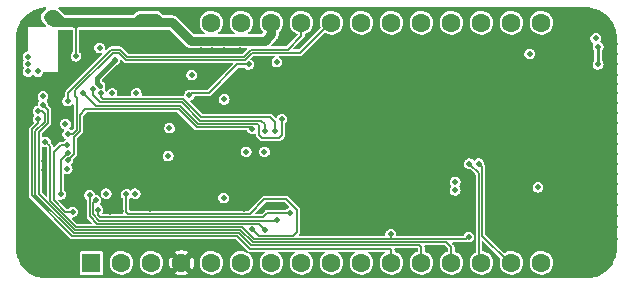
<source format=gbl>
%TF.GenerationSoftware,KiCad,Pcbnew,(5.99.0-6542-g16b0689841)*%
%TF.CreationDate,2021-03-01T15:30:54-08:00*%
%TF.ProjectId,LoRa-GW-FeatherWing,4c6f5261-2d47-4572-9d46-656174686572,rev?*%
%TF.SameCoordinates,Original*%
%TF.FileFunction,Copper,L4,Bot*%
%TF.FilePolarity,Positive*%
%FSLAX46Y46*%
G04 Gerber Fmt 4.6, Leading zero omitted, Abs format (unit mm)*
G04 Created by KiCad (PCBNEW (5.99.0-6542-g16b0689841)) date 2021-03-01 15:30:54*
%MOMM*%
%LPD*%
G01*
G04 APERTURE LIST*
%TA.AperFunction,ComponentPad*%
%ADD10C,1.600000*%
%TD*%
%TA.AperFunction,ComponentPad*%
%ADD11R,1.600000X1.600000*%
%TD*%
%TA.AperFunction,SMDPad,CuDef*%
%ADD12R,4.200000X1.350000*%
%TD*%
%TA.AperFunction,ViaPad*%
%ADD13C,0.503200*%
%TD*%
%TA.AperFunction,Conductor*%
%ADD14C,0.127000*%
%TD*%
%TA.AperFunction,Conductor*%
%ADD15C,0.400000*%
%TD*%
%TA.AperFunction,Conductor*%
%ADD16C,0.800000*%
%TD*%
%TA.AperFunction,Conductor*%
%ADD17C,0.250000*%
%TD*%
G04 APERTURE END LIST*
D10*
%TO.P,A1,28,VBAT*%
%TO.N,+BATT*%
X119660000Y-57380000D03*
%TO.P,A1,27,EN*%
%TO.N,Net-(A1-Pad27)*%
X122200000Y-57380000D03*
%TO.P,A1,26,USB*%
%TO.N,VBUS*%
X124740000Y-57380000D03*
%TO.P,A1,25,D6*%
%TO.N,HOST_CSN*%
X127280000Y-57380000D03*
%TO.P,A1,24,D5*%
%TO.N,HOST_RESET*%
X129820000Y-57380000D03*
%TO.P,A1,23,D4*%
%TO.N,Net-(A1-Pad23)*%
X132360000Y-57380000D03*
%TO.P,A1,22,D3*%
%TO.N,Net-(A1-Pad22)*%
X134900000Y-57380000D03*
%TO.P,A1,21,D2*%
%TO.N,Net-(A1-Pad21)*%
X137440000Y-57380000D03*
%TO.P,A1,20,D1*%
%TO.N,Net-(A1-Pad20)*%
X139980000Y-57380000D03*
%TO.P,A1,19,D0*%
%TO.N,Net-(A1-Pad19)*%
X142520000Y-57380000D03*
%TO.P,A1,18,SCL*%
%TO.N,Net-(A1-Pad18)*%
X145060000Y-57380000D03*
%TO.P,A1,17,SDA*%
%TO.N,Net-(A1-Pad17)*%
X147600000Y-57380000D03*
%TO.P,A1,16,SPARE*%
%TO.N,Net-(A1-Pad16)*%
X147600000Y-77700000D03*
%TO.P,A1,15,TX*%
%TO.N,GPS_RX*%
X145060000Y-77700000D03*
%TO.P,A1,14,RX*%
%TO.N,GPS_TX*%
X142520000Y-77700000D03*
%TO.P,A1,13,MISO*%
%TO.N,HOST_MISO*%
X139980000Y-77700000D03*
%TO.P,A1,12,MOSI*%
%TO.N,HOST_MOSI*%
X137440000Y-77700000D03*
%TO.P,A1,11,SCK*%
%TO.N,HOST_SCK*%
X134900000Y-77700000D03*
%TO.P,A1,10,A5*%
%TO.N,GPS_PPS*%
X132360000Y-77700000D03*
%TO.P,A1,9,A4*%
%TO.N,Net-(A1-Pad9)*%
X129820000Y-77700000D03*
%TO.P,A1,8,A3*%
%TO.N,Net-(A1-Pad8)*%
X127280000Y-77700000D03*
%TO.P,A1,7,A2*%
%TO.N,Net-(A1-Pad7)*%
X124740000Y-77700000D03*
%TO.P,A1,6,A1*%
%TO.N,Net-(A1-Pad6)*%
X122200000Y-77700000D03*
%TO.P,A1,5,A0*%
%TO.N,Net-(A1-Pad5)*%
X119660000Y-77700000D03*
%TO.P,A1,4,GND*%
%TO.N,GND*%
X117120000Y-77700000D03*
%TO.P,A1,3,AREF*%
%TO.N,Net-(A1-Pad3)*%
X114580000Y-77700000D03*
%TO.P,A1,2,3V3*%
%TO.N,+3V3*%
X112040000Y-77700000D03*
D11*
%TO.P,A1,1,~RESET*%
%TO.N,Net-(A1-Pad1)*%
X109500000Y-77700000D03*
%TD*%
D12*
%TO.P,J1,2,Ext*%
%TO.N,GND*%
X151200000Y-68825000D03*
X151200000Y-63175000D03*
%TD*%
D13*
%TO.N,GPS_TX*%
X141500000Y-69300000D03*
%TO.N,GPS_RX*%
X142300000Y-69300000D03*
%TO.N,GND*%
X127500000Y-66500000D03*
X130300000Y-74500000D03*
X152000000Y-64850000D03*
X136450000Y-72550000D03*
X134800000Y-64100000D03*
X152500000Y-64200000D03*
X137150000Y-71950000D03*
X127600000Y-69800000D03*
X133600000Y-78700000D03*
X112700000Y-69900000D03*
X149400000Y-67800000D03*
X118400000Y-56400000D03*
X136000000Y-65300000D03*
X114350000Y-69000000D03*
X124300000Y-71700000D03*
X148100000Y-65250000D03*
X149500000Y-78700000D03*
X105500000Y-69800000D03*
X125150000Y-68250000D03*
X147600000Y-64600000D03*
X126000000Y-56400000D03*
X150900000Y-75600000D03*
X150100000Y-71400000D03*
X129300000Y-68400000D03*
X144500000Y-64600000D03*
X109300000Y-65200000D03*
X135400000Y-69750000D03*
X111100000Y-65150000D03*
X103400000Y-62400000D03*
X152850000Y-56950000D03*
X111900000Y-69000000D03*
X108800000Y-56500000D03*
X150000000Y-73450000D03*
X112800000Y-56500000D03*
X137800000Y-68900000D03*
X149100000Y-62000000D03*
X142600000Y-61800000D03*
X149100000Y-75300000D03*
X135200000Y-73650000D03*
X103400000Y-67350000D03*
X126900000Y-72500000D03*
X146050000Y-65250000D03*
X140900000Y-68900000D03*
X128400000Y-74200000D03*
X129300000Y-73600000D03*
X139600000Y-64700000D03*
X117300000Y-62800000D03*
X109700000Y-70150000D03*
X128050000Y-75000000D03*
X149900000Y-78000000D03*
X128550000Y-56400000D03*
X103350000Y-74200000D03*
X110700000Y-62300000D03*
X133500000Y-68100000D03*
X143100000Y-65200000D03*
X132300000Y-68900000D03*
X128400000Y-63100000D03*
X153700000Y-76700000D03*
X146700000Y-66900000D03*
X122450000Y-73100000D03*
X123500000Y-78700000D03*
X134200000Y-67800000D03*
X104400000Y-78250000D03*
X132000000Y-63800000D03*
X150900000Y-64850000D03*
X152100000Y-78600000D03*
X153800000Y-61800000D03*
X130800000Y-74100000D03*
X149000000Y-67000000D03*
X132500000Y-62600000D03*
X143700000Y-68400000D03*
X129900000Y-65100000D03*
X115100000Y-59200000D03*
X150900000Y-73450000D03*
X110700000Y-56500000D03*
X138400000Y-74000000D03*
X137600000Y-74700000D03*
X150400000Y-78700000D03*
X137700000Y-72600000D03*
X138900000Y-69900000D03*
X113550000Y-65150000D03*
X142900000Y-68000000D03*
X131100000Y-78700000D03*
X103450000Y-76950000D03*
X148200000Y-67300000D03*
X118450000Y-63900000D03*
X150000000Y-75600000D03*
X153800000Y-70200000D03*
X115800000Y-78700000D03*
X151000000Y-71400000D03*
X131100000Y-56400000D03*
X115650000Y-56450000D03*
X103700000Y-57500000D03*
X147050000Y-73100000D03*
X129200000Y-61000000D03*
X140600000Y-66800000D03*
X141500000Y-66800000D03*
X130200000Y-73600000D03*
X108200000Y-78700000D03*
X132600000Y-68100000D03*
X153800000Y-69300000D03*
X113500000Y-67500000D03*
X118350000Y-72200000D03*
X153800000Y-75700000D03*
X132600000Y-73700000D03*
X111900000Y-66400000D03*
X148500000Y-62900000D03*
X104400000Y-62400000D03*
X128600000Y-69800000D03*
X131200000Y-67300000D03*
X149000000Y-65050000D03*
X111100000Y-73400000D03*
X153000000Y-64850000D03*
X129000000Y-75000000D03*
X145500000Y-63000000D03*
X136300000Y-74900000D03*
X140600000Y-63500000D03*
X124350000Y-63300000D03*
X153800000Y-71050000D03*
X143650000Y-62550000D03*
X129200000Y-65900000D03*
X129100000Y-64500000D03*
X130900000Y-69400000D03*
X135300000Y-64800000D03*
X146500000Y-64600000D03*
X132500000Y-66100000D03*
X145000000Y-63800000D03*
X153800000Y-59150000D03*
X113300000Y-78700000D03*
X149900000Y-62000000D03*
X111700000Y-56500000D03*
X144750000Y-74400000D03*
X152000000Y-71400000D03*
X130200000Y-62400000D03*
X149100000Y-77400000D03*
X118800000Y-61800000D03*
X144200000Y-63800000D03*
X148400000Y-68000000D03*
X151350000Y-74500000D03*
X153800000Y-66750000D03*
X151300000Y-78700000D03*
X136200000Y-58100000D03*
X149700000Y-56400000D03*
X144200000Y-69200000D03*
X148800000Y-70200000D03*
X110700000Y-68800000D03*
X109200000Y-59400000D03*
X136300000Y-63800000D03*
X120700000Y-59700000D03*
X136300000Y-63100000D03*
X110900000Y-78700000D03*
X152800000Y-78200000D03*
X129900000Y-75000000D03*
X130900000Y-66300000D03*
X153700000Y-58300000D03*
X141300000Y-78700000D03*
X137800000Y-67900000D03*
X149900000Y-64850000D03*
X118500000Y-78700000D03*
X151900000Y-77100000D03*
X130900000Y-65400000D03*
X127600000Y-74400000D03*
X149600000Y-70600000D03*
X113100000Y-58400000D03*
X103400000Y-61400000D03*
X153800000Y-65050000D03*
X135800000Y-73050000D03*
X152000000Y-57600000D03*
X109300000Y-67600000D03*
X144700000Y-67700000D03*
X149950000Y-67200000D03*
X109250000Y-69700000D03*
X126800000Y-64800000D03*
X123200000Y-64700000D03*
X140900000Y-67400000D03*
X134800000Y-66300000D03*
X150450000Y-60900000D03*
X142800000Y-60900000D03*
X139040000Y-65300000D03*
X103400000Y-63450000D03*
X134500000Y-69200000D03*
X134100000Y-65400000D03*
X113300000Y-61650000D03*
X106600000Y-78700000D03*
X126800000Y-65900000D03*
X138700000Y-78700000D03*
X149100000Y-71450000D03*
X103400000Y-58400000D03*
X150450000Y-61600000D03*
X151400000Y-64200000D03*
X114100000Y-69900000D03*
X129400000Y-74400000D03*
X130800000Y-72200000D03*
X148700000Y-76500000D03*
X150500000Y-56400000D03*
X145800000Y-67500000D03*
X110600000Y-66200000D03*
X114500000Y-73100000D03*
X144750000Y-73100000D03*
X143500000Y-69200000D03*
X126300000Y-69800000D03*
X117400000Y-56400000D03*
X103350000Y-76200000D03*
X104300000Y-56900000D03*
X141100000Y-61200000D03*
X145100000Y-71800000D03*
X130100000Y-61000000D03*
X144300000Y-66900000D03*
X145100000Y-66900000D03*
X137250000Y-62850000D03*
X148350000Y-75500000D03*
X139500000Y-68000000D03*
X143800000Y-78700000D03*
X152800000Y-77100000D03*
X129700000Y-69800000D03*
X146000000Y-62400000D03*
X134150000Y-70650000D03*
X128500000Y-78700000D03*
X132400000Y-64500000D03*
X128100000Y-70600000D03*
X103400000Y-71700000D03*
X151300000Y-56400000D03*
X128400000Y-61000000D03*
X144500000Y-62900000D03*
X109700000Y-56500000D03*
X141450000Y-74400000D03*
X143450000Y-71800000D03*
X126000000Y-78700000D03*
X143100000Y-64200000D03*
X138500000Y-65900000D03*
X137700000Y-63800000D03*
X133300000Y-62600000D03*
X103400000Y-66350000D03*
X132600000Y-75000000D03*
X143450000Y-73100000D03*
X103400000Y-69350000D03*
X153800000Y-60000000D03*
X134700000Y-62400000D03*
X137250000Y-61700000D03*
X147400000Y-74300000D03*
X132500000Y-65300000D03*
X146300000Y-56400000D03*
X151300000Y-58100000D03*
X105500000Y-69100000D03*
X136300000Y-62300000D03*
X153400000Y-77500000D03*
X153800000Y-71900000D03*
X149100000Y-72150000D03*
X113100000Y-59500000D03*
X127200000Y-70600000D03*
X136200000Y-56400000D03*
X147100000Y-67700000D03*
X127700000Y-68200000D03*
X153800000Y-74700000D03*
X153800000Y-67600000D03*
X111800000Y-67700000D03*
X143800000Y-60900000D03*
X103400000Y-68350000D03*
X141800000Y-60900000D03*
X138800000Y-73000000D03*
X122100000Y-59700000D03*
X130200000Y-68900000D03*
X151300000Y-57000000D03*
X153800000Y-73750000D03*
X153800000Y-68450000D03*
X130900000Y-68300000D03*
X135000000Y-67800000D03*
X124400000Y-64550000D03*
X114850000Y-61900000D03*
X127600000Y-73600000D03*
X128400000Y-73400000D03*
X116450000Y-61050000D03*
X152600000Y-70600000D03*
X130600000Y-64600000D03*
X143650000Y-63400000D03*
X138500000Y-69400000D03*
X112200000Y-65500000D03*
X136600000Y-73900000D03*
X133000000Y-63600000D03*
X145300000Y-75000000D03*
X148200000Y-69400000D03*
X103400000Y-65350000D03*
X103400000Y-70500000D03*
X134700000Y-71500000D03*
X147100000Y-69400000D03*
X121450000Y-62150000D03*
X131000000Y-62400000D03*
X148700000Y-78700000D03*
X109300000Y-66550000D03*
X112000000Y-73300000D03*
X143450000Y-74400000D03*
X118800000Y-59700000D03*
X153000000Y-67200000D03*
X103350000Y-75350000D03*
X131800000Y-61000000D03*
X150800000Y-77100000D03*
X136000000Y-61600000D03*
X103400000Y-64400000D03*
X138650000Y-56400000D03*
X146500000Y-63000000D03*
X147400000Y-66900000D03*
X131000000Y-63100000D03*
X131900000Y-63100000D03*
X130000000Y-72700000D03*
X141500000Y-72450000D03*
X130700000Y-70400000D03*
X105650000Y-66700000D03*
X151500000Y-70600000D03*
X125850000Y-69050000D03*
X131600000Y-71600000D03*
X137200000Y-70800000D03*
X129200000Y-72700000D03*
X141500000Y-63500000D03*
X150000000Y-76600000D03*
X142400000Y-66800000D03*
X133300000Y-69400000D03*
X110500000Y-67500000D03*
X111100000Y-70150000D03*
X135400000Y-61000000D03*
X152000000Y-67200000D03*
X152000000Y-62000000D03*
X117850000Y-68650000D03*
X133650000Y-56400000D03*
X108200000Y-71100000D03*
X153800000Y-72800000D03*
X125450000Y-70150000D03*
X130200000Y-66900000D03*
X129300000Y-63100000D03*
X137700000Y-70000000D03*
X135400000Y-65800000D03*
X103400000Y-59400000D03*
X152900000Y-62000000D03*
X134200000Y-63500000D03*
X135700000Y-67500000D03*
X150950000Y-67200000D03*
X146300000Y-78700000D03*
X124400000Y-72950000D03*
X145100000Y-62400000D03*
X105050000Y-78600000D03*
X119700000Y-59700000D03*
X145900000Y-69200000D03*
X150400000Y-64200000D03*
X134500000Y-60800000D03*
X130800000Y-73100000D03*
X139400000Y-69400000D03*
X121000000Y-78700000D03*
X136800000Y-66500000D03*
X132600000Y-61000000D03*
X147050000Y-65250000D03*
X129300000Y-67300000D03*
X109600000Y-60500000D03*
X134100000Y-62700000D03*
X132300000Y-70000000D03*
X109200000Y-60000000D03*
X127600000Y-63050000D03*
X118800000Y-61000000D03*
X150450000Y-60200000D03*
X151100000Y-62000000D03*
X145500000Y-68400000D03*
X129000000Y-70600000D03*
X113000000Y-68800000D03*
X131000000Y-61000000D03*
X120950000Y-56400000D03*
X114350000Y-66550000D03*
X144400000Y-61900000D03*
X137600000Y-73500000D03*
X128300000Y-65900000D03*
X127600000Y-72700000D03*
X116000000Y-59200000D03*
X149100000Y-73750000D03*
X148500000Y-64400000D03*
X107450000Y-78700000D03*
X147700000Y-68600000D03*
X141600000Y-61800000D03*
X140700000Y-61800000D03*
X128400000Y-72700000D03*
X130200000Y-63100000D03*
X130200000Y-67800000D03*
X136300000Y-67000000D03*
X121250000Y-70500000D03*
X126500000Y-66850000D03*
X140200000Y-69400000D03*
X137250000Y-69500000D03*
X125850000Y-67500000D03*
X105850000Y-78700000D03*
X143750000Y-56400000D03*
X109300000Y-68700000D03*
X136100000Y-78700000D03*
X151500000Y-77900000D03*
X120500000Y-67900000D03*
X145400000Y-64600000D03*
X150500000Y-67800000D03*
X153000000Y-71400000D03*
X137200000Y-68650000D03*
X147000000Y-63800000D03*
X133500000Y-60800000D03*
X147850000Y-70400000D03*
X149400000Y-64200000D03*
X143600000Y-61800000D03*
X138500000Y-64700000D03*
X128300000Y-65200000D03*
X152100000Y-56550000D03*
X153800000Y-65850000D03*
X133200000Y-66400000D03*
X145100000Y-69200000D03*
X148350000Y-71050000D03*
X148600000Y-56400000D03*
X105000000Y-56500000D03*
X103350000Y-72950000D03*
X142100000Y-67700000D03*
X146750000Y-74900000D03*
X146200000Y-76450000D03*
X147100000Y-76450000D03*
X133250000Y-70650000D03*
X149100000Y-73000000D03*
X150400000Y-70600000D03*
X152700000Y-57600000D03*
X153350000Y-57550000D03*
X151500000Y-67800000D03*
X139600000Y-65900000D03*
X141200000Y-68100000D03*
X133300000Y-64900000D03*
X153800000Y-60900000D03*
X146000000Y-63800000D03*
X115600000Y-61200000D03*
X116400000Y-62800000D03*
X146150000Y-69850000D03*
X141250000Y-56400000D03*
X117200000Y-65700000D03*
X123450000Y-56400000D03*
X126300000Y-70600000D03*
X126300000Y-68400000D03*
X118800000Y-62600000D03*
X146800000Y-70400000D03*
X130800000Y-75000000D03*
X153800000Y-64200000D03*
X152500000Y-74500000D03*
X143400000Y-67500000D03*
X152500000Y-67800000D03*
X132550000Y-72200000D03*
X103400000Y-60400000D03*
X135200000Y-74450000D03*
X130100000Y-65900000D03*
X134000000Y-66400000D03*
X114000000Y-62300000D03*
X148000000Y-63600000D03*
X147600000Y-62600000D03*
X136600000Y-60950000D03*
X129900000Y-70600000D03*
X144700000Y-60900000D03*
X153800000Y-62600000D03*
X143700000Y-64600000D03*
X146600000Y-68500000D03*
X137000000Y-63800000D03*
X113000000Y-66200000D03*
X132200000Y-70900000D03*
X153800000Y-63350000D03*
X135400000Y-68800000D03*
X128300000Y-64500000D03*
X147800000Y-76100000D03*
X135400000Y-70850000D03*
%TO.N,VDD_RF*%
X125200000Y-60700000D03*
X124150000Y-68300000D03*
X120700000Y-72200000D03*
X120750000Y-63850000D03*
X146600000Y-60000000D03*
%TO.N,TCXO_32Mhz*%
X122600000Y-68300000D03*
X118000000Y-61800000D03*
%TO.N,RADIOA_CSN*%
X125600000Y-65550000D03*
X108750000Y-63300000D03*
%TO.N,RADIOA_MOSI*%
X124200000Y-66550000D03*
X109600000Y-63000000D03*
%TO.N,RADIOA_SCK*%
X110300000Y-63350000D03*
X125050000Y-66500000D03*
%TO.N,RADIO_A_IQ2*%
X122800000Y-60900000D03*
X117800000Y-63500000D03*
%TO.N,RADIOB_RESET*%
X123100000Y-74850000D03*
X112450000Y-71900000D03*
%TO.N,RADIOB_SCK*%
X125200000Y-74100000D03*
X109850000Y-72400000D03*
%TO.N,RADIOB_MOSI*%
X109350000Y-71950000D03*
X124200000Y-74900000D03*
%TO.N,RADIOB_CSN*%
X126350000Y-73450000D03*
X110046110Y-73200000D03*
%TO.N,RADIOA_RESET*%
X123100575Y-66350169D03*
X107500000Y-69000000D03*
%TO.N,HOST_SCK*%
X105000000Y-65550000D03*
%TO.N,HOST_MOSI*%
X105000000Y-64850000D03*
%TO.N,HOST_MISO*%
X105400000Y-64350000D03*
%TO.N,+3V3*%
X110233175Y-62723352D03*
X116105376Y-66292860D03*
X113200000Y-71850000D03*
X140300000Y-71550000D03*
X140300000Y-70850000D03*
X107447665Y-69750000D03*
X111250000Y-63350000D03*
X147300000Y-71300000D03*
X105400000Y-63600000D03*
X111500000Y-60500000D03*
%TO.N,+1V2*%
X104150000Y-60850000D03*
X104150000Y-60250000D03*
X104150000Y-61500000D03*
X107300000Y-65950000D03*
X113300000Y-63350000D03*
X104950000Y-61500000D03*
X110750000Y-71850000D03*
X110200000Y-59500000D03*
X116000000Y-68650000D03*
%TO.N,HOST_RESET*%
X107500000Y-66800000D03*
%TO.N,HOST_CSN*%
X107500000Y-64000000D03*
%TO.N,VBUS*%
X113600000Y-57000000D03*
X105800000Y-56900000D03*
X114350000Y-57500000D03*
X152400000Y-59400000D03*
X106300000Y-56600000D03*
X106300000Y-57200000D03*
X115000000Y-57000000D03*
X152400000Y-60900000D03*
X152200000Y-58700000D03*
X108200000Y-60200000D03*
%TO.N,SX1303_CSD*%
X107399620Y-67747641D03*
X107900000Y-73400000D03*
%TO.N,GPS_PPS*%
X141450000Y-75500000D03*
X105600000Y-67450000D03*
X134850000Y-75300000D03*
%TO.N,SX1303_TXRX*%
X107500000Y-68369797D03*
X106900000Y-71900000D03*
%TD*%
D14*
%TO.N,GPS_TX*%
X142300000Y-70100000D02*
X141500000Y-69300000D01*
X142300000Y-70300000D02*
X142300000Y-70100000D01*
%TO.N,GPS_RX*%
X142600000Y-70300000D02*
X142600000Y-69600000D01*
X142600000Y-69600000D02*
X142300000Y-69300000D01*
X145060000Y-77700000D02*
X144900000Y-77700000D01*
X144900000Y-77700000D02*
X142600000Y-75400000D01*
X142600000Y-75400000D02*
X142600000Y-70300000D01*
%TO.N,GPS_TX*%
X142520000Y-77600000D02*
X142300000Y-77380000D01*
X142300000Y-77380000D02*
X142300000Y-70300000D01*
%TO.N,GPS_RX*%
X145060000Y-77600000D02*
X144800000Y-77600000D01*
%TO.N,RADIOA_CSN*%
X109850000Y-64400000D02*
X117000000Y-64400000D01*
X118508068Y-65908068D02*
X123558068Y-65908068D01*
X125400000Y-67100000D02*
X125600000Y-66900000D01*
X123950000Y-67100000D02*
X125400000Y-67100000D01*
X123700000Y-66050000D02*
X123700000Y-66850000D01*
X117000000Y-64400000D02*
X118508068Y-65908068D01*
X125600000Y-66900000D02*
X125600000Y-65550000D01*
X123700000Y-66850000D02*
X123950000Y-67100000D01*
X123558068Y-65908068D02*
X123700000Y-66050000D01*
X108750000Y-63300000D02*
X109850000Y-64400000D01*
%TO.N,RADIOA_MOSI*%
X109600000Y-63000000D02*
X109600000Y-63500000D01*
X117150000Y-64100000D02*
X118700000Y-65650000D01*
X124200000Y-65950000D02*
X124200000Y-66550000D01*
X109600000Y-63500000D02*
X110200000Y-64100000D01*
X123900000Y-65650000D02*
X124200000Y-65950000D01*
X118700000Y-65650000D02*
X123900000Y-65650000D01*
X110200000Y-64100000D02*
X117150000Y-64100000D01*
%TO.N,RADIOA_SCK*%
X110300000Y-63650000D02*
X110450000Y-63800000D01*
X110450000Y-63800000D02*
X117237500Y-63800000D01*
X110300000Y-63350000D02*
X110300000Y-63650000D01*
X124650000Y-65350000D02*
X125050000Y-65750000D01*
X117237500Y-63800000D02*
X118787500Y-65350000D01*
X125050000Y-65750000D02*
X125050000Y-66500000D01*
X118787500Y-65350000D02*
X124650000Y-65350000D01*
%TO.N,RADIO_A_IQ2*%
X118000000Y-63300000D02*
X119450000Y-63300000D01*
X117800000Y-63500000D02*
X118000000Y-63300000D01*
X119450000Y-63300000D02*
X121850000Y-60900000D01*
X121850000Y-60900000D02*
X122800000Y-60900000D01*
%TO.N,RADIOB_RESET*%
X123650000Y-75400000D02*
X123100000Y-74850000D01*
X126600000Y-75400000D02*
X123650000Y-75400000D01*
X112450000Y-73400000D02*
X112600000Y-73550000D01*
X122900000Y-73550000D02*
X124150000Y-72300000D01*
X124150000Y-72300000D02*
X126000000Y-72300000D01*
X126000000Y-72300000D02*
X126900000Y-73200000D01*
X126900000Y-73200000D02*
X126900000Y-75100000D01*
X112600000Y-73550000D02*
X122900000Y-73550000D01*
X126900000Y-75100000D02*
X126600000Y-75400000D01*
X112450000Y-71900000D02*
X112450000Y-73400000D01*
%TO.N,RADIOB_SCK*%
X110150000Y-74150000D02*
X125150000Y-74150000D01*
X109604010Y-72645990D02*
X109604010Y-73604010D01*
X109850000Y-72400000D02*
X109604010Y-72645990D01*
X125150000Y-74150000D02*
X125200000Y-74100000D01*
X109604010Y-73604010D02*
X110150000Y-74150000D01*
%TO.N,RADIOB_MOSI*%
X110007899Y-74407899D02*
X109350000Y-73750000D01*
X124200000Y-74900000D02*
X123707899Y-74407899D01*
X123707899Y-74407899D02*
X110007899Y-74407899D01*
X109350000Y-73750000D02*
X109350000Y-71950000D01*
%TO.N,RADIOB_CSN*%
X123100000Y-73850000D02*
X110400000Y-73850000D01*
X124000000Y-73850000D02*
X123100000Y-73850000D01*
X110400000Y-73850000D02*
X110209224Y-73850000D01*
X126350000Y-73450000D02*
X124400000Y-73450000D01*
X110209224Y-73850000D02*
X110046110Y-73686886D01*
X124400000Y-73450000D02*
X124000000Y-73850000D01*
X110046110Y-73686886D02*
X110046110Y-73200000D01*
%TO.N,RADIOA_RESET*%
X118400000Y-66200000D02*
X122950406Y-66200000D01*
X108005215Y-67054009D02*
X108504010Y-66555214D01*
X107588102Y-68811898D02*
X107712209Y-68811898D01*
X122950406Y-66200000D02*
X123100575Y-66350169D01*
X108000000Y-68524107D02*
X108000000Y-67054010D01*
X108504010Y-65145990D02*
X108950000Y-64700000D01*
X116900000Y-64700000D02*
X118400000Y-66200000D01*
X108000000Y-67054010D02*
X108005215Y-67054009D01*
X107712209Y-68811898D02*
X108000000Y-68524107D01*
X107500000Y-68900000D02*
X107588102Y-68811898D01*
X108504010Y-66555214D02*
X108504010Y-65145990D01*
X108950000Y-64700000D02*
X116900000Y-64700000D01*
X107500000Y-69000000D02*
X107500000Y-68900000D01*
%TO.N,HOST_SCK*%
X105000000Y-65850000D02*
X104450000Y-66400000D01*
X122900000Y-76500000D02*
X134750000Y-76500000D01*
X104450000Y-71986896D02*
X107887041Y-75423937D01*
X104450000Y-66400000D02*
X104450000Y-71986896D01*
X134900000Y-76650000D02*
X134900000Y-77600000D01*
X121823938Y-75423938D02*
X122900000Y-76500000D01*
X107887041Y-75423937D02*
X121823938Y-75423938D01*
X105000000Y-65550000D02*
X105000000Y-65850000D01*
X134750000Y-76500000D02*
X134900000Y-76650000D01*
%TO.N,HOST_MOSI*%
X105550000Y-65100000D02*
X105300000Y-64850000D01*
X104750000Y-71927672D02*
X104750000Y-66550000D01*
X105300000Y-64850000D02*
X105000000Y-64850000D01*
X137250000Y-76200000D02*
X123000000Y-76200000D01*
X123000000Y-76200000D02*
X121969928Y-75169928D01*
X105550000Y-65750000D02*
X105550000Y-65100000D01*
X137440000Y-76390000D02*
X137250000Y-76200000D01*
X104750000Y-66550000D02*
X105550000Y-65750000D01*
X107992256Y-75169928D02*
X104750000Y-71927672D01*
X121969928Y-75169928D02*
X107992256Y-75169928D01*
X137440000Y-77600000D02*
X137440000Y-76390000D01*
%TO.N,HOST_MISO*%
X139980000Y-77600000D02*
X139980000Y-76380000D01*
X123145990Y-75945990D02*
X122115919Y-74915919D01*
X139545990Y-75945990D02*
X123145990Y-75945990D01*
X108097471Y-74915919D02*
X105050000Y-71868448D01*
X105850000Y-64800000D02*
X105400000Y-64350000D01*
X105850000Y-65850000D02*
X105850000Y-64800000D01*
X105050000Y-71868448D02*
X105050000Y-66650000D01*
X139980000Y-76380000D02*
X139545990Y-75945990D01*
X105050000Y-66650000D02*
X105850000Y-65850000D01*
X122115919Y-74915919D02*
X108097471Y-74915919D01*
D15*
%TO.N,+3V3*%
X111500000Y-60500000D02*
X109981576Y-62018424D01*
X109981576Y-62018424D02*
X109981576Y-62471753D01*
X109981576Y-62471753D02*
X110233175Y-62723352D01*
D14*
%TO.N,HOST_RESET*%
X111800000Y-59900000D02*
X112400000Y-60500000D01*
X127200000Y-59900000D02*
X129820000Y-57280000D01*
X108250000Y-66450000D02*
X108250000Y-63750000D01*
X108100000Y-63100000D02*
X111300000Y-59900000D01*
X108250000Y-63750000D02*
X108100000Y-63600000D01*
X122500000Y-60500000D02*
X123100000Y-59900000D01*
X123100000Y-59900000D02*
X127200000Y-59900000D01*
X111300000Y-59900000D02*
X111800000Y-59900000D01*
X112400000Y-60500000D02*
X122500000Y-60500000D01*
X107500000Y-66800000D02*
X107900000Y-66800000D01*
X107900000Y-66800000D02*
X108250000Y-66450000D01*
X108100000Y-63600000D02*
X108100000Y-63100000D01*
%TO.N,HOST_CSN*%
X127280000Y-57280000D02*
X127280000Y-58470000D01*
X122994785Y-59645991D02*
X122394786Y-60245990D01*
X126104010Y-59645990D02*
X122994785Y-59645991D01*
X122394786Y-60245990D02*
X112505214Y-60245990D01*
X111154010Y-59645990D02*
X107500000Y-63300000D01*
X107500000Y-63300000D02*
X107500000Y-64000000D01*
X112505214Y-60245990D02*
X111905214Y-59645990D01*
X127280000Y-58470000D02*
X126104010Y-59645990D01*
X111905214Y-59645990D02*
X111154010Y-59645990D01*
D16*
%TO.N,VBUS*%
X124740000Y-58360000D02*
X124200000Y-58900000D01*
X113150000Y-57350000D02*
X108700000Y-57350000D01*
X115450000Y-57350000D02*
X114700000Y-57350000D01*
X113600000Y-57000000D02*
X115000000Y-57000000D01*
D14*
X108200000Y-58700000D02*
X108200000Y-57850000D01*
D16*
X106250000Y-57350000D02*
X105800000Y-56900000D01*
D14*
X108200000Y-57750000D02*
X108200000Y-57850000D01*
D16*
X107000000Y-57350000D02*
X106250000Y-57350000D01*
X108050000Y-57350000D02*
X107000000Y-57350000D01*
X113850000Y-57350000D02*
X113150000Y-57350000D01*
X106000000Y-56900000D02*
X106000000Y-56800000D01*
X113600000Y-57000000D02*
X113250000Y-57350000D01*
X117900000Y-58900000D02*
X116350000Y-57350000D01*
X114700000Y-57350000D02*
X113850000Y-57350000D01*
X106300000Y-57200000D02*
X106100000Y-57200000D01*
X115350000Y-57350000D02*
X115450000Y-57350000D01*
X107000000Y-57300000D02*
X107000000Y-57350000D01*
X106100000Y-56600000D02*
X105800000Y-56900000D01*
X115000000Y-57000000D02*
X115350000Y-57350000D01*
X113250000Y-57350000D02*
X113150000Y-57350000D01*
X113600000Y-57000000D02*
X113850000Y-57250000D01*
X116350000Y-57350000D02*
X115450000Y-57350000D01*
X106300000Y-57200000D02*
X106000000Y-56900000D01*
X113850000Y-57250000D02*
X113850000Y-57350000D01*
X108700000Y-57350000D02*
X108050000Y-57350000D01*
D14*
X108200000Y-57750000D02*
X108200000Y-57300000D01*
D16*
X124740000Y-57380000D02*
X124740000Y-58360000D01*
X106300000Y-56600000D02*
X106300000Y-57200000D01*
D14*
X108200000Y-57850000D02*
X108050000Y-57700000D01*
D16*
X114700000Y-57300000D02*
X114700000Y-57350000D01*
D14*
X108200000Y-60200000D02*
X108200000Y-58700000D01*
D16*
X106300000Y-56600000D02*
X107000000Y-57300000D01*
X124200000Y-58900000D02*
X117900000Y-58900000D01*
X106100000Y-57200000D02*
X105800000Y-56900000D01*
D14*
X108200000Y-57850000D02*
X108700000Y-57350000D01*
D16*
X106300000Y-56600000D02*
X106100000Y-56600000D01*
D17*
X152400000Y-60900000D02*
X152400000Y-59400000D01*
D14*
X108050000Y-57700000D02*
X108050000Y-57350000D01*
D16*
X115000000Y-57000000D02*
X114700000Y-57300000D01*
D14*
%TO.N,SX1303_CSD*%
X107399620Y-67747641D02*
X106902359Y-67747641D01*
X106300000Y-68350000D02*
X106300000Y-72400000D01*
X106902359Y-67747641D02*
X106300000Y-68350000D01*
X107600000Y-73400000D02*
X107900000Y-73400000D01*
X106300000Y-72400000D02*
X107300000Y-73400000D01*
X107300000Y-73400000D02*
X107600000Y-73400000D01*
%TO.N,GPS_PPS*%
X141250000Y-75700000D02*
X139659224Y-75700000D01*
X123287670Y-75691980D02*
X122257599Y-74661909D01*
X134850000Y-75300000D02*
X134850000Y-75633960D01*
X108202684Y-74661908D02*
X106000000Y-72459224D01*
X134850000Y-75633960D02*
X134791980Y-75691980D01*
X106000000Y-67850000D02*
X105600000Y-67450000D01*
X134908020Y-75691980D02*
X134791980Y-75691980D01*
X134791980Y-75691980D02*
X123287670Y-75691980D01*
X139659224Y-75700000D02*
X139651204Y-75691980D01*
X139651204Y-75691980D02*
X134908020Y-75691980D01*
X106000000Y-72459224D02*
X106000000Y-67850000D01*
X122257599Y-74661909D02*
X108202684Y-74661908D01*
X141450000Y-75500000D02*
X141250000Y-75700000D01*
X134850000Y-75633960D02*
X134908020Y-75691980D01*
%TO.N,SX1303_TXRX*%
X107500000Y-68369797D02*
X106900000Y-68969797D01*
X106900000Y-68969797D02*
X106900000Y-71900000D01*
%TD*%
%TA.AperFunction,Conductor*%
%TO.N,GND*%
G36*
X151373271Y-56061812D02*
G01*
X151381312Y-56063792D01*
X151381314Y-56063792D01*
X151384737Y-56064635D01*
X151561354Y-56067353D01*
X151567912Y-56067802D01*
X151872589Y-56104796D01*
X151880011Y-56106156D01*
X152176014Y-56179114D01*
X152183217Y-56181359D01*
X152468250Y-56289459D01*
X152475132Y-56292556D01*
X152610102Y-56363393D01*
X152745076Y-56434232D01*
X152751525Y-56438131D01*
X152809449Y-56478113D01*
X153002416Y-56611309D01*
X153008357Y-56615963D01*
X153236546Y-56818120D01*
X153241880Y-56823454D01*
X153444042Y-57051650D01*
X153448685Y-57057575D01*
X153621875Y-57308485D01*
X153625777Y-57314941D01*
X153767443Y-57584863D01*
X153770539Y-57591742D01*
X153864706Y-57840038D01*
X153878644Y-57876789D01*
X153880889Y-57883995D01*
X153953845Y-58179992D01*
X153955205Y-58187415D01*
X153992200Y-58492096D01*
X153992648Y-58498653D01*
X153995362Y-58675071D01*
X153996193Y-58678471D01*
X153998214Y-58686742D01*
X154000000Y-58701578D01*
X154000001Y-76378325D01*
X153998189Y-76393267D01*
X153995365Y-76404737D01*
X153993168Y-76547520D01*
X153992647Y-76581348D01*
X153992198Y-76587912D01*
X153971543Y-76758032D01*
X153955205Y-76892587D01*
X153953845Y-76900011D01*
X153880887Y-77196012D01*
X153878643Y-77203212D01*
X153876182Y-77209701D01*
X153770540Y-77488254D01*
X153767443Y-77495136D01*
X153690894Y-77640989D01*
X153643490Y-77731311D01*
X153625779Y-77765056D01*
X153621877Y-77771512D01*
X153448681Y-78022432D01*
X153444038Y-78028357D01*
X153350982Y-78133396D01*
X153241883Y-78256543D01*
X153236546Y-78261880D01*
X153008359Y-78464035D01*
X153002418Y-78468689D01*
X152966278Y-78493635D01*
X152751529Y-78641866D01*
X152745080Y-78645765D01*
X152475137Y-78787443D01*
X152468262Y-78790537D01*
X152183217Y-78898641D01*
X152183212Y-78898643D01*
X152176009Y-78900887D01*
X152015884Y-78940355D01*
X151880009Y-78973845D01*
X151872585Y-78975205D01*
X151567905Y-79012200D01*
X151561348Y-79012648D01*
X151438326Y-79014540D01*
X151388429Y-79015308D01*
X151388428Y-79015308D01*
X151384929Y-79015362D01*
X151373364Y-79018188D01*
X151373258Y-79018214D01*
X151358422Y-79020000D01*
X105741671Y-79020000D01*
X105726729Y-79018188D01*
X105718688Y-79016208D01*
X105718686Y-79016208D01*
X105715263Y-79015365D01*
X105538645Y-79012647D01*
X105532088Y-79012198D01*
X105322686Y-78986773D01*
X105227413Y-78975205D01*
X105219989Y-78973845D01*
X105071989Y-78937366D01*
X104923986Y-78900886D01*
X104916782Y-78898641D01*
X104631746Y-78790540D01*
X104624864Y-78787443D01*
X104438048Y-78689395D01*
X104354941Y-78645777D01*
X104348485Y-78641875D01*
X104301658Y-78609553D01*
X104097568Y-78468681D01*
X104091639Y-78464035D01*
X103863457Y-78261883D01*
X103858120Y-78256546D01*
X103655965Y-78028359D01*
X103651311Y-78022418D01*
X103558616Y-77888127D01*
X103478134Y-77771529D01*
X103474232Y-77765075D01*
X103456512Y-77731311D01*
X103332557Y-77495136D01*
X103329461Y-77488259D01*
X103262986Y-77312977D01*
X103221356Y-77203210D01*
X103219112Y-77196006D01*
X103211976Y-77167052D01*
X103165829Y-76979831D01*
X103146155Y-76900009D01*
X103146154Y-76900000D01*
X108495000Y-76900000D01*
X108495000Y-78500000D01*
X108510605Y-78578450D01*
X108555043Y-78644957D01*
X108621550Y-78689395D01*
X108672899Y-78699609D01*
X108696988Y-78704401D01*
X108696989Y-78704401D01*
X108700000Y-78705000D01*
X110300000Y-78705000D01*
X110303011Y-78704401D01*
X110303012Y-78704401D01*
X110327101Y-78699609D01*
X110378450Y-78689395D01*
X110444957Y-78644957D01*
X110489395Y-78578450D01*
X110505000Y-78500000D01*
X110505000Y-77798071D01*
X111039796Y-77798071D01*
X111040422Y-77801174D01*
X111040422Y-77801177D01*
X111059160Y-77894106D01*
X111079945Y-77997187D01*
X111159312Y-78184162D01*
X111274654Y-78351361D01*
X111276942Y-78353555D01*
X111397003Y-78468689D01*
X111421260Y-78491951D01*
X111593142Y-78600190D01*
X111783277Y-78671658D01*
X111873540Y-78685954D01*
X111980772Y-78702938D01*
X111980775Y-78702938D01*
X111983899Y-78703433D01*
X112070188Y-78699515D01*
X112183653Y-78694363D01*
X112183658Y-78694362D01*
X112186813Y-78694219D01*
X112383730Y-78644391D01*
X112494906Y-78590647D01*
X112563756Y-78557364D01*
X112563758Y-78557363D01*
X112566606Y-78555986D01*
X112582928Y-78543507D01*
X112725459Y-78434533D01*
X112725460Y-78434532D01*
X112727970Y-78432613D01*
X112861231Y-78279314D01*
X112960945Y-78102351D01*
X113023038Y-77908951D01*
X113035083Y-77798071D01*
X113579796Y-77798071D01*
X113580422Y-77801174D01*
X113580422Y-77801177D01*
X113599160Y-77894106D01*
X113619945Y-77997187D01*
X113699312Y-78184162D01*
X113814654Y-78351361D01*
X113816942Y-78353555D01*
X113937003Y-78468689D01*
X113961260Y-78491951D01*
X114133142Y-78600190D01*
X114323277Y-78671658D01*
X114413540Y-78685954D01*
X114520772Y-78702938D01*
X114520775Y-78702938D01*
X114523899Y-78703433D01*
X114610188Y-78699515D01*
X114723653Y-78694363D01*
X114723658Y-78694362D01*
X114726813Y-78694219D01*
X114923730Y-78644391D01*
X115022881Y-78596460D01*
X116579425Y-78596460D01*
X116587107Y-78609553D01*
X116693364Y-78668938D01*
X116698935Y-78671372D01*
X116889682Y-78733350D01*
X116895639Y-78734659D01*
X117094787Y-78758406D01*
X117100867Y-78758534D01*
X117300842Y-78743146D01*
X117306840Y-78742088D01*
X117500016Y-78688153D01*
X117505687Y-78685954D01*
X117658504Y-78608760D01*
X117660779Y-78606114D01*
X117657094Y-78590647D01*
X117128790Y-78062343D01*
X117120000Y-78058702D01*
X117111210Y-78062343D01*
X116581074Y-78592479D01*
X116579425Y-78596460D01*
X115022881Y-78596460D01*
X115034906Y-78590647D01*
X115103756Y-78557364D01*
X115103758Y-78557363D01*
X115106606Y-78555986D01*
X115122928Y-78543507D01*
X115265459Y-78434533D01*
X115265460Y-78434532D01*
X115267970Y-78432613D01*
X115401231Y-78279314D01*
X115500945Y-78102351D01*
X115563038Y-77908951D01*
X115584976Y-77707016D01*
X115585000Y-77700000D01*
X115583808Y-77688261D01*
X116061359Y-77688261D01*
X116078142Y-77888127D01*
X116079240Y-77894106D01*
X116134526Y-78086910D01*
X116136763Y-78092560D01*
X116211576Y-78238131D01*
X116214342Y-78240476D01*
X116229682Y-78236765D01*
X116757657Y-77708790D01*
X116761298Y-77700000D01*
X117478702Y-77700000D01*
X117482343Y-77708790D01*
X118012301Y-78238748D01*
X118016407Y-78240449D01*
X118029421Y-78232874D01*
X118085933Y-78133396D01*
X118088410Y-78127832D01*
X118151720Y-77937515D01*
X118153066Y-77931591D01*
X118169933Y-77798071D01*
X118659796Y-77798071D01*
X118660422Y-77801174D01*
X118660422Y-77801177D01*
X118679160Y-77894106D01*
X118699945Y-77997187D01*
X118779312Y-78184162D01*
X118894654Y-78351361D01*
X118896942Y-78353555D01*
X119017003Y-78468689D01*
X119041260Y-78491951D01*
X119213142Y-78600190D01*
X119403277Y-78671658D01*
X119493540Y-78685954D01*
X119600772Y-78702938D01*
X119600775Y-78702938D01*
X119603899Y-78703433D01*
X119690188Y-78699515D01*
X119803653Y-78694363D01*
X119803658Y-78694362D01*
X119806813Y-78694219D01*
X120003730Y-78644391D01*
X120114906Y-78590647D01*
X120183756Y-78557364D01*
X120183758Y-78557363D01*
X120186606Y-78555986D01*
X120202928Y-78543507D01*
X120345459Y-78434533D01*
X120345460Y-78434532D01*
X120347970Y-78432613D01*
X120481231Y-78279314D01*
X120580945Y-78102351D01*
X120643038Y-77908951D01*
X120655083Y-77798071D01*
X121199796Y-77798071D01*
X121200422Y-77801174D01*
X121200422Y-77801177D01*
X121219160Y-77894106D01*
X121239945Y-77997187D01*
X121319312Y-78184162D01*
X121434654Y-78351361D01*
X121436942Y-78353555D01*
X121557003Y-78468689D01*
X121581260Y-78491951D01*
X121753142Y-78600190D01*
X121943277Y-78671658D01*
X122033540Y-78685954D01*
X122140772Y-78702938D01*
X122140775Y-78702938D01*
X122143899Y-78703433D01*
X122230188Y-78699515D01*
X122343653Y-78694363D01*
X122343658Y-78694362D01*
X122346813Y-78694219D01*
X122543730Y-78644391D01*
X122654906Y-78590647D01*
X122723756Y-78557364D01*
X122723758Y-78557363D01*
X122726606Y-78555986D01*
X122742928Y-78543507D01*
X122885459Y-78434533D01*
X122885460Y-78434532D01*
X122887970Y-78432613D01*
X123021231Y-78279314D01*
X123120945Y-78102351D01*
X123183038Y-77908951D01*
X123204976Y-77707016D01*
X123205000Y-77700000D01*
X123184473Y-77497917D01*
X123182554Y-77491791D01*
X123124678Y-77307109D01*
X123124677Y-77307107D01*
X123123731Y-77304088D01*
X123043869Y-77160013D01*
X123026789Y-77129200D01*
X123026788Y-77129198D01*
X123025255Y-77126433D01*
X123023199Y-77124034D01*
X123023196Y-77124030D01*
X122908752Y-76990506D01*
X122893068Y-76972207D01*
X122747676Y-76859430D01*
X122731652Y-76831336D01*
X122730302Y-76832238D01*
X122690514Y-76827018D01*
X122553153Y-76759428D01*
X122553149Y-76759427D01*
X122550315Y-76758032D01*
X122353751Y-76706830D01*
X122350584Y-76706664D01*
X122332774Y-76705731D01*
X122150906Y-76696200D01*
X122147780Y-76696673D01*
X122147776Y-76696673D01*
X121953199Y-76726100D01*
X121953196Y-76726101D01*
X121950067Y-76726574D01*
X121947097Y-76727667D01*
X121947096Y-76727667D01*
X121934390Y-76732342D01*
X121759437Y-76796712D01*
X121586804Y-76903749D01*
X121584508Y-76905920D01*
X121584503Y-76905924D01*
X121511870Y-76974610D01*
X121439220Y-77043312D01*
X121437406Y-77045903D01*
X121324526Y-77207111D01*
X121324524Y-77207115D01*
X121322713Y-77209701D01*
X121242043Y-77396118D01*
X121200505Y-77594949D01*
X121200494Y-77598110D01*
X121199900Y-77768407D01*
X121199796Y-77798071D01*
X120655083Y-77798071D01*
X120664976Y-77707016D01*
X120665000Y-77700000D01*
X120644473Y-77497917D01*
X120642554Y-77491791D01*
X120584678Y-77307109D01*
X120584677Y-77307107D01*
X120583731Y-77304088D01*
X120503869Y-77160013D01*
X120486789Y-77129200D01*
X120486788Y-77129198D01*
X120485255Y-77126433D01*
X120483199Y-77124034D01*
X120483196Y-77124030D01*
X120368752Y-76990506D01*
X120353068Y-76972207D01*
X120192569Y-76847712D01*
X120150513Y-76827018D01*
X120013153Y-76759428D01*
X120013149Y-76759427D01*
X120010315Y-76758032D01*
X119813751Y-76706830D01*
X119810584Y-76706664D01*
X119792774Y-76705731D01*
X119610906Y-76696200D01*
X119607780Y-76696673D01*
X119607776Y-76696673D01*
X119413199Y-76726100D01*
X119413196Y-76726101D01*
X119410067Y-76726574D01*
X119407097Y-76727667D01*
X119407096Y-76727667D01*
X119394390Y-76732342D01*
X119219437Y-76796712D01*
X119046804Y-76903749D01*
X119044508Y-76905920D01*
X119044503Y-76905924D01*
X118971870Y-76974610D01*
X118899220Y-77043312D01*
X118897406Y-77045903D01*
X118784526Y-77207111D01*
X118784524Y-77207115D01*
X118782713Y-77209701D01*
X118702043Y-77396118D01*
X118660505Y-77594949D01*
X118660494Y-77598110D01*
X118659900Y-77768407D01*
X118659796Y-77798071D01*
X118169933Y-77798071D01*
X118178367Y-77731311D01*
X118178611Y-77727816D01*
X118178976Y-77701738D01*
X118178831Y-77698272D01*
X118159130Y-77497346D01*
X118157948Y-77491378D01*
X118099978Y-77299374D01*
X118097658Y-77293746D01*
X118027872Y-77162496D01*
X118024860Y-77160013D01*
X118009779Y-77163774D01*
X117482343Y-77691210D01*
X117478702Y-77700000D01*
X116761298Y-77700000D01*
X116757657Y-77691210D01*
X116227305Y-77160858D01*
X116223450Y-77159262D01*
X116210278Y-77167052D01*
X116148109Y-77280136D01*
X116145711Y-77285733D01*
X116085067Y-77476907D01*
X116083801Y-77482861D01*
X116061444Y-77682172D01*
X116061359Y-77688261D01*
X115583808Y-77688261D01*
X115564473Y-77497917D01*
X115562554Y-77491791D01*
X115504678Y-77307109D01*
X115504677Y-77307107D01*
X115503731Y-77304088D01*
X115423869Y-77160013D01*
X115406789Y-77129200D01*
X115406788Y-77129198D01*
X115405255Y-77126433D01*
X115403199Y-77124034D01*
X115403196Y-77124030D01*
X115288752Y-76990506D01*
X115273068Y-76972207D01*
X115112569Y-76847712D01*
X115070513Y-76827018D01*
X115004955Y-76794759D01*
X116579788Y-76794759D01*
X116583525Y-76809972D01*
X117111210Y-77337657D01*
X117120000Y-77341298D01*
X117128790Y-77337657D01*
X117659397Y-76807050D01*
X117660942Y-76803320D01*
X117653045Y-76790072D01*
X117533064Y-76725199D01*
X117527464Y-76722845D01*
X117335857Y-76663532D01*
X117329908Y-76662311D01*
X117130425Y-76641345D01*
X117124356Y-76641302D01*
X116924601Y-76659482D01*
X116918634Y-76660620D01*
X116726228Y-76717248D01*
X116720582Y-76719529D01*
X116582201Y-76791873D01*
X116579788Y-76794759D01*
X115004955Y-76794759D01*
X114933153Y-76759428D01*
X114933149Y-76759427D01*
X114930315Y-76758032D01*
X114733751Y-76706830D01*
X114730584Y-76706664D01*
X114712774Y-76705731D01*
X114530906Y-76696200D01*
X114527780Y-76696673D01*
X114527776Y-76696673D01*
X114333199Y-76726100D01*
X114333196Y-76726101D01*
X114330067Y-76726574D01*
X114327097Y-76727667D01*
X114327096Y-76727667D01*
X114314390Y-76732342D01*
X114139437Y-76796712D01*
X113966804Y-76903749D01*
X113964508Y-76905920D01*
X113964503Y-76905924D01*
X113891870Y-76974610D01*
X113819220Y-77043312D01*
X113817406Y-77045903D01*
X113704526Y-77207111D01*
X113704524Y-77207115D01*
X113702713Y-77209701D01*
X113622043Y-77396118D01*
X113580505Y-77594949D01*
X113580494Y-77598110D01*
X113579900Y-77768407D01*
X113579796Y-77798071D01*
X113035083Y-77798071D01*
X113044976Y-77707016D01*
X113045000Y-77700000D01*
X113024473Y-77497917D01*
X113022554Y-77491791D01*
X112964678Y-77307109D01*
X112964677Y-77307107D01*
X112963731Y-77304088D01*
X112883869Y-77160013D01*
X112866789Y-77129200D01*
X112866788Y-77129198D01*
X112865255Y-77126433D01*
X112863199Y-77124034D01*
X112863196Y-77124030D01*
X112748752Y-76990506D01*
X112733068Y-76972207D01*
X112572569Y-76847712D01*
X112530513Y-76827018D01*
X112393153Y-76759428D01*
X112393149Y-76759427D01*
X112390315Y-76758032D01*
X112193751Y-76706830D01*
X112190584Y-76706664D01*
X112172774Y-76705731D01*
X111990906Y-76696200D01*
X111987780Y-76696673D01*
X111987776Y-76696673D01*
X111793199Y-76726100D01*
X111793196Y-76726101D01*
X111790067Y-76726574D01*
X111787097Y-76727667D01*
X111787096Y-76727667D01*
X111774390Y-76732342D01*
X111599437Y-76796712D01*
X111426804Y-76903749D01*
X111424508Y-76905920D01*
X111424503Y-76905924D01*
X111351870Y-76974610D01*
X111279220Y-77043312D01*
X111277406Y-77045903D01*
X111164526Y-77207111D01*
X111164524Y-77207115D01*
X111162713Y-77209701D01*
X111082043Y-77396118D01*
X111040505Y-77594949D01*
X111040494Y-77598110D01*
X111039900Y-77768407D01*
X111039796Y-77798071D01*
X110505000Y-77798071D01*
X110505000Y-76900000D01*
X110503526Y-76892587D01*
X110491521Y-76832238D01*
X110489395Y-76821550D01*
X110444957Y-76755043D01*
X110378450Y-76710605D01*
X110308411Y-76696673D01*
X110303012Y-76695599D01*
X110303011Y-76695599D01*
X110300000Y-76695000D01*
X108700000Y-76695000D01*
X108696989Y-76695599D01*
X108696988Y-76695599D01*
X108691589Y-76696673D01*
X108621550Y-76710605D01*
X108555043Y-76755043D01*
X108510605Y-76821550D01*
X108508479Y-76832238D01*
X108496475Y-76892587D01*
X108495000Y-76900000D01*
X103146154Y-76900000D01*
X103144795Y-76892586D01*
X103128457Y-76758032D01*
X103107800Y-76587905D01*
X103107352Y-76581341D01*
X103106918Y-76553095D01*
X103104638Y-76404929D01*
X103101786Y-76393258D01*
X103100000Y-76378422D01*
X103100000Y-58701671D01*
X103101812Y-58686729D01*
X103103792Y-58678688D01*
X103103792Y-58678686D01*
X103104635Y-58675263D01*
X103107353Y-58498646D01*
X103107802Y-58492081D01*
X103110797Y-58467422D01*
X103144796Y-58187410D01*
X103146156Y-58179988D01*
X103161177Y-58119046D01*
X103219114Y-57883986D01*
X103221359Y-57876783D01*
X103227254Y-57861241D01*
X103280117Y-57721853D01*
X103329459Y-57591750D01*
X103332556Y-57584868D01*
X103414764Y-57428232D01*
X103474232Y-57314924D01*
X103478134Y-57308470D01*
X103651309Y-57057584D01*
X103655963Y-57051643D01*
X103858120Y-56823454D01*
X103863457Y-56818117D01*
X103946553Y-56744501D01*
X104091650Y-56615958D01*
X104097575Y-56611315D01*
X104348488Y-56438123D01*
X104354941Y-56434223D01*
X104624866Y-56292555D01*
X104631742Y-56289461D01*
X104916791Y-56181355D01*
X104923992Y-56179112D01*
X105153689Y-56122497D01*
X105219992Y-56106155D01*
X105227415Y-56104795D01*
X105257776Y-56101108D01*
X105532096Y-56067800D01*
X105538653Y-56067352D01*
X105626608Y-56065999D01*
X105671078Y-56083623D01*
X105690062Y-56127531D01*
X105672222Y-56171559D01*
X105671847Y-56171847D01*
X105652090Y-56197595D01*
X105651018Y-56198992D01*
X105645627Y-56205139D01*
X105405139Y-56445627D01*
X105398992Y-56451018D01*
X105371847Y-56471847D01*
X105285982Y-56583749D01*
X105275622Y-56597251D01*
X105272355Y-56605139D01*
X105220142Y-56731194D01*
X105215133Y-56743286D01*
X105214598Y-56747348D01*
X105214598Y-56747349D01*
X105208546Y-56793321D01*
X105194501Y-56900000D01*
X105195036Y-56904064D01*
X105205572Y-56984088D01*
X105215133Y-57056714D01*
X105216699Y-57060495D01*
X105216700Y-57060498D01*
X105225698Y-57082220D01*
X105275622Y-57202749D01*
X105278116Y-57205999D01*
X105278117Y-57206001D01*
X105333448Y-57278110D01*
X105371847Y-57328153D01*
X105375096Y-57330646D01*
X105398991Y-57348981D01*
X105405138Y-57354372D01*
X105645629Y-57594864D01*
X105651020Y-57601011D01*
X105657054Y-57608875D01*
X105669434Y-57655081D01*
X105645516Y-57696507D01*
X105607469Y-57709422D01*
X104100000Y-57709422D01*
X104100000Y-59743436D01*
X104081694Y-59787630D01*
X104052348Y-59803762D01*
X104050287Y-59803908D01*
X103923526Y-59852949D01*
X103919859Y-59855840D01*
X103919857Y-59855841D01*
X103827697Y-59928494D01*
X103816788Y-59937094D01*
X103814132Y-59940937D01*
X103814130Y-59940939D01*
X103774995Y-59997564D01*
X103739512Y-60048904D01*
X103698528Y-60178494D01*
X103698491Y-60183167D01*
X103698491Y-60183169D01*
X103698151Y-60226500D01*
X103697460Y-60314406D01*
X103736404Y-60444624D01*
X103775652Y-60503362D01*
X103783735Y-60515459D01*
X103793067Y-60562375D01*
X103783184Y-60585715D01*
X103739512Y-60648904D01*
X103698528Y-60778494D01*
X103697460Y-60914406D01*
X103736404Y-61044624D01*
X103738998Y-61048507D01*
X103738999Y-61048508D01*
X103800721Y-61140881D01*
X103810053Y-61187797D01*
X103800169Y-61211139D01*
X103767922Y-61257798D01*
X103739512Y-61298904D01*
X103698528Y-61428494D01*
X103698491Y-61433167D01*
X103698491Y-61433169D01*
X103698037Y-61490939D01*
X103697460Y-61564406D01*
X103736404Y-61694624D01*
X103811915Y-61807634D01*
X103917317Y-61893445D01*
X104043292Y-61944470D01*
X104047943Y-61944873D01*
X104047944Y-61944873D01*
X104174046Y-61955795D01*
X104174048Y-61955795D01*
X104178702Y-61956198D01*
X104311573Y-61927591D01*
X104416405Y-61868883D01*
X104426082Y-61863464D01*
X104426083Y-61863463D01*
X104430160Y-61861180D01*
X104490846Y-61797564D01*
X104504240Y-61783524D01*
X104547990Y-61764182D01*
X104601430Y-61791942D01*
X104611915Y-61807634D01*
X104717317Y-61893445D01*
X104843292Y-61944470D01*
X104847943Y-61944873D01*
X104847944Y-61944873D01*
X104974046Y-61955795D01*
X104974048Y-61955795D01*
X104978702Y-61956198D01*
X105111573Y-61927591D01*
X105216405Y-61868883D01*
X105226082Y-61863464D01*
X105226083Y-61863463D01*
X105230160Y-61861180D01*
X105290846Y-61797564D01*
X105320751Y-61766216D01*
X105320752Y-61766215D01*
X105323976Y-61762835D01*
X105326065Y-61758655D01*
X105382639Y-61645434D01*
X105382640Y-61645430D01*
X105384728Y-61641252D01*
X105397976Y-61561660D01*
X105423290Y-61521071D01*
X105459628Y-61509422D01*
X106700000Y-61509422D01*
X106700000Y-58013000D01*
X106718306Y-57968806D01*
X106762500Y-57950500D01*
X106957928Y-57950500D01*
X106966086Y-57951035D01*
X106995929Y-57954964D01*
X107000000Y-57955500D01*
X107004072Y-57954964D01*
X107033915Y-57951035D01*
X107042073Y-57950500D01*
X107873501Y-57950500D01*
X107917695Y-57968806D01*
X107936001Y-58013000D01*
X107936000Y-58373442D01*
X107936000Y-58725126D01*
X107936001Y-58725146D01*
X107936000Y-59802218D01*
X107912194Y-59851299D01*
X107866788Y-59887094D01*
X107864132Y-59890937D01*
X107864130Y-59890939D01*
X107828088Y-59943088D01*
X107789512Y-59998904D01*
X107748528Y-60128494D01*
X107748491Y-60133167D01*
X107748491Y-60133169D01*
X107748219Y-60167799D01*
X107747460Y-60264406D01*
X107748799Y-60268883D01*
X107775391Y-60357798D01*
X107786404Y-60394624D01*
X107861915Y-60507634D01*
X107967317Y-60593445D01*
X108093292Y-60644470D01*
X108097943Y-60644873D01*
X108097944Y-60644873D01*
X108224046Y-60655795D01*
X108224048Y-60655795D01*
X108228702Y-60656198D01*
X108361573Y-60627591D01*
X108464027Y-60570215D01*
X108476082Y-60563464D01*
X108476083Y-60563463D01*
X108480160Y-60561180D01*
X108573976Y-60462835D01*
X108576065Y-60458655D01*
X108632639Y-60345434D01*
X108632640Y-60345430D01*
X108634728Y-60341252D01*
X108657044Y-60207180D01*
X108657100Y-60200000D01*
X108653197Y-60174037D01*
X108637588Y-60070215D01*
X108637587Y-60070213D01*
X108636893Y-60065594D01*
X108578059Y-59943072D01*
X108568905Y-59933169D01*
X108488974Y-59846700D01*
X108488971Y-59846698D01*
X108485798Y-59843265D01*
X108486194Y-59842899D01*
X108464000Y-59796680D01*
X108464000Y-58013000D01*
X108482306Y-57968806D01*
X108526500Y-57950500D01*
X113207935Y-57950500D01*
X113216092Y-57951035D01*
X113250000Y-57955499D01*
X113283908Y-57951035D01*
X113292065Y-57950500D01*
X113807928Y-57950500D01*
X113816086Y-57951035D01*
X113845929Y-57954964D01*
X113850000Y-57955500D01*
X113854072Y-57954964D01*
X113883915Y-57951035D01*
X113892073Y-57950500D01*
X114310211Y-57950500D01*
X114315604Y-57950733D01*
X114374046Y-57955795D01*
X114374048Y-57955795D01*
X114378702Y-57956198D01*
X114398666Y-57951900D01*
X114411820Y-57950500D01*
X114657928Y-57950500D01*
X114666086Y-57951035D01*
X114695929Y-57954964D01*
X114700000Y-57955500D01*
X114704072Y-57954964D01*
X114733915Y-57951035D01*
X114742073Y-57950500D01*
X115307935Y-57950500D01*
X115316092Y-57951035D01*
X115350000Y-57955499D01*
X115383908Y-57951035D01*
X115392065Y-57950500D01*
X116075378Y-57950500D01*
X116119572Y-57968806D01*
X116783934Y-58633169D01*
X117445627Y-59294862D01*
X117451018Y-59301009D01*
X117469354Y-59324905D01*
X117469357Y-59324908D01*
X117471847Y-59328153D01*
X117597250Y-59424378D01*
X117601033Y-59425945D01*
X117739499Y-59483300D01*
X117739501Y-59483300D01*
X117743285Y-59484868D01*
X117747347Y-59485403D01*
X117747348Y-59485403D01*
X117789787Y-59490990D01*
X117862021Y-59500500D01*
X117862026Y-59500500D01*
X117862035Y-59500501D01*
X117895935Y-59504964D01*
X117899999Y-59505499D01*
X117905871Y-59504726D01*
X117933906Y-59501035D01*
X117942064Y-59500500D01*
X122616036Y-59500500D01*
X122660230Y-59518806D01*
X122678536Y-59563000D01*
X122660230Y-59607194D01*
X122303741Y-59963684D01*
X122259547Y-59981990D01*
X112640454Y-59981990D01*
X112596260Y-59963684D01*
X112114023Y-59481448D01*
X112106253Y-59471982D01*
X112095426Y-59455778D01*
X112048433Y-59424378D01*
X112013275Y-59400886D01*
X112013273Y-59400885D01*
X112008156Y-59397466D01*
X111930351Y-59381990D01*
X111930350Y-59381990D01*
X111905214Y-59376990D01*
X111886114Y-59380789D01*
X111873923Y-59381990D01*
X111185300Y-59381990D01*
X111173109Y-59380789D01*
X111154009Y-59376990D01*
X111128873Y-59381990D01*
X111051068Y-59397466D01*
X111045951Y-59400885D01*
X111045949Y-59400886D01*
X111010791Y-59424378D01*
X110963798Y-59455778D01*
X110952973Y-59471979D01*
X110945203Y-59481445D01*
X110742498Y-59684150D01*
X110698304Y-59702456D01*
X110654110Y-59684150D01*
X110636652Y-59629694D01*
X110643652Y-59587635D01*
X110657044Y-59507180D01*
X110657100Y-59500000D01*
X110656734Y-59497564D01*
X110637588Y-59370215D01*
X110637587Y-59370213D01*
X110636893Y-59365594D01*
X110617355Y-59324905D01*
X110580083Y-59247287D01*
X110578059Y-59243072D01*
X110541352Y-59203362D01*
X110488969Y-59146695D01*
X110488968Y-59146694D01*
X110485798Y-59143265D01*
X110368270Y-59074999D01*
X110284551Y-59055594D01*
X110240412Y-59045363D01*
X110240411Y-59045363D01*
X110235864Y-59044309D01*
X110100287Y-59053908D01*
X110095929Y-59055594D01*
X109982599Y-59099439D01*
X109973526Y-59102949D01*
X109969859Y-59105840D01*
X109969857Y-59105841D01*
X109922630Y-59143072D01*
X109866788Y-59187094D01*
X109864132Y-59190937D01*
X109864130Y-59190939D01*
X109825186Y-59247287D01*
X109789512Y-59298904D01*
X109748528Y-59428494D01*
X109748491Y-59433167D01*
X109748491Y-59433169D01*
X109748273Y-59460893D01*
X109747460Y-59564406D01*
X109748799Y-59568883D01*
X109783272Y-59684150D01*
X109786404Y-59694624D01*
X109861915Y-59807634D01*
X109967317Y-59893445D01*
X110093292Y-59944470D01*
X110097943Y-59944873D01*
X110097944Y-59944873D01*
X110224046Y-59955795D01*
X110224048Y-59955795D01*
X110228702Y-59956198D01*
X110308803Y-59938952D01*
X110329511Y-59934494D01*
X110376568Y-59943088D01*
X110403766Y-59982439D01*
X110386860Y-60039788D01*
X107335458Y-63091191D01*
X107325992Y-63098961D01*
X107309788Y-63109788D01*
X107251476Y-63197059D01*
X107241531Y-63247058D01*
X107231000Y-63300000D01*
X107232201Y-63306037D01*
X107234799Y-63319097D01*
X107236000Y-63331291D01*
X107236000Y-63602218D01*
X107212194Y-63651299D01*
X107166788Y-63687094D01*
X107164132Y-63690937D01*
X107164130Y-63690939D01*
X107114441Y-63762835D01*
X107089512Y-63798904D01*
X107048528Y-63928494D01*
X107047460Y-64064406D01*
X107086404Y-64194624D01*
X107088998Y-64198507D01*
X107088999Y-64198508D01*
X107100416Y-64215594D01*
X107161915Y-64307634D01*
X107267317Y-64393445D01*
X107393292Y-64444470D01*
X107397943Y-64444873D01*
X107397944Y-64444873D01*
X107524046Y-64455795D01*
X107524048Y-64455795D01*
X107528702Y-64456198D01*
X107661573Y-64427591D01*
X107780160Y-64361180D01*
X107832610Y-64306198D01*
X107870753Y-64266214D01*
X107870754Y-64266212D01*
X107873976Y-64262835D01*
X107874014Y-64262872D01*
X107912756Y-64238286D01*
X107959439Y-64248721D01*
X107986001Y-64299855D01*
X107986000Y-65345057D01*
X107986000Y-66314760D01*
X107967694Y-66358954D01*
X107878638Y-66448010D01*
X107834444Y-66466316D01*
X107793560Y-66448433D01*
X107792613Y-66449615D01*
X107788970Y-66446696D01*
X107785798Y-66443265D01*
X107668270Y-66374999D01*
X107653002Y-66371460D01*
X107614083Y-66343647D01*
X107606229Y-66296461D01*
X107621892Y-66267433D01*
X107670751Y-66216216D01*
X107670752Y-66216215D01*
X107673976Y-66212835D01*
X107680907Y-66198964D01*
X107732639Y-66095434D01*
X107732640Y-66095430D01*
X107734728Y-66091252D01*
X107757044Y-65957180D01*
X107757071Y-65953778D01*
X107757081Y-65952461D01*
X107757081Y-65952459D01*
X107757100Y-65950000D01*
X107756734Y-65947564D01*
X107737588Y-65820215D01*
X107737587Y-65820213D01*
X107736893Y-65815594D01*
X107678059Y-65693072D01*
X107672116Y-65686642D01*
X107588969Y-65596695D01*
X107588968Y-65596694D01*
X107585798Y-65593265D01*
X107468270Y-65524999D01*
X107384551Y-65505594D01*
X107340412Y-65495363D01*
X107340411Y-65495363D01*
X107335864Y-65494309D01*
X107200287Y-65503908D01*
X107195929Y-65505594D01*
X107081149Y-65550000D01*
X107073526Y-65552949D01*
X107069859Y-65555840D01*
X107069857Y-65555841D01*
X106970460Y-65634199D01*
X106966788Y-65637094D01*
X106964132Y-65640937D01*
X106964130Y-65640939D01*
X106926467Y-65695434D01*
X106889512Y-65748904D01*
X106888102Y-65753361D01*
X106888102Y-65753362D01*
X106879967Y-65779085D01*
X106848528Y-65878494D01*
X106848491Y-65883167D01*
X106848491Y-65883169D01*
X106848280Y-65910009D01*
X106847460Y-66014406D01*
X106886404Y-66144624D01*
X106888998Y-66148507D01*
X106888999Y-66148508D01*
X106910445Y-66180604D01*
X106961915Y-66257634D01*
X107067317Y-66343445D01*
X107153667Y-66378420D01*
X107187757Y-66411978D01*
X107188133Y-66459812D01*
X107172907Y-66480094D01*
X107173655Y-66480797D01*
X107170459Y-66484200D01*
X107166788Y-66487094D01*
X107164132Y-66490937D01*
X107164130Y-66490939D01*
X107137081Y-66530077D01*
X107089512Y-66598904D01*
X107088102Y-66603361D01*
X107088102Y-66603362D01*
X107087758Y-66604450D01*
X107048528Y-66728494D01*
X107048491Y-66733167D01*
X107048491Y-66733169D01*
X107048283Y-66759666D01*
X107047460Y-66864406D01*
X107086404Y-66994624D01*
X107161915Y-67107634D01*
X107267317Y-67193445D01*
X107271647Y-67195199D01*
X107271649Y-67195200D01*
X107273439Y-67195925D01*
X107274288Y-67196760D01*
X107275670Y-67197578D01*
X107275467Y-67197921D01*
X107307527Y-67229484D01*
X107307902Y-67277318D01*
X107272526Y-67312142D01*
X107173146Y-67350590D01*
X107169479Y-67353481D01*
X107169477Y-67353482D01*
X107143190Y-67374205D01*
X107066408Y-67434735D01*
X107051244Y-67456676D01*
X106999829Y-67483641D01*
X106933649Y-67483641D01*
X106921458Y-67482440D01*
X106902358Y-67478641D01*
X106877222Y-67483641D01*
X106799417Y-67499117D01*
X106794300Y-67502536D01*
X106794298Y-67502537D01*
X106729984Y-67545511D01*
X106712147Y-67557429D01*
X106701322Y-67573630D01*
X106693552Y-67583096D01*
X106523552Y-67753097D01*
X106374493Y-67902156D01*
X106330299Y-67920462D01*
X106286105Y-67902156D01*
X106267799Y-67857962D01*
X106267799Y-67856037D01*
X106269000Y-67849999D01*
X106261278Y-67811180D01*
X106248524Y-67747058D01*
X106190212Y-67659788D01*
X106174011Y-67648963D01*
X106164545Y-67641193D01*
X106068863Y-67545511D01*
X106051405Y-67491056D01*
X106057044Y-67457180D01*
X106057100Y-67450000D01*
X106056734Y-67447564D01*
X106037588Y-67320215D01*
X106037587Y-67320213D01*
X106036893Y-67315594D01*
X106014471Y-67268899D01*
X105980083Y-67197287D01*
X105978059Y-67193072D01*
X105971439Y-67185910D01*
X105888969Y-67096695D01*
X105888968Y-67096694D01*
X105885798Y-67093265D01*
X105768270Y-67024999D01*
X105763723Y-67023945D01*
X105640412Y-66995363D01*
X105640411Y-66995363D01*
X105635864Y-66994309D01*
X105500287Y-67003908D01*
X105399051Y-67043074D01*
X105351229Y-67041947D01*
X105314000Y-66984784D01*
X105314000Y-66785239D01*
X105332306Y-66741045D01*
X105667315Y-66406037D01*
X106014546Y-66058806D01*
X106024017Y-66051033D01*
X106035095Y-66043631D01*
X106040212Y-66040212D01*
X106077906Y-65983799D01*
X106095104Y-65958061D01*
X106095105Y-65958059D01*
X106098524Y-65952942D01*
X106114000Y-65875137D01*
X106114000Y-65875136D01*
X106114981Y-65870203D01*
X106117799Y-65856038D01*
X106119000Y-65850000D01*
X106115201Y-65830901D01*
X106114000Y-65818708D01*
X106114000Y-64831290D01*
X106115201Y-64819096D01*
X106117799Y-64806036D01*
X106119000Y-64799999D01*
X106108469Y-64747058D01*
X106098524Y-64697058D01*
X106040212Y-64609788D01*
X106024011Y-64598963D01*
X106014545Y-64591193D01*
X105868863Y-64445511D01*
X105851405Y-64391056D01*
X105857044Y-64357180D01*
X105857100Y-64350000D01*
X105848812Y-64294873D01*
X105837588Y-64220215D01*
X105837587Y-64220213D01*
X105836893Y-64215594D01*
X105834774Y-64211180D01*
X105780083Y-64097287D01*
X105778059Y-64093072D01*
X105747243Y-64059735D01*
X105733274Y-64044624D01*
X105707800Y-64017066D01*
X105691243Y-63972189D01*
X105708472Y-63931501D01*
X105770751Y-63866216D01*
X105770752Y-63866215D01*
X105773976Y-63862835D01*
X105779160Y-63852461D01*
X105832639Y-63745434D01*
X105832640Y-63745430D01*
X105834728Y-63741252D01*
X105857044Y-63607180D01*
X105857100Y-63600000D01*
X105856692Y-63597287D01*
X105837588Y-63470215D01*
X105837587Y-63470213D01*
X105836893Y-63465594D01*
X105778059Y-63343072D01*
X105745301Y-63307634D01*
X105688969Y-63246695D01*
X105688968Y-63246694D01*
X105685798Y-63243265D01*
X105568270Y-63174999D01*
X105484551Y-63155594D01*
X105440412Y-63145363D01*
X105440411Y-63145363D01*
X105435864Y-63144309D01*
X105300287Y-63153908D01*
X105173526Y-63202949D01*
X105169859Y-63205840D01*
X105169857Y-63205841D01*
X105077697Y-63278494D01*
X105066788Y-63287094D01*
X105064132Y-63290937D01*
X105064130Y-63290939D01*
X105025186Y-63347287D01*
X104989512Y-63398904D01*
X104948528Y-63528494D01*
X104948491Y-63533167D01*
X104948491Y-63533169D01*
X104948219Y-63567799D01*
X104947460Y-63664406D01*
X104986404Y-63794624D01*
X104988998Y-63798507D01*
X104988999Y-63798508D01*
X104992973Y-63804455D01*
X105061915Y-63907634D01*
X105065536Y-63910582D01*
X105065537Y-63910583D01*
X105084603Y-63926105D01*
X105107318Y-63968203D01*
X105083835Y-64023655D01*
X105066788Y-64037094D01*
X105064132Y-64040937D01*
X105064130Y-64040939D01*
X105014441Y-64112835D01*
X104989512Y-64148904D01*
X104948528Y-64278494D01*
X104948491Y-64283167D01*
X104948491Y-64283169D01*
X104948010Y-64344371D01*
X104929357Y-64388420D01*
X104901015Y-64403856D01*
X104900287Y-64403908D01*
X104820440Y-64434799D01*
X104780438Y-64450275D01*
X104773526Y-64452949D01*
X104769859Y-64455840D01*
X104769857Y-64455841D01*
X104674390Y-64531101D01*
X104666788Y-64537094D01*
X104664132Y-64540937D01*
X104664130Y-64540939D01*
X104615183Y-64611761D01*
X104589512Y-64648904D01*
X104548528Y-64778494D01*
X104548491Y-64783167D01*
X104548491Y-64783169D01*
X104548209Y-64819096D01*
X104547460Y-64914406D01*
X104586404Y-65044624D01*
X104588998Y-65048507D01*
X104588999Y-65048508D01*
X104619823Y-65094639D01*
X104661915Y-65157634D01*
X104663450Y-65158884D01*
X104679301Y-65202907D01*
X104665273Y-65236047D01*
X104666788Y-65237094D01*
X104589512Y-65348904D01*
X104548528Y-65478494D01*
X104548491Y-65483167D01*
X104548491Y-65483169D01*
X104548144Y-65527343D01*
X104547460Y-65614406D01*
X104586404Y-65744624D01*
X104616235Y-65789269D01*
X104625567Y-65836185D01*
X104608462Y-65868186D01*
X104285458Y-66191191D01*
X104275992Y-66198961D01*
X104259788Y-66209788D01*
X104201476Y-66297059D01*
X104187844Y-66365594D01*
X104181000Y-66400000D01*
X104182201Y-66406037D01*
X104184799Y-66419097D01*
X104186000Y-66431291D01*
X104186001Y-71955600D01*
X104184800Y-71967791D01*
X104181000Y-71986896D01*
X104200931Y-72087094D01*
X104201477Y-72089838D01*
X104259789Y-72177108D01*
X104275990Y-72187933D01*
X104285456Y-72195703D01*
X107678236Y-75588484D01*
X107686006Y-75597950D01*
X107696829Y-75614148D01*
X107701946Y-75617567D01*
X107718139Y-75628387D01*
X107778979Y-75669040D01*
X107778981Y-75669041D01*
X107784098Y-75672460D01*
X107887041Y-75692937D01*
X107906146Y-75689137D01*
X107918337Y-75687936D01*
X110563426Y-75687936D01*
X121688699Y-75687938D01*
X121732893Y-75706244D01*
X122213019Y-76186371D01*
X122691193Y-76664545D01*
X122698963Y-76674011D01*
X122709788Y-76690212D01*
X122752832Y-76718973D01*
X122777807Y-76756351D01*
X122798175Y-76748746D01*
X122874863Y-76764000D01*
X122899999Y-76769000D01*
X122919099Y-76765201D01*
X122931290Y-76764000D01*
X124132788Y-76764000D01*
X124176982Y-76782306D01*
X124195288Y-76826500D01*
X124165723Y-76879618D01*
X124126804Y-76903749D01*
X124124508Y-76905920D01*
X124124503Y-76905924D01*
X124051870Y-76974610D01*
X123979220Y-77043312D01*
X123977406Y-77045903D01*
X123864526Y-77207111D01*
X123864524Y-77207115D01*
X123862713Y-77209701D01*
X123782043Y-77396118D01*
X123740505Y-77594949D01*
X123740494Y-77598110D01*
X123739900Y-77768407D01*
X123739796Y-77798071D01*
X123740422Y-77801174D01*
X123740422Y-77801177D01*
X123759160Y-77894106D01*
X123779945Y-77997187D01*
X123859312Y-78184162D01*
X123974654Y-78351361D01*
X123976942Y-78353555D01*
X124097003Y-78468689D01*
X124121260Y-78491951D01*
X124293142Y-78600190D01*
X124483277Y-78671658D01*
X124573540Y-78685954D01*
X124680772Y-78702938D01*
X124680775Y-78702938D01*
X124683899Y-78703433D01*
X124770188Y-78699515D01*
X124883653Y-78694363D01*
X124883658Y-78694362D01*
X124886813Y-78694219D01*
X125083730Y-78644391D01*
X125194906Y-78590647D01*
X125263756Y-78557364D01*
X125263758Y-78557363D01*
X125266606Y-78555986D01*
X125282928Y-78543507D01*
X125425459Y-78434533D01*
X125425460Y-78434532D01*
X125427970Y-78432613D01*
X125561231Y-78279314D01*
X125660945Y-78102351D01*
X125723038Y-77908951D01*
X125744976Y-77707016D01*
X125745000Y-77700000D01*
X125724473Y-77497917D01*
X125722554Y-77491791D01*
X125664678Y-77307109D01*
X125664677Y-77307107D01*
X125663731Y-77304088D01*
X125583869Y-77160013D01*
X125566789Y-77129200D01*
X125566788Y-77129198D01*
X125565255Y-77126433D01*
X125563199Y-77124034D01*
X125563196Y-77124030D01*
X125448752Y-76990506D01*
X125433068Y-76972207D01*
X125336096Y-76896988D01*
X125308890Y-76875885D01*
X125285190Y-76834333D01*
X125297812Y-76788193D01*
X125347197Y-76764000D01*
X126672788Y-76764000D01*
X126716982Y-76782306D01*
X126735288Y-76826500D01*
X126705723Y-76879618D01*
X126666804Y-76903749D01*
X126664508Y-76905920D01*
X126664503Y-76905924D01*
X126591870Y-76974610D01*
X126519220Y-77043312D01*
X126517406Y-77045903D01*
X126404526Y-77207111D01*
X126404524Y-77207115D01*
X126402713Y-77209701D01*
X126322043Y-77396118D01*
X126280505Y-77594949D01*
X126280494Y-77598110D01*
X126279900Y-77768407D01*
X126279796Y-77798071D01*
X126280422Y-77801174D01*
X126280422Y-77801177D01*
X126299160Y-77894106D01*
X126319945Y-77997187D01*
X126399312Y-78184162D01*
X126514654Y-78351361D01*
X126516942Y-78353555D01*
X126637003Y-78468689D01*
X126661260Y-78491951D01*
X126833142Y-78600190D01*
X127023277Y-78671658D01*
X127113540Y-78685954D01*
X127220772Y-78702938D01*
X127220775Y-78702938D01*
X127223899Y-78703433D01*
X127310188Y-78699515D01*
X127423653Y-78694363D01*
X127423658Y-78694362D01*
X127426813Y-78694219D01*
X127623730Y-78644391D01*
X127734906Y-78590647D01*
X127803756Y-78557364D01*
X127803758Y-78557363D01*
X127806606Y-78555986D01*
X127822928Y-78543507D01*
X127965459Y-78434533D01*
X127965460Y-78434532D01*
X127967970Y-78432613D01*
X128101231Y-78279314D01*
X128200945Y-78102351D01*
X128263038Y-77908951D01*
X128284976Y-77707016D01*
X128285000Y-77700000D01*
X128264473Y-77497917D01*
X128262554Y-77491791D01*
X128204678Y-77307109D01*
X128204677Y-77307107D01*
X128203731Y-77304088D01*
X128123869Y-77160013D01*
X128106789Y-77129200D01*
X128106788Y-77129198D01*
X128105255Y-77126433D01*
X128103199Y-77124034D01*
X128103196Y-77124030D01*
X127988752Y-76990506D01*
X127973068Y-76972207D01*
X127876096Y-76896988D01*
X127848890Y-76875885D01*
X127825190Y-76834333D01*
X127837812Y-76788193D01*
X127887197Y-76764000D01*
X129212788Y-76764000D01*
X129256982Y-76782306D01*
X129275288Y-76826500D01*
X129245723Y-76879618D01*
X129206804Y-76903749D01*
X129204508Y-76905920D01*
X129204503Y-76905924D01*
X129131870Y-76974610D01*
X129059220Y-77043312D01*
X129057406Y-77045903D01*
X128944526Y-77207111D01*
X128944524Y-77207115D01*
X128942713Y-77209701D01*
X128862043Y-77396118D01*
X128820505Y-77594949D01*
X128820494Y-77598110D01*
X128819900Y-77768407D01*
X128819796Y-77798071D01*
X128820422Y-77801174D01*
X128820422Y-77801177D01*
X128839160Y-77894106D01*
X128859945Y-77997187D01*
X128939312Y-78184162D01*
X129054654Y-78351361D01*
X129056942Y-78353555D01*
X129177003Y-78468689D01*
X129201260Y-78491951D01*
X129373142Y-78600190D01*
X129563277Y-78671658D01*
X129653540Y-78685954D01*
X129760772Y-78702938D01*
X129760775Y-78702938D01*
X129763899Y-78703433D01*
X129850188Y-78699515D01*
X129963653Y-78694363D01*
X129963658Y-78694362D01*
X129966813Y-78694219D01*
X130163730Y-78644391D01*
X130274906Y-78590647D01*
X130343756Y-78557364D01*
X130343758Y-78557363D01*
X130346606Y-78555986D01*
X130362928Y-78543507D01*
X130505459Y-78434533D01*
X130505460Y-78434532D01*
X130507970Y-78432613D01*
X130641231Y-78279314D01*
X130740945Y-78102351D01*
X130803038Y-77908951D01*
X130824976Y-77707016D01*
X130825000Y-77700000D01*
X130804473Y-77497917D01*
X130802554Y-77491791D01*
X130744678Y-77307109D01*
X130744677Y-77307107D01*
X130743731Y-77304088D01*
X130663869Y-77160013D01*
X130646789Y-77129200D01*
X130646788Y-77129198D01*
X130645255Y-77126433D01*
X130643199Y-77124034D01*
X130643196Y-77124030D01*
X130528752Y-76990506D01*
X130513068Y-76972207D01*
X130416096Y-76896988D01*
X130388890Y-76875885D01*
X130365190Y-76834333D01*
X130377812Y-76788193D01*
X130427197Y-76764000D01*
X131752788Y-76764000D01*
X131796982Y-76782306D01*
X131815288Y-76826500D01*
X131785723Y-76879618D01*
X131746804Y-76903749D01*
X131744508Y-76905920D01*
X131744503Y-76905924D01*
X131671870Y-76974610D01*
X131599220Y-77043312D01*
X131597406Y-77045903D01*
X131484526Y-77207111D01*
X131484524Y-77207115D01*
X131482713Y-77209701D01*
X131402043Y-77396118D01*
X131360505Y-77594949D01*
X131360494Y-77598110D01*
X131359900Y-77768407D01*
X131359796Y-77798071D01*
X131360422Y-77801174D01*
X131360422Y-77801177D01*
X131379160Y-77894106D01*
X131399945Y-77997187D01*
X131479312Y-78184162D01*
X131594654Y-78351361D01*
X131596942Y-78353555D01*
X131717003Y-78468689D01*
X131741260Y-78491951D01*
X131913142Y-78600190D01*
X132103277Y-78671658D01*
X132193540Y-78685954D01*
X132300772Y-78702938D01*
X132300775Y-78702938D01*
X132303899Y-78703433D01*
X132390188Y-78699515D01*
X132503653Y-78694363D01*
X132503658Y-78694362D01*
X132506813Y-78694219D01*
X132703730Y-78644391D01*
X132814906Y-78590647D01*
X132883756Y-78557364D01*
X132883758Y-78557363D01*
X132886606Y-78555986D01*
X132902928Y-78543507D01*
X133045459Y-78434533D01*
X133045460Y-78434532D01*
X133047970Y-78432613D01*
X133181231Y-78279314D01*
X133280945Y-78102351D01*
X133343038Y-77908951D01*
X133364976Y-77707016D01*
X133365000Y-77700000D01*
X133344473Y-77497917D01*
X133342554Y-77491791D01*
X133284678Y-77307109D01*
X133284677Y-77307107D01*
X133283731Y-77304088D01*
X133203869Y-77160013D01*
X133186789Y-77129200D01*
X133186788Y-77129198D01*
X133185255Y-77126433D01*
X133183199Y-77124034D01*
X133183196Y-77124030D01*
X133068752Y-76990506D01*
X133053068Y-76972207D01*
X132956096Y-76896988D01*
X132928890Y-76875885D01*
X132905190Y-76834333D01*
X132917812Y-76788193D01*
X132967197Y-76764000D01*
X134292788Y-76764000D01*
X134336982Y-76782306D01*
X134355288Y-76826500D01*
X134325723Y-76879618D01*
X134286804Y-76903749D01*
X134284508Y-76905920D01*
X134284503Y-76905924D01*
X134211870Y-76974610D01*
X134139220Y-77043312D01*
X134137406Y-77045903D01*
X134024526Y-77207111D01*
X134024524Y-77207115D01*
X134022713Y-77209701D01*
X133942043Y-77396118D01*
X133900505Y-77594949D01*
X133900494Y-77598110D01*
X133899900Y-77768407D01*
X133899796Y-77798071D01*
X133900422Y-77801174D01*
X133900422Y-77801177D01*
X133919160Y-77894106D01*
X133939945Y-77997187D01*
X134019312Y-78184162D01*
X134134654Y-78351361D01*
X134136942Y-78353555D01*
X134257003Y-78468689D01*
X134281260Y-78491951D01*
X134453142Y-78600190D01*
X134643277Y-78671658D01*
X134733540Y-78685954D01*
X134840772Y-78702938D01*
X134840775Y-78702938D01*
X134843899Y-78703433D01*
X134930188Y-78699515D01*
X135043653Y-78694363D01*
X135043658Y-78694362D01*
X135046813Y-78694219D01*
X135243730Y-78644391D01*
X135354906Y-78590647D01*
X135423756Y-78557364D01*
X135423758Y-78557363D01*
X135426606Y-78555986D01*
X135442928Y-78543507D01*
X135585459Y-78434533D01*
X135585460Y-78434532D01*
X135587970Y-78432613D01*
X135721231Y-78279314D01*
X135820945Y-78102351D01*
X135883038Y-77908951D01*
X135904976Y-77707016D01*
X135905000Y-77700000D01*
X135884473Y-77497917D01*
X135882554Y-77491791D01*
X135824678Y-77307109D01*
X135824677Y-77307107D01*
X135823731Y-77304088D01*
X135743869Y-77160013D01*
X135726789Y-77129200D01*
X135726788Y-77129198D01*
X135725255Y-77126433D01*
X135723199Y-77124034D01*
X135723196Y-77124030D01*
X135608752Y-76990506D01*
X135593068Y-76972207D01*
X135432569Y-76847712D01*
X135390513Y-76827018D01*
X135253153Y-76759428D01*
X135253149Y-76759427D01*
X135250315Y-76758032D01*
X135232142Y-76753298D01*
X135210745Y-76747724D01*
X135172592Y-76718868D01*
X135164000Y-76687242D01*
X135164000Y-76681290D01*
X135165201Y-76669096D01*
X135166107Y-76664545D01*
X135169000Y-76649999D01*
X135159640Y-76602942D01*
X135148524Y-76547058D01*
X135148616Y-76547040D01*
X135148615Y-76502583D01*
X135182440Y-76468758D01*
X135206358Y-76464000D01*
X137113501Y-76464000D01*
X137157695Y-76482306D01*
X137176001Y-76526500D01*
X137176001Y-76688148D01*
X137157695Y-76732342D01*
X137135082Y-76746804D01*
X137098782Y-76760160D01*
X136999437Y-76796712D01*
X136826804Y-76903749D01*
X136824508Y-76905920D01*
X136824503Y-76905924D01*
X136751870Y-76974610D01*
X136679220Y-77043312D01*
X136677406Y-77045903D01*
X136564526Y-77207111D01*
X136564524Y-77207115D01*
X136562713Y-77209701D01*
X136482043Y-77396118D01*
X136440505Y-77594949D01*
X136440494Y-77598110D01*
X136439900Y-77768407D01*
X136439796Y-77798071D01*
X136440422Y-77801174D01*
X136440422Y-77801177D01*
X136459160Y-77894106D01*
X136479945Y-77997187D01*
X136559312Y-78184162D01*
X136674654Y-78351361D01*
X136676942Y-78353555D01*
X136797003Y-78468689D01*
X136821260Y-78491951D01*
X136993142Y-78600190D01*
X137183277Y-78671658D01*
X137273540Y-78685954D01*
X137380772Y-78702938D01*
X137380775Y-78702938D01*
X137383899Y-78703433D01*
X137470188Y-78699515D01*
X137583653Y-78694363D01*
X137583658Y-78694362D01*
X137586813Y-78694219D01*
X137783730Y-78644391D01*
X137894906Y-78590647D01*
X137963756Y-78557364D01*
X137963758Y-78557363D01*
X137966606Y-78555986D01*
X137982928Y-78543507D01*
X138125459Y-78434533D01*
X138125460Y-78434532D01*
X138127970Y-78432613D01*
X138261231Y-78279314D01*
X138360945Y-78102351D01*
X138423038Y-77908951D01*
X138444976Y-77707016D01*
X138445000Y-77700000D01*
X138424473Y-77497917D01*
X138422554Y-77491791D01*
X138364678Y-77307109D01*
X138364677Y-77307107D01*
X138363731Y-77304088D01*
X138283869Y-77160013D01*
X138266789Y-77129200D01*
X138266788Y-77129198D01*
X138265255Y-77126433D01*
X138263199Y-77124034D01*
X138263196Y-77124030D01*
X138148752Y-76990506D01*
X138133068Y-76972207D01*
X137972569Y-76847712D01*
X137930513Y-76827018D01*
X137793153Y-76759428D01*
X137793149Y-76759427D01*
X137790315Y-76758032D01*
X137772142Y-76753298D01*
X137750745Y-76747724D01*
X137712592Y-76718868D01*
X137704000Y-76687242D01*
X137704000Y-76421292D01*
X137705201Y-76409099D01*
X137707799Y-76396038D01*
X137709000Y-76390000D01*
X137688524Y-76287058D01*
X137691098Y-76286546D01*
X137691094Y-76248577D01*
X137724916Y-76214750D01*
X137748839Y-76209990D01*
X139410751Y-76209990D01*
X139454945Y-76228296D01*
X139697695Y-76471047D01*
X139716001Y-76515241D01*
X139716001Y-76688148D01*
X139697695Y-76732342D01*
X139675082Y-76746804D01*
X139638782Y-76760160D01*
X139539437Y-76796712D01*
X139366804Y-76903749D01*
X139364508Y-76905920D01*
X139364503Y-76905924D01*
X139291870Y-76974610D01*
X139219220Y-77043312D01*
X139217406Y-77045903D01*
X139104526Y-77207111D01*
X139104524Y-77207115D01*
X139102713Y-77209701D01*
X139022043Y-77396118D01*
X138980505Y-77594949D01*
X138980494Y-77598110D01*
X138979900Y-77768407D01*
X138979796Y-77798071D01*
X138980422Y-77801174D01*
X138980422Y-77801177D01*
X138999160Y-77894106D01*
X139019945Y-77997187D01*
X139099312Y-78184162D01*
X139214654Y-78351361D01*
X139216942Y-78353555D01*
X139337003Y-78468689D01*
X139361260Y-78491951D01*
X139533142Y-78600190D01*
X139723277Y-78671658D01*
X139813540Y-78685954D01*
X139920772Y-78702938D01*
X139920775Y-78702938D01*
X139923899Y-78703433D01*
X140010188Y-78699515D01*
X140123653Y-78694363D01*
X140123658Y-78694362D01*
X140126813Y-78694219D01*
X140323730Y-78644391D01*
X140434906Y-78590647D01*
X140503756Y-78557364D01*
X140503758Y-78557363D01*
X140506606Y-78555986D01*
X140522928Y-78543507D01*
X140665459Y-78434533D01*
X140665460Y-78434532D01*
X140667970Y-78432613D01*
X140801231Y-78279314D01*
X140900945Y-78102351D01*
X140963038Y-77908951D01*
X140984976Y-77707016D01*
X140985000Y-77700000D01*
X140964473Y-77497917D01*
X140962554Y-77491791D01*
X140904678Y-77307109D01*
X140904677Y-77307107D01*
X140903731Y-77304088D01*
X140823869Y-77160013D01*
X140806789Y-77129200D01*
X140806788Y-77129198D01*
X140805255Y-77126433D01*
X140803199Y-77124034D01*
X140803196Y-77124030D01*
X140688752Y-76990506D01*
X140673068Y-76972207D01*
X140512569Y-76847712D01*
X140470513Y-76827018D01*
X140333153Y-76759428D01*
X140333149Y-76759427D01*
X140330315Y-76758032D01*
X140312142Y-76753298D01*
X140290745Y-76747724D01*
X140252592Y-76718868D01*
X140244000Y-76687242D01*
X140244000Y-76411292D01*
X140245201Y-76399099D01*
X140247799Y-76386038D01*
X140249000Y-76380000D01*
X140230513Y-76287058D01*
X140229725Y-76283094D01*
X140229724Y-76283092D01*
X140228524Y-76277058D01*
X140211431Y-76251477D01*
X140186891Y-76214750D01*
X140173630Y-76194903D01*
X140173629Y-76194902D01*
X140170212Y-76189788D01*
X140154011Y-76178963D01*
X140144545Y-76171193D01*
X140044046Y-76070694D01*
X140025740Y-76026500D01*
X140044046Y-75982306D01*
X140088240Y-75964000D01*
X141218709Y-75964000D01*
X141230900Y-75965201D01*
X141250000Y-75969000D01*
X141275136Y-75964000D01*
X141275137Y-75964000D01*
X141352942Y-75948524D01*
X141353206Y-75949850D01*
X141371980Y-75946955D01*
X141474045Y-75955795D01*
X141474047Y-75955795D01*
X141478702Y-75956198D01*
X141611573Y-75927591D01*
X141730160Y-75861180D01*
X141823976Y-75762835D01*
X141836710Y-75737351D01*
X141882639Y-75645434D01*
X141882640Y-75645430D01*
X141884728Y-75641252D01*
X141907044Y-75507180D01*
X141907100Y-75500000D01*
X141897478Y-75436000D01*
X141887588Y-75370215D01*
X141887587Y-75370213D01*
X141886893Y-75365594D01*
X141828059Y-75243072D01*
X141814584Y-75228494D01*
X141738969Y-75146695D01*
X141738968Y-75146694D01*
X141735798Y-75143265D01*
X141618270Y-75074999D01*
X141611803Y-75073500D01*
X141490412Y-75045363D01*
X141490411Y-75045363D01*
X141485864Y-75044309D01*
X141350287Y-75053908D01*
X141345929Y-75055594D01*
X141233982Y-75098904D01*
X141223526Y-75102949D01*
X141219859Y-75105840D01*
X141219857Y-75105841D01*
X141138199Y-75170215D01*
X141116788Y-75187094D01*
X141114132Y-75190937D01*
X141114130Y-75190939D01*
X141075186Y-75247287D01*
X141039512Y-75298904D01*
X141038102Y-75303361D01*
X141038102Y-75303362D01*
X141009960Y-75392346D01*
X140979180Y-75428963D01*
X140950369Y-75436000D01*
X139722816Y-75436000D01*
X139710623Y-75434799D01*
X139676341Y-75427980D01*
X139676340Y-75427980D01*
X139651204Y-75422980D01*
X139632104Y-75426779D01*
X139619913Y-75427980D01*
X135360700Y-75427980D01*
X135316506Y-75409674D01*
X135299048Y-75355218D01*
X135306641Y-75309599D01*
X135307044Y-75307180D01*
X135307100Y-75300000D01*
X135305694Y-75290649D01*
X135287588Y-75170215D01*
X135287587Y-75170213D01*
X135286893Y-75165594D01*
X135228059Y-75043072D01*
X135222117Y-75036643D01*
X135138969Y-74946695D01*
X135138968Y-74946694D01*
X135135798Y-74943265D01*
X135018270Y-74874999D01*
X134951817Y-74859596D01*
X134890412Y-74845363D01*
X134890411Y-74845363D01*
X134885864Y-74844309D01*
X134750287Y-74853908D01*
X134745929Y-74855594D01*
X134631149Y-74900000D01*
X134623526Y-74902949D01*
X134619859Y-74905840D01*
X134619857Y-74905841D01*
X134545120Y-74964759D01*
X134516788Y-74987094D01*
X134514132Y-74990937D01*
X134514130Y-74990939D01*
X134476516Y-75045363D01*
X134439512Y-75098904D01*
X134398528Y-75228494D01*
X134398491Y-75233167D01*
X134398491Y-75233169D01*
X134398016Y-75293629D01*
X134397460Y-75364406D01*
X134395078Y-75364387D01*
X134385172Y-75402998D01*
X134335185Y-75427980D01*
X127096260Y-75427980D01*
X127052066Y-75409674D01*
X127033760Y-75365480D01*
X127052066Y-75321286D01*
X127064545Y-75308807D01*
X127074011Y-75301037D01*
X127090212Y-75290212D01*
X127148524Y-75202942D01*
X127164000Y-75125137D01*
X127169000Y-75100001D01*
X127165201Y-75080901D01*
X127164000Y-75068710D01*
X127164000Y-73231290D01*
X127165201Y-73219096D01*
X127167572Y-73207180D01*
X127169000Y-73199999D01*
X127165977Y-73184799D01*
X127159348Y-73151476D01*
X127156270Y-73136000D01*
X127148524Y-73097058D01*
X127144436Y-73090939D01*
X127093631Y-73014905D01*
X127090212Y-73009788D01*
X127074017Y-72998967D01*
X127064546Y-72991194D01*
X126208809Y-72135458D01*
X126201039Y-72125992D01*
X126190212Y-72109788D01*
X126168014Y-72094956D01*
X126108061Y-72054896D01*
X126108059Y-72054895D01*
X126102942Y-72051476D01*
X126025137Y-72036000D01*
X126025136Y-72036000D01*
X126000000Y-72031000D01*
X125980900Y-72034799D01*
X125968709Y-72036000D01*
X124181292Y-72036000D01*
X124169099Y-72034799D01*
X124156038Y-72032201D01*
X124150000Y-72031000D01*
X124124863Y-72036000D01*
X124047058Y-72051476D01*
X124041941Y-72054895D01*
X124041939Y-72054896D01*
X123981986Y-72094956D01*
X123959788Y-72109788D01*
X123948963Y-72125989D01*
X123941193Y-72135455D01*
X122808955Y-73267694D01*
X122764761Y-73286000D01*
X112776500Y-73286000D01*
X112732306Y-73267694D01*
X112714000Y-73223500D01*
X112714000Y-72303150D01*
X112731277Y-72260009D01*
X112803475Y-72184326D01*
X112847226Y-72164984D01*
X112888158Y-72178999D01*
X112967317Y-72243445D01*
X113093292Y-72294470D01*
X113097943Y-72294873D01*
X113097944Y-72294873D01*
X113224046Y-72305795D01*
X113224048Y-72305795D01*
X113228702Y-72306198D01*
X113361573Y-72277591D01*
X113385116Y-72264406D01*
X120247460Y-72264406D01*
X120286404Y-72394624D01*
X120288998Y-72398507D01*
X120288999Y-72398508D01*
X120296410Y-72409599D01*
X120361915Y-72507634D01*
X120467317Y-72593445D01*
X120593292Y-72644470D01*
X120597943Y-72644873D01*
X120597944Y-72644873D01*
X120724046Y-72655795D01*
X120724048Y-72655795D01*
X120728702Y-72656198D01*
X120861573Y-72627591D01*
X120942436Y-72582306D01*
X120976082Y-72563464D01*
X120976083Y-72563463D01*
X120980160Y-72561180D01*
X121073976Y-72462835D01*
X121076065Y-72458655D01*
X121132639Y-72345434D01*
X121132640Y-72345430D01*
X121134728Y-72341252D01*
X121157044Y-72207180D01*
X121157100Y-72200000D01*
X121156454Y-72195703D01*
X121137588Y-72070215D01*
X121137587Y-72070213D01*
X121136893Y-72065594D01*
X121128689Y-72048508D01*
X121083884Y-71955202D01*
X121078059Y-71943072D01*
X121051561Y-71914406D01*
X120988969Y-71846695D01*
X120988968Y-71846694D01*
X120985798Y-71843265D01*
X120868270Y-71774999D01*
X120863723Y-71773945D01*
X120740412Y-71745363D01*
X120740411Y-71745363D01*
X120735864Y-71744309D01*
X120600287Y-71753908D01*
X120595929Y-71755594D01*
X120548258Y-71774037D01*
X120473526Y-71802949D01*
X120469859Y-71805840D01*
X120469857Y-71805841D01*
X120377697Y-71878494D01*
X120366788Y-71887094D01*
X120364132Y-71890937D01*
X120364130Y-71890939D01*
X120326629Y-71945199D01*
X120289512Y-71998904D01*
X120248528Y-72128494D01*
X120248491Y-72133167D01*
X120248491Y-72133169D01*
X120248186Y-72171991D01*
X120247460Y-72264406D01*
X113385116Y-72264406D01*
X113480160Y-72211180D01*
X113543651Y-72144624D01*
X113570751Y-72116216D01*
X113570752Y-72116215D01*
X113573976Y-72112835D01*
X113583076Y-72094624D01*
X113632639Y-71995434D01*
X113632640Y-71995430D01*
X113634728Y-71991252D01*
X113657044Y-71857180D01*
X113657100Y-71850000D01*
X113656603Y-71846695D01*
X113637588Y-71720215D01*
X113637587Y-71720213D01*
X113636893Y-71715594D01*
X113627100Y-71695199D01*
X113580083Y-71597287D01*
X113578059Y-71593072D01*
X113569191Y-71583478D01*
X113488969Y-71496695D01*
X113488968Y-71496694D01*
X113485798Y-71493265D01*
X113368270Y-71424999D01*
X113363723Y-71423945D01*
X113240412Y-71395363D01*
X113240411Y-71395363D01*
X113235864Y-71394309D01*
X113100287Y-71403908D01*
X113095929Y-71405594D01*
X112992951Y-71445434D01*
X112973526Y-71452949D01*
X112969859Y-71455840D01*
X112969857Y-71455841D01*
X112872576Y-71532531D01*
X112866788Y-71537094D01*
X112864132Y-71540937D01*
X112864130Y-71540939D01*
X112852664Y-71557530D01*
X112812478Y-71583478D01*
X112755354Y-71564421D01*
X112753888Y-71562835D01*
X112735798Y-71543265D01*
X112618270Y-71474999D01*
X112534551Y-71455594D01*
X112490412Y-71445363D01*
X112490411Y-71445363D01*
X112485864Y-71444309D01*
X112350287Y-71453908D01*
X112345929Y-71455594D01*
X112245006Y-71494639D01*
X112223526Y-71502949D01*
X112219859Y-71505840D01*
X112219857Y-71505841D01*
X112121375Y-71583478D01*
X112116788Y-71587094D01*
X112114132Y-71590937D01*
X112114130Y-71590939D01*
X112075186Y-71647287D01*
X112039512Y-71698904D01*
X111998528Y-71828494D01*
X111998491Y-71833167D01*
X111998491Y-71833169D01*
X111998037Y-71890939D01*
X111997460Y-71964406D01*
X112009664Y-72005214D01*
X112030357Y-72074403D01*
X112036404Y-72094624D01*
X112111915Y-72207634D01*
X112162959Y-72249191D01*
X112186000Y-72297659D01*
X112186001Y-73368704D01*
X112184800Y-73380895D01*
X112181000Y-73400000D01*
X112197398Y-73482436D01*
X112201385Y-73502479D01*
X112201385Y-73502480D01*
X112201477Y-73502942D01*
X112201385Y-73502960D01*
X112201386Y-73547417D01*
X112167561Y-73581242D01*
X112143643Y-73586000D01*
X110448592Y-73586000D01*
X110404398Y-73567694D01*
X110386092Y-73523500D01*
X110403369Y-73480359D01*
X110416861Y-73466216D01*
X110416862Y-73466215D01*
X110420086Y-73462835D01*
X110446687Y-73409599D01*
X110478749Y-73345434D01*
X110478750Y-73345430D01*
X110480838Y-73341252D01*
X110503154Y-73207180D01*
X110503210Y-73200000D01*
X110500534Y-73182201D01*
X110483698Y-73070215D01*
X110483697Y-73070213D01*
X110483003Y-73065594D01*
X110424169Y-72943072D01*
X110331908Y-72843265D01*
X110327870Y-72840919D01*
X110327868Y-72840918D01*
X110220261Y-72778415D01*
X110191240Y-72740388D01*
X110206429Y-72681229D01*
X110220751Y-72666216D01*
X110220752Y-72666215D01*
X110223976Y-72662835D01*
X110226065Y-72658655D01*
X110282639Y-72545434D01*
X110282640Y-72545430D01*
X110284728Y-72541252D01*
X110307044Y-72407180D01*
X110307100Y-72400000D01*
X110299231Y-72347660D01*
X110287588Y-72270215D01*
X110287587Y-72270213D01*
X110286893Y-72265594D01*
X110284774Y-72261180D01*
X110230083Y-72147287D01*
X110228059Y-72143072D01*
X110216994Y-72131101D01*
X110138969Y-72046695D01*
X110138968Y-72046694D01*
X110135798Y-72043265D01*
X110018270Y-71974999D01*
X109991884Y-71968883D01*
X109890412Y-71945363D01*
X109890411Y-71945363D01*
X109885864Y-71944309D01*
X109864713Y-71945807D01*
X109819337Y-71930669D01*
X109810397Y-71914406D01*
X110297460Y-71914406D01*
X110298799Y-71918883D01*
X110332330Y-72031000D01*
X110336404Y-72044624D01*
X110338998Y-72048507D01*
X110338999Y-72048508D01*
X110347602Y-72061383D01*
X110411915Y-72157634D01*
X110517317Y-72243445D01*
X110643292Y-72294470D01*
X110647943Y-72294873D01*
X110647944Y-72294873D01*
X110774046Y-72305795D01*
X110774048Y-72305795D01*
X110778702Y-72306198D01*
X110911573Y-72277591D01*
X111030160Y-72211180D01*
X111093651Y-72144624D01*
X111120751Y-72116216D01*
X111120752Y-72116215D01*
X111123976Y-72112835D01*
X111133076Y-72094624D01*
X111182639Y-71995434D01*
X111182640Y-71995430D01*
X111184728Y-71991252D01*
X111207044Y-71857180D01*
X111207100Y-71850000D01*
X111206603Y-71846695D01*
X111187588Y-71720215D01*
X111187587Y-71720213D01*
X111186893Y-71715594D01*
X111177100Y-71695199D01*
X111130083Y-71597287D01*
X111128059Y-71593072D01*
X111119191Y-71583478D01*
X111038969Y-71496695D01*
X111038968Y-71496694D01*
X111035798Y-71493265D01*
X110918270Y-71424999D01*
X110913723Y-71423945D01*
X110790412Y-71395363D01*
X110790411Y-71395363D01*
X110785864Y-71394309D01*
X110650287Y-71403908D01*
X110645929Y-71405594D01*
X110542951Y-71445434D01*
X110523526Y-71452949D01*
X110519859Y-71455840D01*
X110519857Y-71455841D01*
X110422576Y-71532531D01*
X110416788Y-71537094D01*
X110414132Y-71540937D01*
X110414130Y-71540939D01*
X110368035Y-71607634D01*
X110339512Y-71648904D01*
X110298528Y-71778494D01*
X110298491Y-71783167D01*
X110298491Y-71783169D01*
X110298200Y-71820215D01*
X110297460Y-71914406D01*
X109810397Y-71914406D01*
X109798494Y-71892755D01*
X109787588Y-71820215D01*
X109787587Y-71820213D01*
X109786893Y-71815594D01*
X109728059Y-71693072D01*
X109722116Y-71686642D01*
X109638969Y-71596695D01*
X109638968Y-71596694D01*
X109635798Y-71593265D01*
X109518270Y-71524999D01*
X109434551Y-71505594D01*
X109390412Y-71495363D01*
X109390411Y-71495363D01*
X109385864Y-71494309D01*
X109250287Y-71503908D01*
X109245929Y-71505594D01*
X109131149Y-71550000D01*
X109123526Y-71552949D01*
X109119859Y-71555840D01*
X109119857Y-71555841D01*
X109036306Y-71621707D01*
X109016788Y-71637094D01*
X109014132Y-71640937D01*
X109014130Y-71640939D01*
X108976629Y-71695199D01*
X108939512Y-71748904D01*
X108898528Y-71878494D01*
X108898491Y-71883167D01*
X108898491Y-71883169D01*
X108898271Y-71911180D01*
X108897460Y-72014406D01*
X108936404Y-72144624D01*
X108938998Y-72148507D01*
X108938999Y-72148508D01*
X108962932Y-72184326D01*
X109011915Y-72257634D01*
X109015536Y-72260582D01*
X109015537Y-72260583D01*
X109016520Y-72261383D01*
X109055008Y-72292717D01*
X109062961Y-72299192D01*
X109086001Y-72347660D01*
X109086000Y-73718709D01*
X109084799Y-73730900D01*
X109081000Y-73750000D01*
X109082201Y-73756038D01*
X109082551Y-73757798D01*
X109086000Y-73775136D01*
X109101476Y-73852941D01*
X109159788Y-73940212D01*
X109175992Y-73951039D01*
X109185458Y-73958809D01*
X109517863Y-74291214D01*
X109536169Y-74335408D01*
X109517863Y-74379602D01*
X109473669Y-74397908D01*
X108337925Y-74397908D01*
X108293731Y-74379602D01*
X107876567Y-73962438D01*
X107858261Y-73918244D01*
X107876567Y-73874050D01*
X107919529Y-73858395D01*
X107919384Y-73856088D01*
X107924045Y-73855795D01*
X107928702Y-73856198D01*
X108061573Y-73827591D01*
X108152804Y-73776500D01*
X108176082Y-73763464D01*
X108176083Y-73763463D01*
X108180160Y-73761180D01*
X108273976Y-73662835D01*
X108312369Y-73586000D01*
X108332639Y-73545434D01*
X108332640Y-73545430D01*
X108334728Y-73541252D01*
X108357044Y-73407180D01*
X108357100Y-73400000D01*
X108356734Y-73397564D01*
X108337588Y-73270215D01*
X108337587Y-73270213D01*
X108336893Y-73265594D01*
X108278059Y-73143072D01*
X108246596Y-73109035D01*
X108188969Y-73046695D01*
X108188968Y-73046694D01*
X108185798Y-73043265D01*
X108068270Y-72974999D01*
X107984551Y-72955594D01*
X107940412Y-72945363D01*
X107940411Y-72945363D01*
X107935864Y-72944309D01*
X107800287Y-72953908D01*
X107795929Y-72955594D01*
X107683819Y-72998967D01*
X107673526Y-73002949D01*
X107669859Y-73005840D01*
X107669857Y-73005841D01*
X107588199Y-73070215D01*
X107566788Y-73087094D01*
X107555728Y-73103097D01*
X107551624Y-73109035D01*
X107500209Y-73136000D01*
X107435241Y-73136000D01*
X107391047Y-73117694D01*
X107226931Y-72953578D01*
X106716070Y-72442718D01*
X106697764Y-72398525D01*
X106716070Y-72354331D01*
X106783726Y-72340596D01*
X106788962Y-72342717D01*
X106788967Y-72342718D01*
X106793292Y-72344470D01*
X106797943Y-72344873D01*
X106797944Y-72344873D01*
X106924046Y-72355795D01*
X106924048Y-72355795D01*
X106928702Y-72356198D01*
X107061573Y-72327591D01*
X107131853Y-72288233D01*
X107176082Y-72263464D01*
X107176083Y-72263463D01*
X107180160Y-72261180D01*
X107257101Y-72180525D01*
X107270751Y-72166216D01*
X107270752Y-72166215D01*
X107273976Y-72162835D01*
X107285313Y-72140147D01*
X107332639Y-72045434D01*
X107332640Y-72045430D01*
X107334728Y-72041252D01*
X107357044Y-71907180D01*
X107357100Y-71900000D01*
X107355160Y-71887094D01*
X107337588Y-71770215D01*
X107337587Y-71770213D01*
X107336893Y-71765594D01*
X107331282Y-71753908D01*
X107280083Y-71647287D01*
X107278059Y-71643072D01*
X107269857Y-71634199D01*
X107188974Y-71546700D01*
X107188971Y-71546698D01*
X107185798Y-71543265D01*
X107186194Y-71542899D01*
X107164000Y-71496680D01*
X107164000Y-70914406D01*
X139847460Y-70914406D01*
X139886404Y-71044624D01*
X139961915Y-71157634D01*
X139963450Y-71158884D01*
X139979301Y-71202907D01*
X139965273Y-71236047D01*
X139966788Y-71237094D01*
X139889512Y-71348904D01*
X139848528Y-71478494D01*
X139848491Y-71483167D01*
X139848491Y-71483169D01*
X139848037Y-71540920D01*
X139847460Y-71614406D01*
X139886404Y-71744624D01*
X139888998Y-71748507D01*
X139888999Y-71748508D01*
X139897602Y-71761383D01*
X139961915Y-71857634D01*
X140067317Y-71943445D01*
X140193292Y-71994470D01*
X140197943Y-71994873D01*
X140197944Y-71994873D01*
X140324046Y-72005795D01*
X140324048Y-72005795D01*
X140328702Y-72006198D01*
X140461573Y-71977591D01*
X140531853Y-71938233D01*
X140576082Y-71913464D01*
X140576083Y-71913463D01*
X140580160Y-71911180D01*
X140641675Y-71846695D01*
X140670751Y-71816216D01*
X140670752Y-71816215D01*
X140673976Y-71812835D01*
X140679758Y-71801264D01*
X140732639Y-71695434D01*
X140732640Y-71695430D01*
X140734728Y-71691252D01*
X140757044Y-71557180D01*
X140757100Y-71550000D01*
X140756603Y-71546693D01*
X140737588Y-71420215D01*
X140737587Y-71420213D01*
X140736893Y-71415594D01*
X140731282Y-71403908D01*
X140680083Y-71297287D01*
X140678059Y-71293072D01*
X140631274Y-71242460D01*
X140614717Y-71197581D01*
X140631946Y-71156894D01*
X140670751Y-71116216D01*
X140670752Y-71116215D01*
X140673976Y-71112835D01*
X140676065Y-71108655D01*
X140732639Y-70995434D01*
X140732640Y-70995430D01*
X140734728Y-70991252D01*
X140757044Y-70857180D01*
X140757100Y-70850000D01*
X140756294Y-70844639D01*
X140737588Y-70720215D01*
X140737587Y-70720213D01*
X140736893Y-70715594D01*
X140678059Y-70593072D01*
X140626314Y-70537094D01*
X140588969Y-70496695D01*
X140588968Y-70496694D01*
X140585798Y-70493265D01*
X140468270Y-70424999D01*
X140384551Y-70405594D01*
X140340412Y-70395363D01*
X140340411Y-70395363D01*
X140335864Y-70394309D01*
X140200287Y-70403908D01*
X140073526Y-70452949D01*
X140069859Y-70455840D01*
X140069857Y-70455841D01*
X140022385Y-70493265D01*
X139966788Y-70537094D01*
X139964132Y-70540937D01*
X139964130Y-70540939D01*
X139925186Y-70597287D01*
X139889512Y-70648904D01*
X139848528Y-70778494D01*
X139847460Y-70914406D01*
X107164000Y-70914406D01*
X107164000Y-70215543D01*
X107182306Y-70171349D01*
X107249963Y-70157614D01*
X107283874Y-70171349D01*
X107340957Y-70194470D01*
X107345608Y-70194873D01*
X107345609Y-70194873D01*
X107471711Y-70205795D01*
X107471713Y-70205795D01*
X107476367Y-70206198D01*
X107609238Y-70177591D01*
X107727825Y-70111180D01*
X107821641Y-70012835D01*
X107823730Y-70008655D01*
X107880304Y-69895434D01*
X107880305Y-69895430D01*
X107882393Y-69891252D01*
X107904709Y-69757180D01*
X107904765Y-69750000D01*
X107896526Y-69695199D01*
X107885253Y-69620215D01*
X107885252Y-69620213D01*
X107884558Y-69615594D01*
X107825724Y-69493072D01*
X107781221Y-69444929D01*
X107764664Y-69400050D01*
X107779757Y-69364406D01*
X141047460Y-69364406D01*
X141086404Y-69494624D01*
X141161915Y-69607634D01*
X141165536Y-69610582D01*
X141165537Y-69610583D01*
X141190972Y-69631290D01*
X141267317Y-69693445D01*
X141393292Y-69744470D01*
X141397943Y-69744873D01*
X141397944Y-69744873D01*
X141524045Y-69755795D01*
X141524047Y-69755795D01*
X141528702Y-69756198D01*
X141533272Y-69755214D01*
X141533273Y-69755214D01*
X141535999Y-69754627D01*
X141539974Y-69753771D01*
X141597325Y-69770676D01*
X142017694Y-70191046D01*
X142036000Y-70235240D01*
X142036000Y-70325126D01*
X142036001Y-70325146D01*
X142036000Y-76788857D01*
X142006435Y-76841975D01*
X141906804Y-76903749D01*
X141904508Y-76905920D01*
X141904503Y-76905924D01*
X141831870Y-76974610D01*
X141759220Y-77043312D01*
X141757406Y-77045903D01*
X141644526Y-77207111D01*
X141644524Y-77207115D01*
X141642713Y-77209701D01*
X141562043Y-77396118D01*
X141520505Y-77594949D01*
X141520494Y-77598110D01*
X141519900Y-77768407D01*
X141519796Y-77798071D01*
X141520422Y-77801174D01*
X141520422Y-77801177D01*
X141539160Y-77894106D01*
X141559945Y-77997187D01*
X141639312Y-78184162D01*
X141754654Y-78351361D01*
X141756942Y-78353555D01*
X141877003Y-78468689D01*
X141901260Y-78491951D01*
X142073142Y-78600190D01*
X142263277Y-78671658D01*
X142353540Y-78685954D01*
X142460772Y-78702938D01*
X142460775Y-78702938D01*
X142463899Y-78703433D01*
X142550188Y-78699515D01*
X142663653Y-78694363D01*
X142663658Y-78694362D01*
X142666813Y-78694219D01*
X142863730Y-78644391D01*
X142974906Y-78590647D01*
X143043756Y-78557364D01*
X143043758Y-78557363D01*
X143046606Y-78555986D01*
X143062928Y-78543507D01*
X143205459Y-78434533D01*
X143205460Y-78434532D01*
X143207970Y-78432613D01*
X143341231Y-78279314D01*
X143440945Y-78102351D01*
X143503038Y-77908951D01*
X143524976Y-77707016D01*
X143525000Y-77700000D01*
X143504473Y-77497917D01*
X143502554Y-77491791D01*
X143444678Y-77307109D01*
X143444677Y-77307107D01*
X143443731Y-77304088D01*
X143363869Y-77160013D01*
X143346789Y-77129200D01*
X143346788Y-77129198D01*
X143345255Y-77126433D01*
X143343199Y-77124034D01*
X143343196Y-77124030D01*
X143228752Y-76990506D01*
X143213068Y-76972207D01*
X143052569Y-76847712D01*
X143010513Y-76827018D01*
X142873153Y-76759428D01*
X142873149Y-76759427D01*
X142870315Y-76758032D01*
X142673751Y-76706830D01*
X142670584Y-76706664D01*
X142664465Y-76706343D01*
X142623229Y-76704183D01*
X142580054Y-76683590D01*
X142564000Y-76641769D01*
X142564000Y-75888239D01*
X142582306Y-75844045D01*
X142626500Y-75825739D01*
X142670694Y-75844045D01*
X143407989Y-76581341D01*
X144108471Y-77281823D01*
X144126777Y-77326017D01*
X144121637Y-77350839D01*
X144102043Y-77396118D01*
X144060505Y-77594949D01*
X144060494Y-77598110D01*
X144059900Y-77768407D01*
X144059796Y-77798071D01*
X144060422Y-77801174D01*
X144060422Y-77801177D01*
X144079160Y-77894106D01*
X144099945Y-77997187D01*
X144179312Y-78184162D01*
X144294654Y-78351361D01*
X144296942Y-78353555D01*
X144417003Y-78468689D01*
X144441260Y-78491951D01*
X144613142Y-78600190D01*
X144803277Y-78671658D01*
X144893540Y-78685954D01*
X145000772Y-78702938D01*
X145000775Y-78702938D01*
X145003899Y-78703433D01*
X145090188Y-78699515D01*
X145203653Y-78694363D01*
X145203658Y-78694362D01*
X145206813Y-78694219D01*
X145403730Y-78644391D01*
X145514906Y-78590647D01*
X145583756Y-78557364D01*
X145583758Y-78557363D01*
X145586606Y-78555986D01*
X145602928Y-78543507D01*
X145745459Y-78434533D01*
X145745460Y-78434532D01*
X145747970Y-78432613D01*
X145881231Y-78279314D01*
X145980945Y-78102351D01*
X146043038Y-77908951D01*
X146055083Y-77798071D01*
X146599796Y-77798071D01*
X146600422Y-77801174D01*
X146600422Y-77801177D01*
X146619160Y-77894106D01*
X146639945Y-77997187D01*
X146719312Y-78184162D01*
X146834654Y-78351361D01*
X146836942Y-78353555D01*
X146957003Y-78468689D01*
X146981260Y-78491951D01*
X147153142Y-78600190D01*
X147343277Y-78671658D01*
X147433540Y-78685954D01*
X147540772Y-78702938D01*
X147540775Y-78702938D01*
X147543899Y-78703433D01*
X147630188Y-78699515D01*
X147743653Y-78694363D01*
X147743658Y-78694362D01*
X147746813Y-78694219D01*
X147943730Y-78644391D01*
X148054906Y-78590647D01*
X148123756Y-78557364D01*
X148123758Y-78557363D01*
X148126606Y-78555986D01*
X148142928Y-78543507D01*
X148285459Y-78434533D01*
X148285460Y-78434532D01*
X148287970Y-78432613D01*
X148421231Y-78279314D01*
X148520945Y-78102351D01*
X148583038Y-77908951D01*
X148604976Y-77707016D01*
X148605000Y-77700000D01*
X148584473Y-77497917D01*
X148582554Y-77491791D01*
X148524678Y-77307109D01*
X148524677Y-77307107D01*
X148523731Y-77304088D01*
X148443869Y-77160013D01*
X148426789Y-77129200D01*
X148426788Y-77129198D01*
X148425255Y-77126433D01*
X148423199Y-77124034D01*
X148423196Y-77124030D01*
X148308752Y-76990506D01*
X148293068Y-76972207D01*
X148132569Y-76847712D01*
X148090513Y-76827018D01*
X147953153Y-76759428D01*
X147953149Y-76759427D01*
X147950315Y-76758032D01*
X147753751Y-76706830D01*
X147750584Y-76706664D01*
X147732774Y-76705731D01*
X147550906Y-76696200D01*
X147547780Y-76696673D01*
X147547776Y-76696673D01*
X147353199Y-76726100D01*
X147353196Y-76726101D01*
X147350067Y-76726574D01*
X147347097Y-76727667D01*
X147347096Y-76727667D01*
X147334390Y-76732342D01*
X147159437Y-76796712D01*
X146986804Y-76903749D01*
X146984508Y-76905920D01*
X146984503Y-76905924D01*
X146911870Y-76974610D01*
X146839220Y-77043312D01*
X146837406Y-77045903D01*
X146724526Y-77207111D01*
X146724524Y-77207115D01*
X146722713Y-77209701D01*
X146642043Y-77396118D01*
X146600505Y-77594949D01*
X146600494Y-77598110D01*
X146599900Y-77768407D01*
X146599796Y-77798071D01*
X146055083Y-77798071D01*
X146064976Y-77707016D01*
X146065000Y-77700000D01*
X146044473Y-77497917D01*
X146042554Y-77491791D01*
X145984678Y-77307109D01*
X145984677Y-77307107D01*
X145983731Y-77304088D01*
X145903869Y-77160013D01*
X145886789Y-77129200D01*
X145886788Y-77129198D01*
X145885255Y-77126433D01*
X145883199Y-77124034D01*
X145883196Y-77124030D01*
X145768752Y-76990506D01*
X145753068Y-76972207D01*
X145592569Y-76847712D01*
X145550513Y-76827018D01*
X145413153Y-76759428D01*
X145413149Y-76759427D01*
X145410315Y-76758032D01*
X145213751Y-76706830D01*
X145210584Y-76706664D01*
X145192774Y-76705731D01*
X145010906Y-76696200D01*
X145007780Y-76696673D01*
X145007776Y-76696673D01*
X144813199Y-76726100D01*
X144813196Y-76726101D01*
X144810067Y-76726574D01*
X144807097Y-76727667D01*
X144807096Y-76727667D01*
X144794390Y-76732342D01*
X144619437Y-76796712D01*
X144602764Y-76807050D01*
X144507606Y-76866050D01*
X144460399Y-76873781D01*
X144430477Y-76857126D01*
X142882306Y-75308955D01*
X142864000Y-75264761D01*
X142864000Y-71364406D01*
X146847460Y-71364406D01*
X146886404Y-71494624D01*
X146888998Y-71498507D01*
X146888999Y-71498508D01*
X146892387Y-71503578D01*
X146961915Y-71607634D01*
X147067317Y-71693445D01*
X147193292Y-71744470D01*
X147197943Y-71744873D01*
X147197944Y-71744873D01*
X147324046Y-71755795D01*
X147324048Y-71755795D01*
X147328702Y-71756198D01*
X147461573Y-71727591D01*
X147580160Y-71661180D01*
X147641675Y-71596695D01*
X147670751Y-71566216D01*
X147670752Y-71566215D01*
X147673976Y-71562835D01*
X147679758Y-71551264D01*
X147732639Y-71445434D01*
X147732640Y-71445430D01*
X147734728Y-71441252D01*
X147757044Y-71307180D01*
X147757100Y-71300000D01*
X147756692Y-71297287D01*
X147737588Y-71170215D01*
X147737587Y-71170213D01*
X147736893Y-71165594D01*
X147678059Y-71043072D01*
X147626314Y-70987094D01*
X147588969Y-70946695D01*
X147588968Y-70946694D01*
X147585798Y-70943265D01*
X147468270Y-70874999D01*
X147401830Y-70859599D01*
X147340412Y-70845363D01*
X147340411Y-70845363D01*
X147335864Y-70844309D01*
X147200287Y-70853908D01*
X147073526Y-70902949D01*
X147069859Y-70905840D01*
X147069857Y-70905841D01*
X147022385Y-70943265D01*
X146966788Y-70987094D01*
X146964132Y-70990937D01*
X146964130Y-70990939D01*
X146910429Y-71068639D01*
X146889512Y-71098904D01*
X146848528Y-71228494D01*
X146848491Y-71233167D01*
X146848491Y-71233169D01*
X146848460Y-71237094D01*
X146847460Y-71364406D01*
X142864000Y-71364406D01*
X142864000Y-69631290D01*
X142865201Y-69619096D01*
X142866736Y-69611383D01*
X142869000Y-69599999D01*
X142863976Y-69574742D01*
X142848524Y-69497058D01*
X142843907Y-69490147D01*
X142793631Y-69414905D01*
X142790212Y-69409788D01*
X142778549Y-69401995D01*
X142751620Y-69339766D01*
X142756641Y-69309599D01*
X142757044Y-69307180D01*
X142757100Y-69300000D01*
X142750884Y-69258655D01*
X142737588Y-69170215D01*
X142737587Y-69170213D01*
X142736893Y-69165594D01*
X142678059Y-69043072D01*
X142671354Y-69035818D01*
X142588969Y-68946695D01*
X142588968Y-68946694D01*
X142585798Y-68943265D01*
X142468270Y-68874999D01*
X142384551Y-68855594D01*
X142340412Y-68845363D01*
X142340411Y-68845363D01*
X142335864Y-68844309D01*
X142200287Y-68853908D01*
X142073526Y-68902949D01*
X142069859Y-68905840D01*
X142069857Y-68905841D01*
X142009085Y-68953750D01*
X141966788Y-68987094D01*
X141964131Y-68990939D01*
X141964129Y-68990941D01*
X141951045Y-69009871D01*
X141910859Y-69035818D01*
X141853736Y-69016760D01*
X141850690Y-69013464D01*
X141799081Y-68957634D01*
X141788969Y-68946695D01*
X141788968Y-68946694D01*
X141785798Y-68943265D01*
X141668270Y-68874999D01*
X141584551Y-68855594D01*
X141540412Y-68845363D01*
X141540411Y-68845363D01*
X141535864Y-68844309D01*
X141400287Y-68853908D01*
X141273526Y-68902949D01*
X141269859Y-68905840D01*
X141269857Y-68905841D01*
X141209085Y-68953750D01*
X141166788Y-68987094D01*
X141164132Y-68990937D01*
X141164130Y-68990939D01*
X141127842Y-69043445D01*
X141089512Y-69098904D01*
X141048528Y-69228494D01*
X141048491Y-69233167D01*
X141048491Y-69233169D01*
X141048022Y-69292893D01*
X141047460Y-69364406D01*
X107779757Y-69364406D01*
X107781893Y-69359363D01*
X107786631Y-69354397D01*
X107873976Y-69262835D01*
X107876065Y-69258655D01*
X107932639Y-69145434D01*
X107932640Y-69145430D01*
X107934728Y-69141252D01*
X107957044Y-69007180D01*
X107957100Y-69000000D01*
X107953993Y-68979337D01*
X107971605Y-68925853D01*
X108164544Y-68732914D01*
X108174017Y-68725140D01*
X108185094Y-68717739D01*
X108185095Y-68717738D01*
X108190081Y-68714406D01*
X115547460Y-68714406D01*
X115551403Y-68727591D01*
X115570588Y-68791738D01*
X115586404Y-68844624D01*
X115661915Y-68957634D01*
X115767317Y-69043445D01*
X115893292Y-69094470D01*
X115897943Y-69094873D01*
X115897944Y-69094873D01*
X116024046Y-69105795D01*
X116024048Y-69105795D01*
X116028702Y-69106198D01*
X116161573Y-69077591D01*
X116280160Y-69011180D01*
X116334945Y-68953750D01*
X116370751Y-68916216D01*
X116370752Y-68916215D01*
X116373976Y-68912835D01*
X116379758Y-68901264D01*
X116432639Y-68795434D01*
X116432640Y-68795430D01*
X116434728Y-68791252D01*
X116457044Y-68657180D01*
X116457100Y-68650000D01*
X116454419Y-68632168D01*
X116437588Y-68520215D01*
X116437587Y-68520213D01*
X116436893Y-68515594D01*
X116428689Y-68498508D01*
X116380083Y-68397287D01*
X116378059Y-68393072D01*
X116351561Y-68364406D01*
X122147460Y-68364406D01*
X122186404Y-68494624D01*
X122261915Y-68607634D01*
X122265536Y-68610582D01*
X122265537Y-68610583D01*
X122292050Y-68632168D01*
X122367317Y-68693445D01*
X122493292Y-68744470D01*
X122497943Y-68744873D01*
X122497944Y-68744873D01*
X122624046Y-68755795D01*
X122624048Y-68755795D01*
X122628702Y-68756198D01*
X122761573Y-68727591D01*
X122880160Y-68661180D01*
X122934945Y-68603750D01*
X122970751Y-68566216D01*
X122970752Y-68566215D01*
X122973976Y-68562835D01*
X122976065Y-68558655D01*
X123032639Y-68445434D01*
X123032640Y-68445430D01*
X123034728Y-68441252D01*
X123047518Y-68364406D01*
X123697460Y-68364406D01*
X123736404Y-68494624D01*
X123811915Y-68607634D01*
X123815536Y-68610582D01*
X123815537Y-68610583D01*
X123842050Y-68632168D01*
X123917317Y-68693445D01*
X124043292Y-68744470D01*
X124047943Y-68744873D01*
X124047944Y-68744873D01*
X124174046Y-68755795D01*
X124174048Y-68755795D01*
X124178702Y-68756198D01*
X124311573Y-68727591D01*
X124430160Y-68661180D01*
X124484945Y-68603750D01*
X124520751Y-68566216D01*
X124520752Y-68566215D01*
X124523976Y-68562835D01*
X124526065Y-68558655D01*
X124582639Y-68445434D01*
X124582640Y-68445430D01*
X124584728Y-68441252D01*
X124607044Y-68307180D01*
X124607100Y-68300000D01*
X124606173Y-68293834D01*
X124587588Y-68170215D01*
X124587587Y-68170213D01*
X124586893Y-68165594D01*
X124528059Y-68043072D01*
X124499937Y-68012649D01*
X124438969Y-67946695D01*
X124438968Y-67946694D01*
X124435798Y-67943265D01*
X124318270Y-67874999D01*
X124313723Y-67873945D01*
X124190412Y-67845363D01*
X124190411Y-67845363D01*
X124185864Y-67844309D01*
X124050287Y-67853908D01*
X124045929Y-67855594D01*
X123944401Y-67894873D01*
X123923526Y-67902949D01*
X123919859Y-67905840D01*
X123919857Y-67905841D01*
X123872385Y-67943265D01*
X123816788Y-67987094D01*
X123814132Y-67990937D01*
X123814130Y-67990939D01*
X123775186Y-68047287D01*
X123739512Y-68098904D01*
X123698528Y-68228494D01*
X123697460Y-68364406D01*
X123047518Y-68364406D01*
X123057044Y-68307180D01*
X123057100Y-68300000D01*
X123056173Y-68293834D01*
X123037588Y-68170215D01*
X123037587Y-68170213D01*
X123036893Y-68165594D01*
X122978059Y-68043072D01*
X122949937Y-68012649D01*
X122888969Y-67946695D01*
X122888968Y-67946694D01*
X122885798Y-67943265D01*
X122768270Y-67874999D01*
X122763723Y-67873945D01*
X122640412Y-67845363D01*
X122640411Y-67845363D01*
X122635864Y-67844309D01*
X122500287Y-67853908D01*
X122495929Y-67855594D01*
X122394401Y-67894873D01*
X122373526Y-67902949D01*
X122369859Y-67905840D01*
X122369857Y-67905841D01*
X122322385Y-67943265D01*
X122266788Y-67987094D01*
X122264132Y-67990937D01*
X122264130Y-67990939D01*
X122225186Y-68047287D01*
X122189512Y-68098904D01*
X122148528Y-68228494D01*
X122147460Y-68364406D01*
X116351561Y-68364406D01*
X116288969Y-68296695D01*
X116288968Y-68296694D01*
X116285798Y-68293265D01*
X116168270Y-68224999D01*
X116084551Y-68205594D01*
X116040412Y-68195363D01*
X116040411Y-68195363D01*
X116035864Y-68194309D01*
X115900287Y-68203908D01*
X115895929Y-68205594D01*
X115848258Y-68224037D01*
X115773526Y-68252949D01*
X115769859Y-68255840D01*
X115769857Y-68255841D01*
X115704734Y-68307180D01*
X115666788Y-68337094D01*
X115664132Y-68340937D01*
X115664130Y-68340939D01*
X115625186Y-68397287D01*
X115589512Y-68448904D01*
X115548528Y-68578494D01*
X115548491Y-68583167D01*
X115548491Y-68583169D01*
X115548299Y-68607634D01*
X115547460Y-68714406D01*
X108190081Y-68714406D01*
X108190212Y-68714319D01*
X108224192Y-68663464D01*
X108245104Y-68632168D01*
X108245105Y-68632166D01*
X108248524Y-68627049D01*
X108261297Y-68562835D01*
X108269000Y-68524107D01*
X108265201Y-68505008D01*
X108264000Y-68492815D01*
X108264000Y-67194463D01*
X108282306Y-67150269D01*
X108474518Y-66958058D01*
X108668556Y-66764020D01*
X108678027Y-66756247D01*
X108689105Y-66748845D01*
X108694222Y-66745426D01*
X108731378Y-66689818D01*
X108749114Y-66663275D01*
X108749115Y-66663273D01*
X108752534Y-66658156D01*
X108763217Y-66604450D01*
X108773010Y-66555214D01*
X108769211Y-66536115D01*
X108768010Y-66523922D01*
X108768010Y-66357266D01*
X115652836Y-66357266D01*
X115666498Y-66402949D01*
X115680488Y-66449725D01*
X115691780Y-66487484D01*
X115767291Y-66600494D01*
X115872693Y-66686305D01*
X115998668Y-66737330D01*
X116003319Y-66737733D01*
X116003320Y-66737733D01*
X116129422Y-66748655D01*
X116129424Y-66748655D01*
X116134078Y-66749058D01*
X116266949Y-66720451D01*
X116337229Y-66681093D01*
X116381458Y-66656324D01*
X116381459Y-66656323D01*
X116385536Y-66654040D01*
X116479352Y-66555695D01*
X116481441Y-66551515D01*
X116538015Y-66438294D01*
X116538016Y-66438290D01*
X116540104Y-66434112D01*
X116562420Y-66300040D01*
X116562448Y-66296461D01*
X116562457Y-66295321D01*
X116562457Y-66295319D01*
X116562476Y-66292860D01*
X116559989Y-66276319D01*
X116542964Y-66163075D01*
X116542963Y-66163073D01*
X116542269Y-66158454D01*
X116529822Y-66132532D01*
X116485459Y-66040147D01*
X116483435Y-66035932D01*
X116463537Y-66014406D01*
X116394345Y-65939555D01*
X116394344Y-65939554D01*
X116391174Y-65936125D01*
X116273646Y-65867859D01*
X116269099Y-65866805D01*
X116145788Y-65838223D01*
X116145787Y-65838223D01*
X116141240Y-65837169D01*
X116005663Y-65846768D01*
X116001305Y-65848454D01*
X115906221Y-65885240D01*
X115878902Y-65895809D01*
X115875235Y-65898700D01*
X115875233Y-65898701D01*
X115799935Y-65958061D01*
X115772164Y-65979954D01*
X115769508Y-65983797D01*
X115769506Y-65983799D01*
X115730562Y-66040147D01*
X115694888Y-66091764D01*
X115653904Y-66221354D01*
X115652836Y-66357266D01*
X108768010Y-66357266D01*
X108768010Y-65281229D01*
X108786316Y-65237035D01*
X109041046Y-64982306D01*
X109085240Y-64964000D01*
X116764761Y-64964000D01*
X116808955Y-64982306D01*
X118191193Y-66364545D01*
X118198963Y-66374011D01*
X118209788Y-66390212D01*
X118214905Y-66393631D01*
X118291939Y-66445104D01*
X118291941Y-66445105D01*
X118297058Y-66448524D01*
X118374863Y-66464000D01*
X118399999Y-66469000D01*
X118419099Y-66465201D01*
X118431290Y-66464000D01*
X122616273Y-66464000D01*
X122660467Y-66482306D01*
X122676152Y-66508591D01*
X122686979Y-66544793D01*
X122689573Y-66548676D01*
X122689574Y-66548677D01*
X122720564Y-66595057D01*
X122762490Y-66657803D01*
X122867892Y-66743614D01*
X122993867Y-66794639D01*
X122998518Y-66795042D01*
X122998519Y-66795042D01*
X123124621Y-66805964D01*
X123124623Y-66805964D01*
X123129277Y-66806367D01*
X123262148Y-66777760D01*
X123266225Y-66775477D01*
X123266227Y-66775476D01*
X123342963Y-66732503D01*
X123390467Y-66726881D01*
X123428032Y-66756496D01*
X123436001Y-66787034D01*
X123436001Y-66818704D01*
X123434800Y-66830895D01*
X123431000Y-66850000D01*
X123445946Y-66925136D01*
X123451477Y-66952942D01*
X123509789Y-67040212D01*
X123514906Y-67043631D01*
X123525984Y-67051033D01*
X123535455Y-67058806D01*
X123741193Y-67264545D01*
X123748963Y-67274011D01*
X123759788Y-67290212D01*
X123764905Y-67293631D01*
X123841939Y-67345104D01*
X123841941Y-67345105D01*
X123847058Y-67348524D01*
X123884136Y-67355899D01*
X123924863Y-67364000D01*
X123933656Y-67365749D01*
X123949999Y-67369000D01*
X123969099Y-67365201D01*
X123981290Y-67364000D01*
X125368709Y-67364000D01*
X125380900Y-67365201D01*
X125400000Y-67369000D01*
X125425136Y-67364000D01*
X125425137Y-67364000D01*
X125502942Y-67348524D01*
X125508059Y-67345105D01*
X125508061Y-67345104D01*
X125585095Y-67293631D01*
X125590212Y-67290212D01*
X125601035Y-67274014D01*
X125608808Y-67264543D01*
X125764545Y-67108807D01*
X125774011Y-67101037D01*
X125790212Y-67090212D01*
X125816391Y-67051033D01*
X125845104Y-67008061D01*
X125845105Y-67008059D01*
X125848524Y-67002942D01*
X125864000Y-66925137D01*
X125864000Y-66925136D01*
X125869000Y-66900000D01*
X125865201Y-66880901D01*
X125864000Y-66868708D01*
X125864000Y-65953150D01*
X125881277Y-65910009D01*
X125970751Y-65816216D01*
X125970752Y-65816215D01*
X125973976Y-65812835D01*
X125976065Y-65808655D01*
X126032639Y-65695434D01*
X126032640Y-65695430D01*
X126034728Y-65691252D01*
X126057044Y-65557180D01*
X126057100Y-65550000D01*
X126053694Y-65527343D01*
X126037588Y-65420215D01*
X126037587Y-65420213D01*
X126036893Y-65415594D01*
X125978059Y-65293072D01*
X125967112Y-65281229D01*
X125888969Y-65196695D01*
X125888968Y-65196694D01*
X125885798Y-65193265D01*
X125768270Y-65124999D01*
X125681540Y-65104896D01*
X125640412Y-65095363D01*
X125640411Y-65095363D01*
X125635864Y-65094309D01*
X125500287Y-65103908D01*
X125373526Y-65152949D01*
X125369859Y-65155840D01*
X125369857Y-65155841D01*
X125310154Y-65202907D01*
X125266788Y-65237094D01*
X125264132Y-65240937D01*
X125264130Y-65240939D01*
X125225186Y-65297287D01*
X125189512Y-65348904D01*
X125180352Y-65377868D01*
X125149572Y-65414485D01*
X125101914Y-65418612D01*
X125076567Y-65403215D01*
X124858807Y-65185455D01*
X124851035Y-65175985D01*
X124843632Y-65164906D01*
X124840212Y-65159788D01*
X124788147Y-65124999D01*
X124758061Y-65104896D01*
X124758059Y-65104895D01*
X124752942Y-65101476D01*
X124675137Y-65086000D01*
X124675136Y-65086000D01*
X124650000Y-65081000D01*
X124630900Y-65084799D01*
X124618709Y-65086000D01*
X118922740Y-65086000D01*
X118878546Y-65067694D01*
X118402045Y-64591193D01*
X117859113Y-64048262D01*
X117840807Y-64004068D01*
X117859113Y-63959874D01*
X117890152Y-63942968D01*
X117911451Y-63938382D01*
X117961573Y-63927591D01*
X117985116Y-63914406D01*
X120297460Y-63914406D01*
X120336404Y-64044624D01*
X120411915Y-64157634D01*
X120517317Y-64243445D01*
X120643292Y-64294470D01*
X120647943Y-64294873D01*
X120647944Y-64294873D01*
X120774046Y-64305795D01*
X120774048Y-64305795D01*
X120778702Y-64306198D01*
X120911573Y-64277591D01*
X121014027Y-64220215D01*
X121026082Y-64213464D01*
X121026083Y-64213463D01*
X121030160Y-64211180D01*
X121123976Y-64112835D01*
X121133851Y-64093072D01*
X121182639Y-63995434D01*
X121182640Y-63995430D01*
X121184728Y-63991252D01*
X121207044Y-63857180D01*
X121207100Y-63850000D01*
X121200253Y-63804455D01*
X121187588Y-63720215D01*
X121187587Y-63720213D01*
X121186893Y-63715594D01*
X121184774Y-63711180D01*
X121130083Y-63597287D01*
X121128059Y-63593072D01*
X121111955Y-63575650D01*
X121038969Y-63496695D01*
X121038968Y-63496694D01*
X121035798Y-63493265D01*
X120918270Y-63424999D01*
X120913723Y-63423945D01*
X120790412Y-63395363D01*
X120790411Y-63395363D01*
X120785864Y-63394309D01*
X120650287Y-63403908D01*
X120645929Y-63405594D01*
X120598258Y-63424037D01*
X120523526Y-63452949D01*
X120519859Y-63455840D01*
X120519857Y-63455841D01*
X120421767Y-63533169D01*
X120416788Y-63537094D01*
X120414132Y-63540937D01*
X120414130Y-63540939D01*
X120375186Y-63597287D01*
X120339512Y-63648904D01*
X120298528Y-63778494D01*
X120298491Y-63783167D01*
X120298491Y-63783169D01*
X120298324Y-63804455D01*
X120297460Y-63914406D01*
X117985116Y-63914406D01*
X118031853Y-63888233D01*
X118076082Y-63863464D01*
X118076083Y-63863463D01*
X118080160Y-63861180D01*
X118152976Y-63784849D01*
X118170751Y-63766216D01*
X118170752Y-63766215D01*
X118173976Y-63762835D01*
X118177293Y-63756198D01*
X118220921Y-63668883D01*
X118234728Y-63641252D01*
X118238891Y-63616239D01*
X118264204Y-63575650D01*
X118300543Y-63564000D01*
X119418709Y-63564000D01*
X119430900Y-63565201D01*
X119450000Y-63569000D01*
X119475136Y-63564000D01*
X119475137Y-63564000D01*
X119552942Y-63548524D01*
X119558059Y-63545105D01*
X119558061Y-63545104D01*
X119625563Y-63500000D01*
X119640212Y-63490212D01*
X119651039Y-63474008D01*
X119658809Y-63464542D01*
X121941047Y-61182306D01*
X121985241Y-61164000D01*
X122399353Y-61164000D01*
X122451321Y-61191778D01*
X122461915Y-61207634D01*
X122567317Y-61293445D01*
X122693292Y-61344470D01*
X122697943Y-61344873D01*
X122697944Y-61344873D01*
X122824046Y-61355795D01*
X122824048Y-61355795D01*
X122828702Y-61356198D01*
X122961573Y-61327591D01*
X123080160Y-61261180D01*
X123173976Y-61162835D01*
X123176575Y-61157634D01*
X123232639Y-61045434D01*
X123232640Y-61045430D01*
X123234728Y-61041252D01*
X123257044Y-60907180D01*
X123257100Y-60900000D01*
X123250755Y-60857798D01*
X123237588Y-60770215D01*
X123237587Y-60770213D01*
X123236893Y-60765594D01*
X123178059Y-60643072D01*
X123172116Y-60636642D01*
X123088969Y-60546695D01*
X123088968Y-60546694D01*
X123085798Y-60543265D01*
X123081761Y-60540920D01*
X123081756Y-60540916D01*
X122994284Y-60490108D01*
X122965263Y-60452082D01*
X122981482Y-60391870D01*
X123191046Y-60182306D01*
X123235240Y-60164000D01*
X124997912Y-60164000D01*
X125042106Y-60182306D01*
X125060412Y-60226500D01*
X125042106Y-60270694D01*
X125020463Y-60284790D01*
X124973526Y-60302949D01*
X124969859Y-60305840D01*
X124969857Y-60305841D01*
X124870460Y-60384199D01*
X124866788Y-60387094D01*
X124864132Y-60390937D01*
X124864130Y-60390939D01*
X124815126Y-60461843D01*
X124789512Y-60498904D01*
X124748528Y-60628494D01*
X124748491Y-60633167D01*
X124748491Y-60633169D01*
X124748318Y-60655214D01*
X124747460Y-60764406D01*
X124748799Y-60768883D01*
X124775391Y-60857798D01*
X124786404Y-60894624D01*
X124788998Y-60898507D01*
X124788999Y-60898508D01*
X124796410Y-60909599D01*
X124861915Y-61007634D01*
X124967317Y-61093445D01*
X125093292Y-61144470D01*
X125097943Y-61144873D01*
X125097944Y-61144873D01*
X125224046Y-61155795D01*
X125224048Y-61155795D01*
X125228702Y-61156198D01*
X125361573Y-61127591D01*
X125480160Y-61061180D01*
X125573976Y-60962835D01*
X125588465Y-60933839D01*
X125632639Y-60845434D01*
X125632640Y-60845430D01*
X125634728Y-60841252D01*
X125657044Y-60707180D01*
X125657100Y-60700000D01*
X125656357Y-60695057D01*
X125637588Y-60570215D01*
X125637587Y-60570213D01*
X125636893Y-60565594D01*
X125634774Y-60561180D01*
X125580083Y-60447287D01*
X125578059Y-60443072D01*
X125564658Y-60428574D01*
X125488969Y-60346695D01*
X125488968Y-60346694D01*
X125485798Y-60343265D01*
X125377818Y-60280545D01*
X125348797Y-60242518D01*
X125355165Y-60195108D01*
X125409210Y-60164000D01*
X127168709Y-60164000D01*
X127180900Y-60165201D01*
X127200000Y-60169000D01*
X127225136Y-60164000D01*
X127225137Y-60164000D01*
X127302942Y-60148524D01*
X127308059Y-60145105D01*
X127308061Y-60145104D01*
X127385095Y-60093631D01*
X127390212Y-60090212D01*
X127401039Y-60074008D01*
X127408809Y-60064542D01*
X127408945Y-60064406D01*
X146147460Y-60064406D01*
X146148799Y-60068883D01*
X146178382Y-60167799D01*
X146186404Y-60194624D01*
X146188998Y-60198507D01*
X146188999Y-60198508D01*
X146224159Y-60251129D01*
X146261915Y-60307634D01*
X146367317Y-60393445D01*
X146493292Y-60444470D01*
X146497943Y-60444873D01*
X146497944Y-60444873D01*
X146624046Y-60455795D01*
X146624048Y-60455795D01*
X146628702Y-60456198D01*
X146761573Y-60427591D01*
X146880160Y-60361180D01*
X146973976Y-60262835D01*
X147000577Y-60209599D01*
X147032639Y-60145434D01*
X147032640Y-60145430D01*
X147034728Y-60141252D01*
X147057044Y-60007180D01*
X147057100Y-60000000D01*
X147054460Y-59982439D01*
X147037588Y-59870215D01*
X147037587Y-59870213D01*
X147036893Y-59865594D01*
X147034774Y-59861180D01*
X146980083Y-59747287D01*
X146978059Y-59743072D01*
X146950863Y-59713651D01*
X146888969Y-59646695D01*
X146888968Y-59646694D01*
X146885798Y-59643265D01*
X146768270Y-59574999D01*
X146716503Y-59563000D01*
X146640412Y-59545363D01*
X146640411Y-59545363D01*
X146635864Y-59544309D01*
X146500287Y-59553908D01*
X146495929Y-59555594D01*
X146406617Y-59590147D01*
X146373526Y-59602949D01*
X146369859Y-59605840D01*
X146369857Y-59605841D01*
X146270522Y-59684150D01*
X146266788Y-59687094D01*
X146264132Y-59690937D01*
X146264130Y-59690939D01*
X146225186Y-59747287D01*
X146189512Y-59798904D01*
X146188102Y-59803361D01*
X146188102Y-59803362D01*
X146186751Y-59807634D01*
X146148528Y-59928494D01*
X146147460Y-60064406D01*
X127408945Y-60064406D01*
X128708946Y-58764406D01*
X151747460Y-58764406D01*
X151786404Y-58894624D01*
X151861915Y-59007634D01*
X151967317Y-59093445D01*
X151971647Y-59095199D01*
X151975671Y-59097579D01*
X151974571Y-59099439D01*
X152003386Y-59127806D01*
X151997248Y-59187711D01*
X151989512Y-59198904D01*
X151948528Y-59328494D01*
X151948491Y-59333167D01*
X151948491Y-59333169D01*
X151948251Y-59363684D01*
X151947460Y-59464406D01*
X151986404Y-59594624D01*
X151988998Y-59598507D01*
X151988999Y-59598508D01*
X152061915Y-59707634D01*
X152060548Y-59708548D01*
X152074501Y-59744613D01*
X152074500Y-60163999D01*
X152074500Y-60556439D01*
X152063415Y-60591974D01*
X152030472Y-60639639D01*
X151989512Y-60698904D01*
X151948528Y-60828494D01*
X151947460Y-60964406D01*
X151948799Y-60968883D01*
X151975391Y-61057798D01*
X151986404Y-61094624D01*
X152061915Y-61207634D01*
X152167317Y-61293445D01*
X152293292Y-61344470D01*
X152297943Y-61344873D01*
X152297944Y-61344873D01*
X152424046Y-61355795D01*
X152424048Y-61355795D01*
X152428702Y-61356198D01*
X152561573Y-61327591D01*
X152680160Y-61261180D01*
X152773976Y-61162835D01*
X152776575Y-61157634D01*
X152832639Y-61045434D01*
X152832640Y-61045430D01*
X152834728Y-61041252D01*
X152857044Y-60907180D01*
X152857100Y-60900000D01*
X152850755Y-60857798D01*
X152837588Y-60770215D01*
X152837587Y-60770213D01*
X152836893Y-60765594D01*
X152778059Y-60643072D01*
X152772116Y-60636642D01*
X152742105Y-60604177D01*
X152725500Y-60561752D01*
X152725500Y-59738681D01*
X152742777Y-59695540D01*
X152770751Y-59666216D01*
X152770752Y-59666215D01*
X152773976Y-59662835D01*
X152783755Y-59643265D01*
X152832639Y-59545434D01*
X152832640Y-59545430D01*
X152834728Y-59541252D01*
X152857044Y-59407180D01*
X152857100Y-59400000D01*
X152856719Y-59397466D01*
X152837588Y-59270215D01*
X152837587Y-59270213D01*
X152836893Y-59265594D01*
X152778059Y-59143072D01*
X152763948Y-59127806D01*
X152688969Y-59046695D01*
X152688968Y-59046694D01*
X152685798Y-59043265D01*
X152681761Y-59040920D01*
X152681756Y-59040916D01*
X152618733Y-59004309D01*
X152589712Y-58966283D01*
X152594216Y-58922329D01*
X152632638Y-58845434D01*
X152634728Y-58841252D01*
X152657044Y-58707180D01*
X152657100Y-58700000D01*
X152653896Y-58678688D01*
X152637588Y-58570215D01*
X152637587Y-58570213D01*
X152636893Y-58565594D01*
X152578059Y-58443072D01*
X152557381Y-58420702D01*
X152488969Y-58346695D01*
X152488968Y-58346694D01*
X152485798Y-58343265D01*
X152368270Y-58274999D01*
X152284551Y-58255594D01*
X152240412Y-58245363D01*
X152240411Y-58245363D01*
X152235864Y-58244309D01*
X152100287Y-58253908D01*
X152095929Y-58255594D01*
X152036717Y-58278502D01*
X151973526Y-58302949D01*
X151969859Y-58305840D01*
X151969857Y-58305841D01*
X151871432Y-58383433D01*
X151866788Y-58387094D01*
X151864132Y-58390937D01*
X151864130Y-58390939D01*
X151819075Y-58456130D01*
X151789512Y-58498904D01*
X151748528Y-58628494D01*
X151748491Y-58633167D01*
X151748491Y-58633169D01*
X151748210Y-58668953D01*
X151747460Y-58764406D01*
X128708946Y-58764406D01*
X129227427Y-58245926D01*
X129271621Y-58227620D01*
X129304925Y-58237233D01*
X129370457Y-58278500D01*
X129370461Y-58278502D01*
X129373142Y-58280190D01*
X129563277Y-58351658D01*
X129641613Y-58364065D01*
X129760772Y-58382938D01*
X129760775Y-58382938D01*
X129763899Y-58383433D01*
X129850188Y-58379515D01*
X129963653Y-58374363D01*
X129963658Y-58374362D01*
X129966813Y-58374219D01*
X130163730Y-58324391D01*
X130265903Y-58274999D01*
X130343756Y-58237364D01*
X130343758Y-58237363D01*
X130346606Y-58235986D01*
X130414453Y-58184113D01*
X130505459Y-58114533D01*
X130505460Y-58114532D01*
X130507970Y-58112613D01*
X130641231Y-57959314D01*
X130720150Y-57819256D01*
X130739394Y-57785104D01*
X130739395Y-57785102D01*
X130740945Y-57782351D01*
X130803038Y-57588951D01*
X130815083Y-57478071D01*
X131359796Y-57478071D01*
X131360422Y-57481174D01*
X131360422Y-57481177D01*
X131399319Y-57674083D01*
X131399945Y-57677187D01*
X131479312Y-57864162D01*
X131481112Y-57866772D01*
X131481113Y-57866773D01*
X131490460Y-57880322D01*
X131594654Y-58031361D01*
X131596942Y-58033555D01*
X131729556Y-58160727D01*
X131741260Y-58171951D01*
X131913142Y-58280190D01*
X132103277Y-58351658D01*
X132181613Y-58364065D01*
X132300772Y-58382938D01*
X132300775Y-58382938D01*
X132303899Y-58383433D01*
X132390188Y-58379515D01*
X132503653Y-58374363D01*
X132503658Y-58374362D01*
X132506813Y-58374219D01*
X132703730Y-58324391D01*
X132805903Y-58274999D01*
X132883756Y-58237364D01*
X132883758Y-58237363D01*
X132886606Y-58235986D01*
X132954453Y-58184113D01*
X133045459Y-58114533D01*
X133045460Y-58114532D01*
X133047970Y-58112613D01*
X133181231Y-57959314D01*
X133260150Y-57819256D01*
X133279394Y-57785104D01*
X133279395Y-57785102D01*
X133280945Y-57782351D01*
X133343038Y-57588951D01*
X133355083Y-57478071D01*
X133899796Y-57478071D01*
X133900422Y-57481174D01*
X133900422Y-57481177D01*
X133939319Y-57674083D01*
X133939945Y-57677187D01*
X134019312Y-57864162D01*
X134021112Y-57866772D01*
X134021113Y-57866773D01*
X134030460Y-57880322D01*
X134134654Y-58031361D01*
X134136942Y-58033555D01*
X134269556Y-58160727D01*
X134281260Y-58171951D01*
X134453142Y-58280190D01*
X134643277Y-58351658D01*
X134721613Y-58364065D01*
X134840772Y-58382938D01*
X134840775Y-58382938D01*
X134843899Y-58383433D01*
X134930188Y-58379515D01*
X135043653Y-58374363D01*
X135043658Y-58374362D01*
X135046813Y-58374219D01*
X135243730Y-58324391D01*
X135345903Y-58274999D01*
X135423756Y-58237364D01*
X135423758Y-58237363D01*
X135426606Y-58235986D01*
X135494453Y-58184113D01*
X135585459Y-58114533D01*
X135585460Y-58114532D01*
X135587970Y-58112613D01*
X135721231Y-57959314D01*
X135800150Y-57819256D01*
X135819394Y-57785104D01*
X135819395Y-57785102D01*
X135820945Y-57782351D01*
X135883038Y-57588951D01*
X135895083Y-57478071D01*
X136439796Y-57478071D01*
X136440422Y-57481174D01*
X136440422Y-57481177D01*
X136479319Y-57674083D01*
X136479945Y-57677187D01*
X136559312Y-57864162D01*
X136561112Y-57866772D01*
X136561113Y-57866773D01*
X136570460Y-57880322D01*
X136674654Y-58031361D01*
X136676942Y-58033555D01*
X136809556Y-58160727D01*
X136821260Y-58171951D01*
X136993142Y-58280190D01*
X137183277Y-58351658D01*
X137261613Y-58364065D01*
X137380772Y-58382938D01*
X137380775Y-58382938D01*
X137383899Y-58383433D01*
X137470188Y-58379515D01*
X137583653Y-58374363D01*
X137583658Y-58374362D01*
X137586813Y-58374219D01*
X137783730Y-58324391D01*
X137885903Y-58274999D01*
X137963756Y-58237364D01*
X137963758Y-58237363D01*
X137966606Y-58235986D01*
X138034453Y-58184113D01*
X138125459Y-58114533D01*
X138125460Y-58114532D01*
X138127970Y-58112613D01*
X138261231Y-57959314D01*
X138340150Y-57819256D01*
X138359394Y-57785104D01*
X138359395Y-57785102D01*
X138360945Y-57782351D01*
X138423038Y-57588951D01*
X138435083Y-57478071D01*
X138979796Y-57478071D01*
X138980422Y-57481174D01*
X138980422Y-57481177D01*
X139019319Y-57674083D01*
X139019945Y-57677187D01*
X139099312Y-57864162D01*
X139101112Y-57866772D01*
X139101113Y-57866773D01*
X139110460Y-57880322D01*
X139214654Y-58031361D01*
X139216942Y-58033555D01*
X139349556Y-58160727D01*
X139361260Y-58171951D01*
X139533142Y-58280190D01*
X139723277Y-58351658D01*
X139801613Y-58364065D01*
X139920772Y-58382938D01*
X139920775Y-58382938D01*
X139923899Y-58383433D01*
X140010188Y-58379515D01*
X140123653Y-58374363D01*
X140123658Y-58374362D01*
X140126813Y-58374219D01*
X140323730Y-58324391D01*
X140425903Y-58274999D01*
X140503756Y-58237364D01*
X140503758Y-58237363D01*
X140506606Y-58235986D01*
X140574453Y-58184113D01*
X140665459Y-58114533D01*
X140665460Y-58114532D01*
X140667970Y-58112613D01*
X140801231Y-57959314D01*
X140880150Y-57819256D01*
X140899394Y-57785104D01*
X140899395Y-57785102D01*
X140900945Y-57782351D01*
X140963038Y-57588951D01*
X140975083Y-57478071D01*
X141519796Y-57478071D01*
X141520422Y-57481174D01*
X141520422Y-57481177D01*
X141559319Y-57674083D01*
X141559945Y-57677187D01*
X141639312Y-57864162D01*
X141641112Y-57866772D01*
X141641113Y-57866773D01*
X141650460Y-57880322D01*
X141754654Y-58031361D01*
X141756942Y-58033555D01*
X141889556Y-58160727D01*
X141901260Y-58171951D01*
X142073142Y-58280190D01*
X142263277Y-58351658D01*
X142341613Y-58364065D01*
X142460772Y-58382938D01*
X142460775Y-58382938D01*
X142463899Y-58383433D01*
X142550188Y-58379515D01*
X142663653Y-58374363D01*
X142663658Y-58374362D01*
X142666813Y-58374219D01*
X142863730Y-58324391D01*
X142965903Y-58274999D01*
X143043756Y-58237364D01*
X143043758Y-58237363D01*
X143046606Y-58235986D01*
X143114453Y-58184113D01*
X143205459Y-58114533D01*
X143205460Y-58114532D01*
X143207970Y-58112613D01*
X143341231Y-57959314D01*
X143420150Y-57819256D01*
X143439394Y-57785104D01*
X143439395Y-57785102D01*
X143440945Y-57782351D01*
X143503038Y-57588951D01*
X143515083Y-57478071D01*
X144059796Y-57478071D01*
X144060422Y-57481174D01*
X144060422Y-57481177D01*
X144099319Y-57674083D01*
X144099945Y-57677187D01*
X144179312Y-57864162D01*
X144181112Y-57866772D01*
X144181113Y-57866773D01*
X144190460Y-57880322D01*
X144294654Y-58031361D01*
X144296942Y-58033555D01*
X144429556Y-58160727D01*
X144441260Y-58171951D01*
X144613142Y-58280190D01*
X144803277Y-58351658D01*
X144881613Y-58364065D01*
X145000772Y-58382938D01*
X145000775Y-58382938D01*
X145003899Y-58383433D01*
X145090188Y-58379515D01*
X145203653Y-58374363D01*
X145203658Y-58374362D01*
X145206813Y-58374219D01*
X145403730Y-58324391D01*
X145505903Y-58274999D01*
X145583756Y-58237364D01*
X145583758Y-58237363D01*
X145586606Y-58235986D01*
X145654453Y-58184113D01*
X145745459Y-58114533D01*
X145745460Y-58114532D01*
X145747970Y-58112613D01*
X145881231Y-57959314D01*
X145960150Y-57819256D01*
X145979394Y-57785104D01*
X145979395Y-57785102D01*
X145980945Y-57782351D01*
X146043038Y-57588951D01*
X146055083Y-57478071D01*
X146599796Y-57478071D01*
X146600422Y-57481174D01*
X146600422Y-57481177D01*
X146639319Y-57674083D01*
X146639945Y-57677187D01*
X146719312Y-57864162D01*
X146721112Y-57866772D01*
X146721113Y-57866773D01*
X146730460Y-57880322D01*
X146834654Y-58031361D01*
X146836942Y-58033555D01*
X146969556Y-58160727D01*
X146981260Y-58171951D01*
X147153142Y-58280190D01*
X147343277Y-58351658D01*
X147421613Y-58364065D01*
X147540772Y-58382938D01*
X147540775Y-58382938D01*
X147543899Y-58383433D01*
X147630188Y-58379515D01*
X147743653Y-58374363D01*
X147743658Y-58374362D01*
X147746813Y-58374219D01*
X147943730Y-58324391D01*
X148045903Y-58274999D01*
X148123756Y-58237364D01*
X148123758Y-58237363D01*
X148126606Y-58235986D01*
X148194453Y-58184113D01*
X148285459Y-58114533D01*
X148285460Y-58114532D01*
X148287970Y-58112613D01*
X148421231Y-57959314D01*
X148500150Y-57819256D01*
X148519394Y-57785104D01*
X148519395Y-57785102D01*
X148520945Y-57782351D01*
X148583038Y-57588951D01*
X148604976Y-57387016D01*
X148605000Y-57380000D01*
X148584473Y-57177917D01*
X148565522Y-57117442D01*
X148524678Y-56987109D01*
X148524677Y-56987107D01*
X148523731Y-56984088D01*
X148469976Y-56887111D01*
X148426789Y-56809200D01*
X148426788Y-56809198D01*
X148425255Y-56806433D01*
X148423199Y-56804034D01*
X148423196Y-56804030D01*
X148352149Y-56721138D01*
X148293068Y-56652207D01*
X148132569Y-56527712D01*
X148070664Y-56497251D01*
X147953153Y-56439428D01*
X147953149Y-56439427D01*
X147950315Y-56438032D01*
X147753751Y-56386830D01*
X147750584Y-56386664D01*
X147732774Y-56385731D01*
X147550906Y-56376200D01*
X147547780Y-56376673D01*
X147547776Y-56376673D01*
X147353199Y-56406100D01*
X147353196Y-56406101D01*
X147350067Y-56406574D01*
X147159437Y-56476712D01*
X146986804Y-56583749D01*
X146984508Y-56585920D01*
X146984503Y-56585924D01*
X146911870Y-56654610D01*
X146839220Y-56723312D01*
X146837406Y-56725903D01*
X146724526Y-56887111D01*
X146724524Y-56887115D01*
X146722713Y-56889701D01*
X146642043Y-57076118D01*
X146600505Y-57274949D01*
X146599796Y-57478071D01*
X146055083Y-57478071D01*
X146064976Y-57387016D01*
X146065000Y-57380000D01*
X146044473Y-57177917D01*
X146025522Y-57117442D01*
X145984678Y-56987109D01*
X145984677Y-56987107D01*
X145983731Y-56984088D01*
X145929976Y-56887111D01*
X145886789Y-56809200D01*
X145886788Y-56809198D01*
X145885255Y-56806433D01*
X145883199Y-56804034D01*
X145883196Y-56804030D01*
X145812149Y-56721138D01*
X145753068Y-56652207D01*
X145592569Y-56527712D01*
X145530664Y-56497251D01*
X145413153Y-56439428D01*
X145413149Y-56439427D01*
X145410315Y-56438032D01*
X145213751Y-56386830D01*
X145210584Y-56386664D01*
X145192774Y-56385731D01*
X145010906Y-56376200D01*
X145007780Y-56376673D01*
X145007776Y-56376673D01*
X144813199Y-56406100D01*
X144813196Y-56406101D01*
X144810067Y-56406574D01*
X144619437Y-56476712D01*
X144446804Y-56583749D01*
X144444508Y-56585920D01*
X144444503Y-56585924D01*
X144371870Y-56654610D01*
X144299220Y-56723312D01*
X144297406Y-56725903D01*
X144184526Y-56887111D01*
X144184524Y-56887115D01*
X144182713Y-56889701D01*
X144102043Y-57076118D01*
X144060505Y-57274949D01*
X144059796Y-57478071D01*
X143515083Y-57478071D01*
X143524976Y-57387016D01*
X143525000Y-57380000D01*
X143504473Y-57177917D01*
X143485522Y-57117442D01*
X143444678Y-56987109D01*
X143444677Y-56987107D01*
X143443731Y-56984088D01*
X143389976Y-56887111D01*
X143346789Y-56809200D01*
X143346788Y-56809198D01*
X143345255Y-56806433D01*
X143343199Y-56804034D01*
X143343196Y-56804030D01*
X143272149Y-56721138D01*
X143213068Y-56652207D01*
X143052569Y-56527712D01*
X142990664Y-56497251D01*
X142873153Y-56439428D01*
X142873149Y-56439427D01*
X142870315Y-56438032D01*
X142673751Y-56386830D01*
X142670584Y-56386664D01*
X142652774Y-56385731D01*
X142470906Y-56376200D01*
X142467780Y-56376673D01*
X142467776Y-56376673D01*
X142273199Y-56406100D01*
X142273196Y-56406101D01*
X142270067Y-56406574D01*
X142079437Y-56476712D01*
X141906804Y-56583749D01*
X141904508Y-56585920D01*
X141904503Y-56585924D01*
X141831870Y-56654610D01*
X141759220Y-56723312D01*
X141757406Y-56725903D01*
X141644526Y-56887111D01*
X141644524Y-56887115D01*
X141642713Y-56889701D01*
X141562043Y-57076118D01*
X141520505Y-57274949D01*
X141519796Y-57478071D01*
X140975083Y-57478071D01*
X140984976Y-57387016D01*
X140985000Y-57380000D01*
X140964473Y-57177917D01*
X140945522Y-57117442D01*
X140904678Y-56987109D01*
X140904677Y-56987107D01*
X140903731Y-56984088D01*
X140849976Y-56887111D01*
X140806789Y-56809200D01*
X140806788Y-56809198D01*
X140805255Y-56806433D01*
X140803199Y-56804034D01*
X140803196Y-56804030D01*
X140732149Y-56721138D01*
X140673068Y-56652207D01*
X140512569Y-56527712D01*
X140450664Y-56497251D01*
X140333153Y-56439428D01*
X140333149Y-56439427D01*
X140330315Y-56438032D01*
X140133751Y-56386830D01*
X140130584Y-56386664D01*
X140112774Y-56385731D01*
X139930906Y-56376200D01*
X139927780Y-56376673D01*
X139927776Y-56376673D01*
X139733199Y-56406100D01*
X139733196Y-56406101D01*
X139730067Y-56406574D01*
X139539437Y-56476712D01*
X139366804Y-56583749D01*
X139364508Y-56585920D01*
X139364503Y-56585924D01*
X139291870Y-56654610D01*
X139219220Y-56723312D01*
X139217406Y-56725903D01*
X139104526Y-56887111D01*
X139104524Y-56887115D01*
X139102713Y-56889701D01*
X139022043Y-57076118D01*
X138980505Y-57274949D01*
X138979796Y-57478071D01*
X138435083Y-57478071D01*
X138444976Y-57387016D01*
X138445000Y-57380000D01*
X138424473Y-57177917D01*
X138405522Y-57117442D01*
X138364678Y-56987109D01*
X138364677Y-56987107D01*
X138363731Y-56984088D01*
X138309976Y-56887111D01*
X138266789Y-56809200D01*
X138266788Y-56809198D01*
X138265255Y-56806433D01*
X138263199Y-56804034D01*
X138263196Y-56804030D01*
X138192149Y-56721138D01*
X138133068Y-56652207D01*
X137972569Y-56527712D01*
X137910664Y-56497251D01*
X137793153Y-56439428D01*
X137793149Y-56439427D01*
X137790315Y-56438032D01*
X137593751Y-56386830D01*
X137590584Y-56386664D01*
X137572774Y-56385731D01*
X137390906Y-56376200D01*
X137387780Y-56376673D01*
X137387776Y-56376673D01*
X137193199Y-56406100D01*
X137193196Y-56406101D01*
X137190067Y-56406574D01*
X136999437Y-56476712D01*
X136826804Y-56583749D01*
X136824508Y-56585920D01*
X136824503Y-56585924D01*
X136751870Y-56654610D01*
X136679220Y-56723312D01*
X136677406Y-56725903D01*
X136564526Y-56887111D01*
X136564524Y-56887115D01*
X136562713Y-56889701D01*
X136482043Y-57076118D01*
X136440505Y-57274949D01*
X136439796Y-57478071D01*
X135895083Y-57478071D01*
X135904976Y-57387016D01*
X135905000Y-57380000D01*
X135884473Y-57177917D01*
X135865522Y-57117442D01*
X135824678Y-56987109D01*
X135824677Y-56987107D01*
X135823731Y-56984088D01*
X135769976Y-56887111D01*
X135726789Y-56809200D01*
X135726788Y-56809198D01*
X135725255Y-56806433D01*
X135723199Y-56804034D01*
X135723196Y-56804030D01*
X135652149Y-56721138D01*
X135593068Y-56652207D01*
X135432569Y-56527712D01*
X135370664Y-56497251D01*
X135253153Y-56439428D01*
X135253149Y-56439427D01*
X135250315Y-56438032D01*
X135053751Y-56386830D01*
X135050584Y-56386664D01*
X135032774Y-56385731D01*
X134850906Y-56376200D01*
X134847780Y-56376673D01*
X134847776Y-56376673D01*
X134653199Y-56406100D01*
X134653196Y-56406101D01*
X134650067Y-56406574D01*
X134459437Y-56476712D01*
X134286804Y-56583749D01*
X134284508Y-56585920D01*
X134284503Y-56585924D01*
X134211870Y-56654610D01*
X134139220Y-56723312D01*
X134137406Y-56725903D01*
X134024526Y-56887111D01*
X134024524Y-56887115D01*
X134022713Y-56889701D01*
X133942043Y-57076118D01*
X133900505Y-57274949D01*
X133899796Y-57478071D01*
X133355083Y-57478071D01*
X133364976Y-57387016D01*
X133365000Y-57380000D01*
X133344473Y-57177917D01*
X133325522Y-57117442D01*
X133284678Y-56987109D01*
X133284677Y-56987107D01*
X133283731Y-56984088D01*
X133229976Y-56887111D01*
X133186789Y-56809200D01*
X133186788Y-56809198D01*
X133185255Y-56806433D01*
X133183199Y-56804034D01*
X133183196Y-56804030D01*
X133112149Y-56721138D01*
X133053068Y-56652207D01*
X132892569Y-56527712D01*
X132830664Y-56497251D01*
X132713153Y-56439428D01*
X132713149Y-56439427D01*
X132710315Y-56438032D01*
X132513751Y-56386830D01*
X132510584Y-56386664D01*
X132492774Y-56385731D01*
X132310906Y-56376200D01*
X132307780Y-56376673D01*
X132307776Y-56376673D01*
X132113199Y-56406100D01*
X132113196Y-56406101D01*
X132110067Y-56406574D01*
X131919437Y-56476712D01*
X131746804Y-56583749D01*
X131744508Y-56585920D01*
X131744503Y-56585924D01*
X131671870Y-56654610D01*
X131599220Y-56723312D01*
X131597406Y-56725903D01*
X131484526Y-56887111D01*
X131484524Y-56887115D01*
X131482713Y-56889701D01*
X131402043Y-57076118D01*
X131360505Y-57274949D01*
X131359796Y-57478071D01*
X130815083Y-57478071D01*
X130824976Y-57387016D01*
X130825000Y-57380000D01*
X130804473Y-57177917D01*
X130785522Y-57117442D01*
X130744678Y-56987109D01*
X130744677Y-56987107D01*
X130743731Y-56984088D01*
X130689976Y-56887111D01*
X130646789Y-56809200D01*
X130646788Y-56809198D01*
X130645255Y-56806433D01*
X130643199Y-56804034D01*
X130643196Y-56804030D01*
X130572149Y-56721138D01*
X130513068Y-56652207D01*
X130352569Y-56527712D01*
X130290664Y-56497251D01*
X130173153Y-56439428D01*
X130173149Y-56439427D01*
X130170315Y-56438032D01*
X129973751Y-56386830D01*
X129970584Y-56386664D01*
X129952774Y-56385731D01*
X129770906Y-56376200D01*
X129767780Y-56376673D01*
X129767776Y-56376673D01*
X129573199Y-56406100D01*
X129573196Y-56406101D01*
X129570067Y-56406574D01*
X129379437Y-56476712D01*
X129206804Y-56583749D01*
X129204508Y-56585920D01*
X129204503Y-56585924D01*
X129131870Y-56654610D01*
X129059220Y-56723312D01*
X129057406Y-56725903D01*
X128944526Y-56887111D01*
X128944524Y-56887115D01*
X128942713Y-56889701D01*
X128862043Y-57076118D01*
X128820505Y-57274949D01*
X128819796Y-57478071D01*
X128820422Y-57481174D01*
X128820422Y-57481177D01*
X128859319Y-57674083D01*
X128859945Y-57677187D01*
X128898080Y-57767024D01*
X128899947Y-57771423D01*
X128900365Y-57819256D01*
X128886610Y-57840038D01*
X127108955Y-59617694D01*
X127064761Y-59636000D01*
X126638239Y-59636000D01*
X126594045Y-59617694D01*
X126575739Y-59573500D01*
X126594045Y-59529306D01*
X126976065Y-59147287D01*
X127444545Y-58678807D01*
X127454011Y-58671037D01*
X127470212Y-58660212D01*
X127491405Y-58628494D01*
X127525104Y-58578061D01*
X127525105Y-58578059D01*
X127528524Y-58572942D01*
X127544000Y-58495137D01*
X127549000Y-58470001D01*
X127545201Y-58450901D01*
X127544000Y-58438710D01*
X127544000Y-58393221D01*
X127562306Y-58349027D01*
X127591167Y-58332631D01*
X127620663Y-58325167D01*
X127620662Y-58325167D01*
X127623730Y-58324391D01*
X127725903Y-58274999D01*
X127803756Y-58237364D01*
X127803758Y-58237363D01*
X127806606Y-58235986D01*
X127874453Y-58184113D01*
X127965459Y-58114533D01*
X127965460Y-58114532D01*
X127967970Y-58112613D01*
X128101231Y-57959314D01*
X128180150Y-57819256D01*
X128199394Y-57785104D01*
X128199395Y-57785102D01*
X128200945Y-57782351D01*
X128263038Y-57588951D01*
X128284976Y-57387016D01*
X128285000Y-57380000D01*
X128264473Y-57177917D01*
X128245522Y-57117442D01*
X128204678Y-56987109D01*
X128204677Y-56987107D01*
X128203731Y-56984088D01*
X128149976Y-56887111D01*
X128106789Y-56809200D01*
X128106788Y-56809198D01*
X128105255Y-56806433D01*
X128103199Y-56804034D01*
X128103196Y-56804030D01*
X128032149Y-56721138D01*
X127973068Y-56652207D01*
X127812569Y-56527712D01*
X127750664Y-56497251D01*
X127633153Y-56439428D01*
X127633149Y-56439427D01*
X127630315Y-56438032D01*
X127433751Y-56386830D01*
X127430584Y-56386664D01*
X127412774Y-56385731D01*
X127230906Y-56376200D01*
X127227780Y-56376673D01*
X127227776Y-56376673D01*
X127033199Y-56406100D01*
X127033196Y-56406101D01*
X127030067Y-56406574D01*
X126839437Y-56476712D01*
X126666804Y-56583749D01*
X126664508Y-56585920D01*
X126664503Y-56585924D01*
X126591870Y-56654610D01*
X126519220Y-56723312D01*
X126517406Y-56725903D01*
X126404526Y-56887111D01*
X126404524Y-56887115D01*
X126402713Y-56889701D01*
X126322043Y-57076118D01*
X126280505Y-57274949D01*
X126279796Y-57478071D01*
X126280422Y-57481174D01*
X126280422Y-57481177D01*
X126319319Y-57674083D01*
X126319945Y-57677187D01*
X126399312Y-57864162D01*
X126401112Y-57866772D01*
X126401113Y-57866773D01*
X126410460Y-57880322D01*
X126514654Y-58031361D01*
X126516942Y-58033555D01*
X126649556Y-58160727D01*
X126661260Y-58171951D01*
X126833142Y-58280190D01*
X126893691Y-58302949D01*
X126933743Y-58318004D01*
X126968670Y-58350689D01*
X126970256Y-58398499D01*
X126955946Y-58420702D01*
X126012965Y-59363684D01*
X125968771Y-59381990D01*
X125794731Y-59381990D01*
X124718131Y-59381991D01*
X124673937Y-59363685D01*
X124655631Y-59319491D01*
X124673937Y-59275297D01*
X125134864Y-58814370D01*
X125141011Y-58808979D01*
X125164904Y-58790646D01*
X125168153Y-58788153D01*
X125202581Y-58743285D01*
X125264378Y-58662751D01*
X125282095Y-58619978D01*
X125324868Y-58516715D01*
X125327679Y-58495369D01*
X125340500Y-58397979D01*
X125340500Y-58397972D01*
X125344964Y-58364065D01*
X125345499Y-58360001D01*
X125341035Y-58326093D01*
X125340500Y-58317936D01*
X125340500Y-58210378D01*
X125365039Y-58160728D01*
X125427970Y-58112613D01*
X125561231Y-57959314D01*
X125640150Y-57819256D01*
X125659394Y-57785104D01*
X125659395Y-57785102D01*
X125660945Y-57782351D01*
X125723038Y-57588951D01*
X125744976Y-57387016D01*
X125745000Y-57380000D01*
X125724473Y-57177917D01*
X125705522Y-57117442D01*
X125664678Y-56987109D01*
X125664677Y-56987107D01*
X125663731Y-56984088D01*
X125609976Y-56887111D01*
X125566789Y-56809200D01*
X125566788Y-56809198D01*
X125565255Y-56806433D01*
X125563199Y-56804034D01*
X125563196Y-56804030D01*
X125492149Y-56721138D01*
X125433068Y-56652207D01*
X125272569Y-56527712D01*
X125210664Y-56497251D01*
X125093153Y-56439428D01*
X125093149Y-56439427D01*
X125090315Y-56438032D01*
X124893751Y-56386830D01*
X124890584Y-56386664D01*
X124872774Y-56385731D01*
X124690906Y-56376200D01*
X124687780Y-56376673D01*
X124687776Y-56376673D01*
X124493199Y-56406100D01*
X124493196Y-56406101D01*
X124490067Y-56406574D01*
X124299437Y-56476712D01*
X124126804Y-56583749D01*
X124124508Y-56585920D01*
X124124503Y-56585924D01*
X124051870Y-56654610D01*
X123979220Y-56723312D01*
X123977406Y-56725903D01*
X123864526Y-56887111D01*
X123864524Y-56887115D01*
X123862713Y-56889701D01*
X123782043Y-57076118D01*
X123740505Y-57274949D01*
X123739796Y-57478071D01*
X123740422Y-57481174D01*
X123740422Y-57481177D01*
X123779319Y-57674083D01*
X123779945Y-57677187D01*
X123859312Y-57864162D01*
X123861112Y-57866772D01*
X123861113Y-57866773D01*
X123870460Y-57880322D01*
X123974654Y-58031361D01*
X123976942Y-58033555D01*
X124053528Y-58106999D01*
X124072755Y-58150800D01*
X124054463Y-58196303D01*
X123969572Y-58281194D01*
X123925378Y-58299500D01*
X122828181Y-58299500D01*
X122783987Y-58281194D01*
X122765681Y-58237000D01*
X122790220Y-58187349D01*
X122794453Y-58184113D01*
X122838024Y-58150800D01*
X122885459Y-58114533D01*
X122885460Y-58114532D01*
X122887970Y-58112613D01*
X123021231Y-57959314D01*
X123100150Y-57819256D01*
X123119394Y-57785104D01*
X123119395Y-57785102D01*
X123120945Y-57782351D01*
X123183038Y-57588951D01*
X123204976Y-57387016D01*
X123205000Y-57380000D01*
X123184473Y-57177917D01*
X123165522Y-57117442D01*
X123124678Y-56987109D01*
X123124677Y-56987107D01*
X123123731Y-56984088D01*
X123069976Y-56887111D01*
X123026789Y-56809200D01*
X123026788Y-56809198D01*
X123025255Y-56806433D01*
X123023199Y-56804034D01*
X123023196Y-56804030D01*
X122952149Y-56721138D01*
X122893068Y-56652207D01*
X122732569Y-56527712D01*
X122670664Y-56497251D01*
X122553153Y-56439428D01*
X122553149Y-56439427D01*
X122550315Y-56438032D01*
X122353751Y-56386830D01*
X122350584Y-56386664D01*
X122332774Y-56385731D01*
X122150906Y-56376200D01*
X122147780Y-56376673D01*
X122147776Y-56376673D01*
X121953199Y-56406100D01*
X121953196Y-56406101D01*
X121950067Y-56406574D01*
X121759437Y-56476712D01*
X121586804Y-56583749D01*
X121584508Y-56585920D01*
X121584503Y-56585924D01*
X121511870Y-56654610D01*
X121439220Y-56723312D01*
X121437406Y-56725903D01*
X121324526Y-56887111D01*
X121324524Y-56887115D01*
X121322713Y-56889701D01*
X121242043Y-57076118D01*
X121200505Y-57274949D01*
X121199796Y-57478071D01*
X121200422Y-57481174D01*
X121200422Y-57481177D01*
X121239319Y-57674083D01*
X121239945Y-57677187D01*
X121319312Y-57864162D01*
X121321112Y-57866772D01*
X121321113Y-57866773D01*
X121330460Y-57880322D01*
X121434654Y-58031361D01*
X121436942Y-58033555D01*
X121569556Y-58160727D01*
X121581260Y-58171951D01*
X121594023Y-58179988D01*
X121600573Y-58184113D01*
X121628215Y-58223153D01*
X121620155Y-58270305D01*
X121567268Y-58299500D01*
X120288181Y-58299500D01*
X120243987Y-58281194D01*
X120225681Y-58237000D01*
X120250220Y-58187349D01*
X120254453Y-58184113D01*
X120298024Y-58150800D01*
X120345459Y-58114533D01*
X120345460Y-58114532D01*
X120347970Y-58112613D01*
X120481231Y-57959314D01*
X120560150Y-57819256D01*
X120579394Y-57785104D01*
X120579395Y-57785102D01*
X120580945Y-57782351D01*
X120643038Y-57588951D01*
X120664976Y-57387016D01*
X120665000Y-57380000D01*
X120644473Y-57177917D01*
X120625522Y-57117442D01*
X120584678Y-56987109D01*
X120584677Y-56987107D01*
X120583731Y-56984088D01*
X120529976Y-56887111D01*
X120486789Y-56809200D01*
X120486788Y-56809198D01*
X120485255Y-56806433D01*
X120483199Y-56804034D01*
X120483196Y-56804030D01*
X120412149Y-56721138D01*
X120353068Y-56652207D01*
X120192569Y-56527712D01*
X120130664Y-56497251D01*
X120013153Y-56439428D01*
X120013149Y-56439427D01*
X120010315Y-56438032D01*
X119813751Y-56386830D01*
X119810584Y-56386664D01*
X119792774Y-56385731D01*
X119610906Y-56376200D01*
X119607780Y-56376673D01*
X119607776Y-56376673D01*
X119413199Y-56406100D01*
X119413196Y-56406101D01*
X119410067Y-56406574D01*
X119219437Y-56476712D01*
X119046804Y-56583749D01*
X119044508Y-56585920D01*
X119044503Y-56585924D01*
X118971870Y-56654610D01*
X118899220Y-56723312D01*
X118897406Y-56725903D01*
X118784526Y-56887111D01*
X118784524Y-56887115D01*
X118782713Y-56889701D01*
X118702043Y-57076118D01*
X118660505Y-57274949D01*
X118659796Y-57478071D01*
X118660422Y-57481174D01*
X118660422Y-57481177D01*
X118699319Y-57674083D01*
X118699945Y-57677187D01*
X118779312Y-57864162D01*
X118781112Y-57866772D01*
X118781113Y-57866773D01*
X118790460Y-57880322D01*
X118894654Y-58031361D01*
X118896942Y-58033555D01*
X119029556Y-58160727D01*
X119041260Y-58171951D01*
X119054023Y-58179988D01*
X119060573Y-58184113D01*
X119088215Y-58223153D01*
X119080155Y-58270305D01*
X119027268Y-58299500D01*
X118174623Y-58299500D01*
X118130429Y-58281194D01*
X116804373Y-56955139D01*
X116798982Y-56948992D01*
X116780645Y-56925095D01*
X116778153Y-56921847D01*
X116749682Y-56900000D01*
X116655996Y-56828113D01*
X116652750Y-56825622D01*
X116634639Y-56818120D01*
X116510501Y-56766700D01*
X116510499Y-56766700D01*
X116506715Y-56765132D01*
X116502653Y-56764597D01*
X116502652Y-56764597D01*
X116387995Y-56749502D01*
X116387992Y-56749502D01*
X116387979Y-56749500D01*
X116387974Y-56749500D01*
X116387963Y-56749499D01*
X116354064Y-56745036D01*
X116350000Y-56744501D01*
X116345936Y-56745036D01*
X116316093Y-56748965D01*
X116307935Y-56749500D01*
X115624622Y-56749500D01*
X115580428Y-56731194D01*
X115454373Y-56605139D01*
X115448982Y-56598992D01*
X115445151Y-56593999D01*
X115428153Y-56571847D01*
X115302750Y-56475622D01*
X115287618Y-56469354D01*
X115160501Y-56416700D01*
X115160499Y-56416700D01*
X115156715Y-56415132D01*
X115152653Y-56414597D01*
X115152652Y-56414597D01*
X115037995Y-56399502D01*
X115037992Y-56399502D01*
X115037979Y-56399500D01*
X115037974Y-56399500D01*
X115037963Y-56399499D01*
X115002031Y-56394768D01*
X115002025Y-56394768D01*
X115000000Y-56394501D01*
X114999999Y-56394501D01*
X114997974Y-56394768D01*
X114997968Y-56394768D01*
X114966092Y-56398965D01*
X114957934Y-56399500D01*
X113642065Y-56399500D01*
X113633907Y-56398965D01*
X113604064Y-56395036D01*
X113600000Y-56394501D01*
X113595936Y-56395036D01*
X113562037Y-56399499D01*
X113562026Y-56399500D01*
X113562021Y-56399500D01*
X113562008Y-56399502D01*
X113562005Y-56399502D01*
X113447348Y-56414597D01*
X113447347Y-56414597D01*
X113443285Y-56415132D01*
X113439501Y-56416700D01*
X113439499Y-56416700D01*
X113369664Y-56445627D01*
X113321460Y-56465594D01*
X113297250Y-56475622D01*
X113269063Y-56497251D01*
X113171847Y-56571847D01*
X113169355Y-56575095D01*
X113169354Y-56575096D01*
X113151020Y-56598989D01*
X113145630Y-56605135D01*
X113019571Y-56731194D01*
X112975377Y-56749500D01*
X107324623Y-56749500D01*
X107280429Y-56731194D01*
X106754373Y-56205139D01*
X106748982Y-56198992D01*
X106730645Y-56175095D01*
X106730644Y-56175094D01*
X106728153Y-56171847D01*
X106724907Y-56169356D01*
X106722243Y-56166692D01*
X106703939Y-56122497D01*
X106722247Y-56078304D01*
X106766439Y-56060000D01*
X151358329Y-56060000D01*
X151373271Y-56061812D01*
G37*
%TD.AperFunction*%
%TA.AperFunction,Conductor*%
G36*
X125908955Y-72582306D02*
G01*
X126240308Y-72913659D01*
X126258613Y-72957852D01*
X126240307Y-73002046D01*
X126218664Y-73016142D01*
X126148557Y-73043265D01*
X126123526Y-73052949D01*
X126119859Y-73055840D01*
X126119857Y-73055841D01*
X126041397Y-73117694D01*
X126016788Y-73137094D01*
X126006848Y-73151476D01*
X126001624Y-73159035D01*
X125950209Y-73186000D01*
X124431290Y-73186000D01*
X124419099Y-73184799D01*
X124399999Y-73181000D01*
X124374863Y-73186000D01*
X124297058Y-73201476D01*
X124291941Y-73204895D01*
X124291939Y-73204896D01*
X124261650Y-73225135D01*
X124209788Y-73259788D01*
X124198963Y-73275989D01*
X124191193Y-73285455D01*
X123908955Y-73567694D01*
X123864761Y-73586000D01*
X123388239Y-73586000D01*
X123344045Y-73567694D01*
X123325739Y-73523500D01*
X123344045Y-73479306D01*
X123753137Y-73070215D01*
X124241046Y-72582306D01*
X124285240Y-72564000D01*
X125864761Y-72564000D01*
X125908955Y-72582306D01*
G37*
%TD.AperFunction*%
%TA.AperFunction,Conductor*%
G36*
X105493292Y-67894470D02*
G01*
X105497943Y-67894873D01*
X105497944Y-67894873D01*
X105624046Y-67905795D01*
X105624048Y-67905795D01*
X105628702Y-67906198D01*
X105633271Y-67905214D01*
X105633275Y-67905214D01*
X105639978Y-67903771D01*
X105697325Y-67920677D01*
X105717695Y-67941047D01*
X105736001Y-67985241D01*
X105736000Y-72030209D01*
X105717694Y-72074403D01*
X105673500Y-72092709D01*
X105629306Y-72074403D01*
X105332306Y-71777403D01*
X105314000Y-71733209D01*
X105314000Y-67914597D01*
X105332306Y-67870403D01*
X105399963Y-67856668D01*
X105493292Y-67894470D01*
G37*
%TD.AperFunction*%
%TA.AperFunction,Conductor*%
G36*
X112053901Y-60527253D02*
G01*
X112191193Y-60664545D01*
X112198963Y-60674011D01*
X112209788Y-60690212D01*
X112224437Y-60700000D01*
X112291939Y-60745104D01*
X112291941Y-60745105D01*
X112297058Y-60748524D01*
X112374863Y-60764000D01*
X112399999Y-60769000D01*
X112419099Y-60765201D01*
X112431290Y-60764000D01*
X121461759Y-60764000D01*
X121505953Y-60782306D01*
X121524259Y-60826500D01*
X121505953Y-60870694D01*
X119358955Y-63017694D01*
X119314761Y-63036000D01*
X118031292Y-63036000D01*
X118019099Y-63034799D01*
X118006038Y-63032201D01*
X118000000Y-63031000D01*
X117974863Y-63036000D01*
X117897058Y-63051476D01*
X117896685Y-63049601D01*
X117868690Y-63051918D01*
X117835864Y-63044309D01*
X117700287Y-63053908D01*
X117695929Y-63055594D01*
X117592664Y-63095545D01*
X117573526Y-63102949D01*
X117569859Y-63105840D01*
X117569857Y-63105841D01*
X117481297Y-63175656D01*
X117466788Y-63187094D01*
X117464132Y-63190937D01*
X117464130Y-63190939D01*
X117425345Y-63247058D01*
X117389512Y-63298904D01*
X117348528Y-63428494D01*
X117348491Y-63433167D01*
X117348491Y-63433169D01*
X117348144Y-63477343D01*
X117329491Y-63521392D01*
X117273455Y-63538152D01*
X117262637Y-63536000D01*
X117262636Y-63536000D01*
X117237500Y-63531000D01*
X117218400Y-63534799D01*
X117206209Y-63536000D01*
X113801043Y-63536000D01*
X113756849Y-63517694D01*
X113739391Y-63463238D01*
X113745174Y-63428494D01*
X113757044Y-63357180D01*
X113757100Y-63350000D01*
X113756692Y-63347287D01*
X113737588Y-63220215D01*
X113737587Y-63220213D01*
X113736893Y-63215594D01*
X113678059Y-63093072D01*
X113651561Y-63064406D01*
X113588969Y-62996695D01*
X113588968Y-62996694D01*
X113585798Y-62993265D01*
X113468270Y-62924999D01*
X113384551Y-62905594D01*
X113340412Y-62895363D01*
X113340411Y-62895363D01*
X113335864Y-62894309D01*
X113200287Y-62903908D01*
X113195929Y-62905594D01*
X113104619Y-62940920D01*
X113073526Y-62952949D01*
X113069859Y-62955840D01*
X113069857Y-62955841D01*
X112970460Y-63034199D01*
X112966788Y-63037094D01*
X112964132Y-63040937D01*
X112964130Y-63040939D01*
X112913010Y-63114905D01*
X112889512Y-63148904D01*
X112848528Y-63278494D01*
X112848491Y-63283167D01*
X112848491Y-63283169D01*
X112848048Y-63339639D01*
X112847460Y-63414406D01*
X112858483Y-63451264D01*
X112859778Y-63455593D01*
X112854902Y-63503179D01*
X112799898Y-63536000D01*
X111751043Y-63536000D01*
X111706849Y-63517694D01*
X111689391Y-63463238D01*
X111695174Y-63428494D01*
X111707044Y-63357180D01*
X111707100Y-63350000D01*
X111706692Y-63347287D01*
X111687588Y-63220215D01*
X111687587Y-63220213D01*
X111686893Y-63215594D01*
X111628059Y-63093072D01*
X111601561Y-63064406D01*
X111538969Y-62996695D01*
X111538968Y-62996694D01*
X111535798Y-62993265D01*
X111418270Y-62924999D01*
X111334551Y-62905594D01*
X111290412Y-62895363D01*
X111290411Y-62895363D01*
X111285864Y-62894309D01*
X111150287Y-62903908D01*
X111145929Y-62905594D01*
X111054619Y-62940920D01*
X111023526Y-62952949D01*
X111019859Y-62955840D01*
X111019857Y-62955841D01*
X110920460Y-63034199D01*
X110916788Y-63037094D01*
X110914132Y-63040937D01*
X110914130Y-63040939D01*
X110863010Y-63114905D01*
X110839512Y-63148904D01*
X110833647Y-63167449D01*
X110802866Y-63204066D01*
X110755209Y-63208193D01*
X110717715Y-63175656D01*
X110716894Y-63173945D01*
X110678059Y-63093072D01*
X110626685Y-63037495D01*
X110610128Y-62992617D01*
X110616671Y-62967135D01*
X110635979Y-62928494D01*
X110667903Y-62864604D01*
X110690219Y-62730532D01*
X110690275Y-62723352D01*
X110672608Y-62605841D01*
X110670763Y-62593567D01*
X110670762Y-62593565D01*
X110670068Y-62588946D01*
X110611234Y-62466424D01*
X110557570Y-62408370D01*
X110522144Y-62370047D01*
X110522143Y-62370046D01*
X110518973Y-62366617D01*
X110413184Y-62305169D01*
X110382076Y-62251125D01*
X110382076Y-62210204D01*
X110400382Y-62166010D01*
X110701986Y-61864406D01*
X117547460Y-61864406D01*
X117586404Y-61994624D01*
X117661915Y-62107634D01*
X117767317Y-62193445D01*
X117893292Y-62244470D01*
X117897943Y-62244873D01*
X117897944Y-62244873D01*
X118024046Y-62255795D01*
X118024048Y-62255795D01*
X118028702Y-62256198D01*
X118161573Y-62227591D01*
X118238847Y-62184316D01*
X118276082Y-62163464D01*
X118276083Y-62163463D01*
X118280160Y-62161180D01*
X118373976Y-62062835D01*
X118406119Y-61998508D01*
X118432639Y-61945434D01*
X118432640Y-61945430D01*
X118434728Y-61941252D01*
X118457044Y-61807180D01*
X118457100Y-61800000D01*
X118450884Y-61758655D01*
X118437588Y-61670215D01*
X118437587Y-61670213D01*
X118436893Y-61665594D01*
X118378059Y-61543072D01*
X118357722Y-61521071D01*
X118288969Y-61446695D01*
X118288968Y-61446694D01*
X118285798Y-61443265D01*
X118168270Y-61374999D01*
X118087157Y-61356198D01*
X118040412Y-61345363D01*
X118040411Y-61345363D01*
X118035864Y-61344309D01*
X117900287Y-61353908D01*
X117773526Y-61402949D01*
X117769859Y-61405840D01*
X117769857Y-61405841D01*
X117722385Y-61443265D01*
X117666788Y-61487094D01*
X117664132Y-61490937D01*
X117664130Y-61490939D01*
X117625186Y-61547287D01*
X117589512Y-61598904D01*
X117548528Y-61728494D01*
X117548491Y-61733167D01*
X117548491Y-61733169D01*
X117548096Y-61783524D01*
X117547460Y-61864406D01*
X110701986Y-61864406D01*
X111619526Y-60946867D01*
X111650565Y-60929961D01*
X111661573Y-60927591D01*
X111731853Y-60888233D01*
X111776082Y-60863464D01*
X111776083Y-60863463D01*
X111780160Y-60861180D01*
X111823406Y-60815847D01*
X111870751Y-60766216D01*
X111870752Y-60766215D01*
X111873976Y-60762835D01*
X111900577Y-60709599D01*
X111932639Y-60645434D01*
X111932640Y-60645430D01*
X111934728Y-60641252D01*
X111948055Y-60561185D01*
X111973369Y-60520596D01*
X112019969Y-60509795D01*
X112053901Y-60527253D01*
G37*
%TD.AperFunction*%
%TD*%
M02*

</source>
